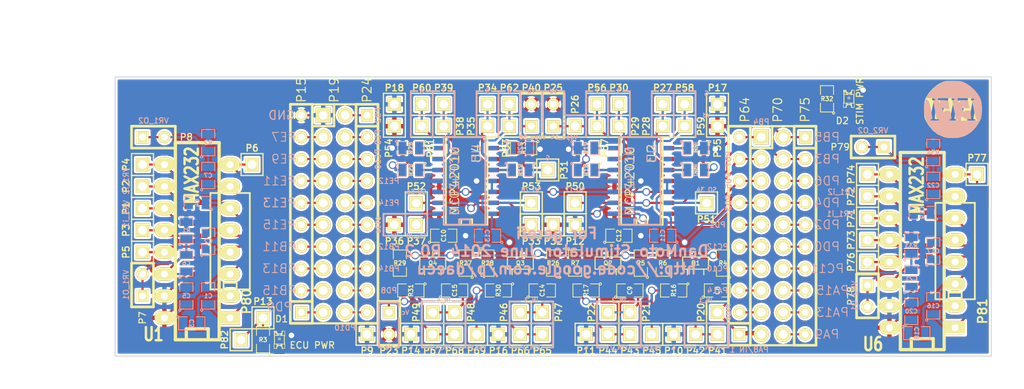
<source format=kicad_pcb>
(kicad_pcb (version 3) (host pcbnew "(2013-07-07 BZR 4022)-stable")
  (layers (15 F.Cu mixed) (0 B.Cu mixed) (18 B.Paste user) (19 F.Paste user) (20 B.SilkS user) (21 F.SilkS user) (22 B.Mask user) (23 F.Mask user) (28 Edge.Cuts user))
  (net 0 "")
  (net 1 /CS_12)
  (net 2 /CS_34)
  (net 3 /CS_56)
  (net 4 /CS_78)
  (net 5 /EIN_1)
  (net 6 /EIN_2)
  (net 7 /EIN_3)
  (net 8 /EIN_4)
  (net 9 /IN_1)
  (net 10 /IN_2)
  (net 11 /IN_3)
  (net 12 /IN_4)
  (net 13 /MISO)
  (net 14 /MOSI)
  (net 15 /OUT1)
  (net 16 /OUT2)
  (net 17 /OUT3)
  (net 18 /OUT4)
  (net 19 /OUT5)
  (net 20 /OUT6)
  (net 21 /OUT7)
  (net 22 /OUT8)
  (net 23 /SCK)
  (net 24 /U1-01)
  (net 25 /U1-02)
  (net 26 /U1-03)
  (net 27 /U1-04)
  (net 28 /U1-05)
  (net 29 /U1-06)
  (net 30 /U1-07)
  (net 31 /U1-08)
  (net 32 /U1-09)
  (net 33 /U1-12)
  (net 34 /U1-13)
  (net 35 /U1-14)
  (net 36 /U6-01)
  (net 37 /U6-02)
  (net 38 /U6-03)
  (net 39 /U6-04)
  (net 40 /U6-05)
  (net 41 /U6-06)
  (net 42 /U6-07)
  (net 43 /U6-08)
  (net 44 /U6-09)
  (net 45 /U6-12)
  (net 46 /U6-13)
  (net 47 /U6-14)
  (net 48 /VR1-O1)
  (net 49 /VR1-O2)
  (net 50 /VR1_i1)
  (net 51 /VR1_i2)
  (net 52 /VR2-O1)
  (net 53 /VR2-O2)
  (net 54 /VR2_i1)
  (net 55 /VR2_i2)
  (net 56 /Vc)
  (net 57 /Vd)
  (net 58 /Vdpu_14)
  (net 59 /Vdpu_58)
  (net 60 /Vipu12)
  (net 61 /Vipu34)
  (net 62 GND)
  (net 63 N-000001)
  (net 64 N-00000102)
  (net 65 N-00000103)
  (net 66 N-00000105)
  (net 67 N-00000107)
  (net 68 N-00000109)
  (net 69 N-00000110)
  (net 70 N-00000112)
  (net 71 N-00000122)
  (net 72 N-0000015)
  (net 73 N-0000016)
  (net 74 N-0000017)
  (net 75 N-0000018)
  (net 76 N-0000019)
  (net 77 N-000002)
  (net 78 N-0000020)
  (net 79 N-0000021)
  (net 80 N-0000022)
  (net 81 N-0000023)
  (net 82 N-0000024)
  (net 83 N-0000025)
  (net 84 N-0000026)
  (net 85 N-0000027)
  (net 86 N-0000028)
  (net 87 N-0000029)
  (net 88 N-0000030)
  (net 89 N-0000031)
  (net 90 N-0000032)
  (net 91 N-0000033)
  (net 92 N-0000034)
  (net 93 N-0000035)
  (net 94 N-0000036)
  (net 95 N-0000037)
  (net 96 N-0000038)
  (net 97 N-000004)
  (net 98 N-0000048)
  (net 99 N-000005)
  (net 100 N-0000053)
  (net 101 N-0000054)
  (net 102 N-0000055)
  (net 103 N-0000056)
  (net 104 N-0000057)
  (net 105 N-0000058)
  (net 106 N-0000059)
  (net 107 N-000006)
  (net 108 N-0000060)
  (net 109 N-0000065)
  (net 110 N-000007)
  (net 111 N-0000077)
  (net 112 N-000008)
  (net 113 N-0000082)
  (net 114 N-0000087)
  (net 115 N-0000088)
  (net 116 N-0000089)
  (net 117 N-000009)
  (net 118 N-0000090)
  (net 119 N-0000091)
  (net 120 N-0000092)
  (net 121 N-0000095)
  (net 122 N-0000097)
  (module Pin_Headers:Pin_Header_Straight_2x10 (layer F.Cu) (at 125.73 73.66 270)
    (fp_text reference P19 (at -14.351 0 270) (layer F.SilkS) (effects (font (size 1.016 1.016) (thickness 0.127))))
    (fp_text value CONN_10X2 hide)
    (pad 1 thru_hole rect (at -11.43 1.27 270) (size 1.7272 1.7272) (drill 1.016) (layers *.Cu *.Mask F.SilkS) (net 62 GND))
    (pad 2 thru_hole oval (at -11.43 -1.27 270) (size 1.7272 1.7272) (drill 1.016) (layers *.Cu *.Mask F.SilkS) (net 98 N-0000048))
    (pad 3 thru_hole oval (at -8.89 1.27 270) (size 1.7272 1.7272) (drill 1.016) (layers *.Cu *.Mask F.SilkS) (net 96 N-0000038))
    (pad 4 thru_hole oval (at -8.89 -1.27 270) (size 1.7272 1.7272) (drill 1.016) (layers *.Cu *.Mask F.SilkS) (net 80 N-0000022))
    (pad 5 thru_hole oval (at -6.35 1.27 270) (size 1.7272 1.7272) (drill 1.016) (layers *.Cu *.Mask F.SilkS) (net 95 N-0000037))
    (pad 6 thru_hole oval (at -6.35 -1.27 270) (size 1.7272 1.7272) (drill 1.016) (layers *.Cu *.Mask F.SilkS) (net 81 N-0000023))
    (pad 7 thru_hole oval (at -3.81 1.27 270) (size 1.7272 1.7272) (drill 1.016) (layers *.Cu *.Mask F.SilkS) (net 94 N-0000036))
    (pad 8 thru_hole oval (at -3.81 -1.27 270) (size 1.7272 1.7272) (drill 1.016) (layers *.Cu *.Mask F.SilkS) (net 82 N-0000024))
    (pad 9 thru_hole oval (at -1.27 1.27 270) (size 1.7272 1.7272) (drill 1.016) (layers *.Cu *.Mask F.SilkS) (net 93 N-0000035))
    (pad 10 thru_hole oval (at -1.27 -1.27 270) (size 1.7272 1.7272) (drill 1.016) (layers *.Cu *.Mask F.SilkS) (net 83 N-0000025))
    (pad 11 thru_hole oval (at 1.27 1.27 270) (size 1.7272 1.7272) (drill 1.016) (layers *.Cu *.Mask F.SilkS) (net 79 N-0000021))
    (pad 12 thru_hole oval (at 1.27 -1.27 270) (size 1.7272 1.7272) (drill 1.016) (layers *.Cu *.Mask F.SilkS) (net 84 N-0000026))
    (pad 13 thru_hole oval (at 3.81 1.27 270) (size 1.7272 1.7272) (drill 1.016) (layers *.Cu *.Mask F.SilkS) (net 92 N-0000034))
    (pad 14 thru_hole oval (at 3.81 -1.27 270) (size 1.7272 1.7272) (drill 1.016) (layers *.Cu *.Mask F.SilkS) (net 85 N-0000027))
    (pad 15 thru_hole oval (at 6.35 1.27 270) (size 1.7272 1.7272) (drill 1.016) (layers *.Cu *.Mask F.SilkS) (net 91 N-0000033))
    (pad 16 thru_hole oval (at 6.35 -1.27 270) (size 1.7272 1.7272) (drill 1.016) (layers *.Cu *.Mask F.SilkS) (net 86 N-0000028))
    (pad 17 thru_hole oval (at 8.89 1.27 270) (size 1.7272 1.7272) (drill 1.016) (layers *.Cu *.Mask F.SilkS) (net 90 N-0000032))
    (pad 18 thru_hole oval (at 8.89 -1.27 270) (size 1.7272 1.7272) (drill 1.016) (layers *.Cu *.Mask F.SilkS) (net 87 N-0000029))
    (pad 19 thru_hole oval (at 11.43 1.27 270) (size 1.7272 1.7272) (drill 1.016) (layers *.Cu *.Mask F.SilkS) (net 89 N-0000031))
    (pad 20 thru_hole oval (at 11.43 -1.27 270) (size 1.7272 1.7272) (drill 1.016) (layers *.Cu *.Mask F.SilkS) (net 88 N-0000030))
  )
  (module Pin_Headers:Pin_Header_Straight_2x10 (layer F.Cu) (at 176.53 76.2 270)
    (fp_text reference P70 (at -14.605 -0.635 270) (layer F.SilkS) (effects (font (size 1.016 1.016) (thickness 0.127))))
    (fp_text value CONN_10X2 hide)
    (pad 1 thru_hole rect (at -11.43 1.27 270) (size 1.7272 1.7272) (drill 1.016) (layers *.Cu *.Mask F.SilkS) (net 13 /MISO))
    (pad 2 thru_hole oval (at -11.43 -1.27 270) (size 1.7272 1.7272) (drill 1.016) (layers *.Cu *.Mask F.SilkS) (net 14 /MOSI))
    (pad 3 thru_hole oval (at -8.89 1.27 270) (size 1.7272 1.7272) (drill 1.016) (layers *.Cu *.Mask F.SilkS) (net 1 /CS_12))
    (pad 4 thru_hole oval (at -8.89 -1.27 270) (size 1.7272 1.7272) (drill 1.016) (layers *.Cu *.Mask F.SilkS) (net 23 /SCK))
    (pad 5 thru_hole oval (at -6.35 1.27 270) (size 1.7272 1.7272) (drill 1.016) (layers *.Cu *.Mask F.SilkS) (net 2 /CS_34))
    (pad 6 thru_hole oval (at -6.35 -1.27 270) (size 1.7272 1.7272) (drill 1.016) (layers *.Cu *.Mask F.SilkS) (net 63 N-000001))
    (pad 7 thru_hole oval (at -3.81 1.27 270) (size 1.7272 1.7272) (drill 1.016) (layers *.Cu *.Mask F.SilkS) (net 117 N-000009))
    (pad 8 thru_hole oval (at -3.81 -1.27 270) (size 1.7272 1.7272) (drill 1.016) (layers *.Cu *.Mask F.SilkS) (net 73 N-0000016))
    (pad 9 thru_hole oval (at -1.27 1.27 270) (size 1.7272 1.7272) (drill 1.016) (layers *.Cu *.Mask F.SilkS) (net 112 N-000008))
    (pad 10 thru_hole oval (at -1.27 -1.27 270) (size 1.7272 1.7272) (drill 1.016) (layers *.Cu *.Mask F.SilkS) (net 74 N-0000017))
    (pad 11 thru_hole oval (at 1.27 1.27 270) (size 1.7272 1.7272) (drill 1.016) (layers *.Cu *.Mask F.SilkS) (net 110 N-000007))
    (pad 12 thru_hole oval (at 1.27 -1.27 270) (size 1.7272 1.7272) (drill 1.016) (layers *.Cu *.Mask F.SilkS) (net 75 N-0000018))
    (pad 13 thru_hole oval (at 3.81 1.27 270) (size 1.7272 1.7272) (drill 1.016) (layers *.Cu *.Mask F.SilkS) (net 107 N-000006))
    (pad 14 thru_hole oval (at 3.81 -1.27 270) (size 1.7272 1.7272) (drill 1.016) (layers *.Cu *.Mask F.SilkS) (net 76 N-0000019))
    (pad 15 thru_hole oval (at 6.35 1.27 270) (size 1.7272 1.7272) (drill 1.016) (layers *.Cu *.Mask F.SilkS) (net 99 N-000005))
    (pad 16 thru_hole oval (at 6.35 -1.27 270) (size 1.7272 1.7272) (drill 1.016) (layers *.Cu *.Mask F.SilkS) (net 78 N-0000020))
    (pad 17 thru_hole oval (at 8.89 1.27 270) (size 1.7272 1.7272) (drill 1.016) (layers *.Cu *.Mask F.SilkS) (net 97 N-000004))
    (pad 18 thru_hole oval (at 8.89 -1.27 270) (size 1.7272 1.7272) (drill 1.016) (layers *.Cu *.Mask F.SilkS) (net 72 N-0000015))
    (pad 19 thru_hole oval (at 11.43 1.27 270) (size 1.7272 1.7272) (drill 1.016) (layers *.Cu *.Mask F.SilkS) (net 9 /IN_1))
    (pad 20 thru_hole oval (at 11.43 -1.27 270) (size 1.7272 1.7272) (drill 1.016) (layers *.Cu *.Mask F.SilkS) (net 77 N-000002))
  )
  (module SIL-10 (layer F.Cu) (at 129.54 73.66 270)
    (fp_text reference P24 (at -14.351 0 270) (layer F.SilkS) (effects (font (size 1.016 1.016) (thickness 0.127))))
    (fp_text value CONN_10 hide)
    (pad 1 thru_hole rect (at -11.43 0 270) (size 1.397 1.397) (drill 0.8128) (layers *.Cu *.Mask F.SilkS) (net 98 N-0000048))
    (pad 2 thru_hole circle (at -8.89 0 270) (size 1.397 1.397) (drill 0.8128) (layers *.Cu *.Mask F.SilkS) (net 80 N-0000022))
    (pad 3 thru_hole circle (at -6.35 0 270) (size 1.397 1.397) (drill 0.8128) (layers *.Cu *.Mask F.SilkS) (net 81 N-0000023))
    (pad 4 thru_hole circle (at -3.81 0 270) (size 1.397 1.397) (drill 0.8128) (layers *.Cu *.Mask F.SilkS) (net 82 N-0000024))
    (pad 5 thru_hole circle (at -1.27 0 270) (size 1.397 1.397) (drill 0.8128) (layers *.Cu *.Mask F.SilkS) (net 83 N-0000025))
    (pad 6 thru_hole circle (at 1.27 0 270) (size 1.397 1.397) (drill 0.8128) (layers *.Cu *.Mask F.SilkS) (net 84 N-0000026))
    (pad 7 thru_hole circle (at 3.81 0 270) (size 1.397 1.397) (drill 0.8128) (layers *.Cu *.Mask F.SilkS) (net 85 N-0000027))
    (pad 8 thru_hole circle (at 6.35 0 270) (size 1.397 1.397) (drill 0.8128) (layers *.Cu *.Mask F.SilkS) (net 86 N-0000028))
    (pad 9 thru_hole circle (at 8.89 0 270) (size 1.397 1.397) (drill 0.8128) (layers *.Cu *.Mask F.SilkS) (net 87 N-0000029))
    (pad 10 thru_hole circle (at 11.43 0 270) (size 1.397 1.397) (drill 0.8128) (layers *.Cu *.Mask F.SilkS) (net 88 N-0000030))
  )
  (module SIL-10 (layer F.Cu) (at 121.92 73.66 90)
    (fp_text reference P15 (at 14.351 0 90) (layer F.SilkS) (effects (font (size 1.016 1.016) (thickness 0.127))))
    (fp_text value CONN_10 hide)
    (pad 1 thru_hole rect (at -11.43 0 90) (size 1.397 1.397) (drill 0.8128) (layers *.Cu *.Mask F.SilkS) (net 89 N-0000031))
    (pad 2 thru_hole circle (at -8.89 0 90) (size 1.397 1.397) (drill 0.8128) (layers *.Cu *.Mask F.SilkS) (net 90 N-0000032))
    (pad 3 thru_hole circle (at -6.35 0 90) (size 1.397 1.397) (drill 0.8128) (layers *.Cu *.Mask F.SilkS) (net 91 N-0000033))
    (pad 4 thru_hole circle (at -3.81 0 90) (size 1.397 1.397) (drill 0.8128) (layers *.Cu *.Mask F.SilkS) (net 92 N-0000034))
    (pad 5 thru_hole circle (at -1.27 0 90) (size 1.397 1.397) (drill 0.8128) (layers *.Cu *.Mask F.SilkS) (net 79 N-0000021))
    (pad 6 thru_hole circle (at 1.27 0 90) (size 1.397 1.397) (drill 0.8128) (layers *.Cu *.Mask F.SilkS) (net 93 N-0000035))
    (pad 7 thru_hole circle (at 3.81 0 90) (size 1.397 1.397) (drill 0.8128) (layers *.Cu *.Mask F.SilkS) (net 94 N-0000036))
    (pad 8 thru_hole circle (at 6.35 0 90) (size 1.397 1.397) (drill 0.8128) (layers *.Cu *.Mask F.SilkS) (net 95 N-0000037))
    (pad 9 thru_hole circle (at 8.89 0 90) (size 1.397 1.397) (drill 0.8128) (layers *.Cu *.Mask F.SilkS) (net 96 N-0000038))
    (pad 10 thru_hole circle (at 11.43 0 90) (size 1.397 1.397) (drill 0.8128) (layers *.Cu *.Mask F.SilkS) (net 62 GND))
  )
  (module SIL-10 (layer F.Cu) (at 180.34 76.2 270)
    (fp_text reference P75 (at -14.605 0 270) (layer F.SilkS) (effects (font (size 1.016 1.016) (thickness 0.127))))
    (fp_text value CONN_10 hide)
    (pad 1 thru_hole rect (at -11.43 0 270) (size 1.397 1.397) (drill 0.8128) (layers *.Cu *.Mask F.SilkS) (net 14 /MOSI))
    (pad 2 thru_hole circle (at -8.89 0 270) (size 1.397 1.397) (drill 0.8128) (layers *.Cu *.Mask F.SilkS) (net 23 /SCK))
    (pad 3 thru_hole circle (at -6.35 0 270) (size 1.397 1.397) (drill 0.8128) (layers *.Cu *.Mask F.SilkS) (net 63 N-000001))
    (pad 4 thru_hole circle (at -3.81 0 270) (size 1.397 1.397) (drill 0.8128) (layers *.Cu *.Mask F.SilkS) (net 73 N-0000016))
    (pad 5 thru_hole circle (at -1.27 0 270) (size 1.397 1.397) (drill 0.8128) (layers *.Cu *.Mask F.SilkS) (net 74 N-0000017))
    (pad 6 thru_hole circle (at 1.27 0 270) (size 1.397 1.397) (drill 0.8128) (layers *.Cu *.Mask F.SilkS) (net 75 N-0000018))
    (pad 7 thru_hole circle (at 3.81 0 270) (size 1.397 1.397) (drill 0.8128) (layers *.Cu *.Mask F.SilkS) (net 76 N-0000019))
    (pad 8 thru_hole circle (at 6.35 0 270) (size 1.397 1.397) (drill 0.8128) (layers *.Cu *.Mask F.SilkS) (net 78 N-0000020))
    (pad 9 thru_hole circle (at 8.89 0 270) (size 1.397 1.397) (drill 0.8128) (layers *.Cu *.Mask F.SilkS) (net 72 N-0000015))
    (pad 10 thru_hole circle (at 11.43 0 270) (size 1.397 1.397) (drill 0.8128) (layers *.Cu *.Mask F.SilkS) (net 77 N-000002))
  )
  (module SIL-10 (layer F.Cu) (at 172.72 76.2 90)
    (fp_text reference P64 (at 14.605 0.635 90) (layer F.SilkS) (effects (font (size 1.016 1.016) (thickness 0.127))))
    (fp_text value CONN_10 hide)
    (pad 1 thru_hole rect (at -11.43 0 90) (size 1.397 1.397) (drill 0.8128) (layers *.Cu *.Mask F.SilkS) (net 9 /IN_1))
    (pad 2 thru_hole circle (at -8.89 0 90) (size 1.397 1.397) (drill 0.8128) (layers *.Cu *.Mask F.SilkS) (net 97 N-000004))
    (pad 3 thru_hole circle (at -6.35 0 90) (size 1.397 1.397) (drill 0.8128) (layers *.Cu *.Mask F.SilkS) (net 99 N-000005))
    (pad 4 thru_hole circle (at -3.81 0 90) (size 1.397 1.397) (drill 0.8128) (layers *.Cu *.Mask F.SilkS) (net 107 N-000006))
    (pad 5 thru_hole circle (at -1.27 0 90) (size 1.397 1.397) (drill 0.8128) (layers *.Cu *.Mask F.SilkS) (net 110 N-000007))
    (pad 6 thru_hole circle (at 1.27 0 90) (size 1.397 1.397) (drill 0.8128) (layers *.Cu *.Mask F.SilkS) (net 112 N-000008))
    (pad 7 thru_hole circle (at 3.81 0 90) (size 1.397 1.397) (drill 0.8128) (layers *.Cu *.Mask F.SilkS) (net 117 N-000009))
    (pad 8 thru_hole circle (at 6.35 0 90) (size 1.397 1.397) (drill 0.8128) (layers *.Cu *.Mask F.SilkS) (net 2 /CS_34))
    (pad 9 thru_hole circle (at 8.89 0 90) (size 1.397 1.397) (drill 0.8128) (layers *.Cu *.Mask F.SilkS) (net 1 /CS_12))
    (pad 10 thru_hole circle (at 11.43 0 90) (size 1.397 1.397) (drill 0.8128) (layers *.Cu *.Mask F.SilkS) (net 13 /MISO))
  )
  (module SIL-2 (layer F.Cu) (at 148.59 62.23 90)
    (fp_text reference P40 (at 3.175 0 180) (layer F.SilkS) (effects (font (size 0.762 0.762) (thickness 0.1524))))
    (fp_text value TEST hide)
    (pad 1 thru_hole rect (at -1.27 0 90) (size 1.397 1.397) (drill 0.8128) (layers *.Cu *.Mask F.SilkS) (net 59 /Vdpu_58))
    (pad 2 thru_hole circle (at 1.27 0 90) (size 1.397 1.397) (drill 0.8128) (layers *.Cu *.Mask F.SilkS) (net 57 /Vd))
  )
  (module LED-0805 (layer F.Cu) (at 185.42 60.325 90)
    (fp_text reference D2 (at -2.54 -0.762 180) (layer F.SilkS) (effects (font (size 0.762 0.762) (thickness 0.127))))
    (fp_text value "STIM PWR" (at -0.254 1.27 90) (layer F.SilkS) (effects (font (size 0.762 0.762) (thickness 0.127))))
    (pad 1 smd rect (at -1.04902 0 90) (size 1.19888 1.19888) (layers F.Cu F.Paste F.Mask) (net 111 N-0000077))
    (pad 2 smd rect (at 1.04902 0 90) (size 1.19888 1.19888) (layers F.Cu F.Paste F.Mask) (net 62 GND))
  )
  (module LED-0805 (layer F.Cu) (at 119.38 88.265 90)
    (fp_text reference D1 (at 2.413 0.254 180) (layer F.SilkS) (effects (font (size 0.762 0.762) (thickness 0.127))))
    (fp_text value "ECU PWR" (at -0.635 3.81 180) (layer F.SilkS) (effects (font (size 0.762 0.762) (thickness 0.127))))
    (pad 1 smd rect (at -1.04902 0 90) (size 1.19888 1.19888) (layers F.Cu F.Paste F.Mask) (net 113 N-0000082))
    (pad 2 smd rect (at 1.04902 0 90) (size 1.19888 1.19888) (layers F.Cu F.Paste F.Mask) (net 62 GND))
  )
  (module SIL-2 (layer F.Cu) (at 132.08 86.36 270)
    (fp_text reference P23 (at 3.175 0 360) (layer F.SilkS) (effects (font (size 0.762 0.762) (thickness 0.1524))))
    (fp_text value TEST hide)
    (pad 1 thru_hole rect (at -1.27 0 270) (size 1.397 1.397) (drill 0.8128) (layers *.Cu *.Mask F.SilkS) (net 56 /Vc))
    (pad 2 thru_hole circle (at 1.27 0 270) (size 1.397 1.397) (drill 0.8128) (layers *.Cu *.Mask F.SilkS) (net 57 /Vd))
  )
  (module SIL-2 (layer F.Cu) (at 151.13 62.23 90)
    (fp_text reference P25 (at 3.175 0 180) (layer F.SilkS) (effects (font (size 0.762 0.762) (thickness 0.1524))))
    (fp_text value TEST hide)
    (pad 1 thru_hole rect (at -1.27 0 90) (size 1.397 1.397) (drill 0.8128) (layers *.Cu *.Mask F.SilkS) (net 58 /Vdpu_14))
    (pad 2 thru_hole circle (at 1.27 0 90) (size 1.397 1.397) (drill 0.8128) (layers *.Cu *.Mask F.SilkS) (net 57 /Vd))
  )
  (module SM0805 (layer B.Cu) (at 193.294 87.503)
    (fp_text reference C18 (at 0 0 270) (layer B.SilkS) (effects (font (size 0.50038 0.50038) (thickness 0.10922)) (justify mirror)))
    (fp_text value 1uF hide)
    (pad 1 smd rect (at -0.9525 0) (size 0.889 1.397) (layers B.Cu B.Paste B.Mask) (net 57 /Vd))
    (pad 2 smd rect (at 0.9525 0) (size 0.889 1.397) (layers B.Cu B.Paste B.Mask) (net 37 /U6-02))
  )
  (module SM0805 (layer B.Cu) (at 193.929 73.533 180)
    (fp_text reference C19 (at 0 0 450) (layer B.SilkS) (effects (font (size 0.50038 0.50038) (thickness 0.10922)) (justify mirror)))
    (fp_text value 1uF hide)
    (pad 1 smd rect (at -0.9525 0 180) (size 0.889 1.397) (layers B.Cu B.Paste B.Mask) (net 41 /U6-06))
    (pad 2 smd rect (at 0.9525 0 180) (size 0.889 1.397) (layers B.Cu B.Paste B.Mask) (net 62 GND))
  )
  (module SM0805 (layer F.Cu) (at 182.88 60.325 90)
    (fp_text reference R32 (at 0 0 180) (layer F.SilkS) (effects (font (size 0.50038 0.50038) (thickness 0.10922))))
    (fp_text value 700R hide)
    (pad 1 smd rect (at -0.9525 0 90) (size 0.889 1.397) (layers F.Cu F.Paste F.Mask) (net 111 N-0000077))
    (pad 2 smd rect (at 0.9525 0 90) (size 0.889 1.397) (layers F.Cu F.Paste F.Mask) (net 57 /Vd))
  )
  (module SM0805 (layer B.Cu) (at 192.659 81.153 90)
    (fp_text reference C21 (at 0 0 360) (layer B.SilkS) (effects (font (size 0.50038 0.50038) (thickness 0.10922)) (justify mirror)))
    (fp_text value 1uF hide)
    (pad 1 smd rect (at -0.9525 0 90) (size 0.889 1.397) (layers B.Cu B.Paste B.Mask) (net 47 /U6-14))
    (pad 2 smd rect (at 0.9525 0 90) (size 0.889 1.397) (layers B.Cu B.Paste B.Mask) (net 52 /VR2-O1))
  )
  (module SM0805 (layer B.Cu) (at 192.659 77.343 90)
    (fp_text reference R33 (at 0 0 360) (layer B.SilkS) (effects (font (size 0.50038 0.50038) (thickness 0.10922)) (justify mirror)))
    (fp_text value 10k hide)
    (pad 1 smd rect (at -0.9525 0 90) (size 0.889 1.397) (layers B.Cu B.Paste B.Mask) (net 52 /VR2-O1))
    (pad 2 smd rect (at 0.9525 0 90) (size 0.889 1.397) (layers B.Cu B.Paste B.Mask) (net 62 GND))
  )
  (module SM0805 (layer B.Cu) (at 195.199 70.358 90)
    (fp_text reference C22 (at 0 0 360) (layer B.SilkS) (effects (font (size 0.50038 0.50038) (thickness 0.10922)) (justify mirror)))
    (fp_text value 1uF hide)
    (pad 1 smd rect (at -0.9525 0 90) (size 0.889 1.397) (layers B.Cu B.Paste B.Mask) (net 42 /U6-07))
    (pad 2 smd rect (at 0.9525 0 90) (size 0.889 1.397) (layers B.Cu B.Paste B.Mask) (net 53 /VR2-O2))
  )
  (module SM0805 (layer B.Cu) (at 195.199 66.548 90)
    (fp_text reference R34 (at 0 0 360) (layer B.SilkS) (effects (font (size 0.50038 0.50038) (thickness 0.10922)) (justify mirror)))
    (fp_text value 10k hide)
    (pad 1 smd rect (at -0.9525 0 90) (size 0.889 1.397) (layers B.Cu B.Paste B.Mask) (net 53 /VR2-O2))
    (pad 2 smd rect (at 0.9525 0 90) (size 0.889 1.397) (layers B.Cu B.Paste B.Mask) (net 62 GND))
  )
  (module SM0805 (layer B.Cu) (at 195.199 77.978 90)
    (fp_text reference C17 (at 0 0 360) (layer B.SilkS) (effects (font (size 0.50038 0.50038) (thickness 0.10922)) (justify mirror)))
    (fp_text value 1uF hide)
    (pad 1 smd rect (at -0.9525 0 90) (size 0.889 1.397) (layers B.Cu B.Paste B.Mask) (net 39 /U6-04))
    (pad 2 smd rect (at 0.9525 0 90) (size 0.889 1.397) (layers B.Cu B.Paste B.Mask) (net 40 /U6-05))
  )
  (module SM0805 (layer B.Cu) (at 195.199 84.328 90)
    (fp_text reference C16 (at 0 0 360) (layer B.SilkS) (effects (font (size 0.50038 0.50038) (thickness 0.10922)) (justify mirror)))
    (fp_text value 1uF hide)
    (pad 1 smd rect (at -0.9525 0 90) (size 0.889 1.397) (layers B.Cu B.Paste B.Mask) (net 36 /U6-01))
    (pad 2 smd rect (at 0.9525 0 90) (size 0.889 1.397) (layers B.Cu B.Paste B.Mask) (net 38 /U6-03))
  )
  (module SM0805 (layer B.Cu) (at 192.659 84.963 90)
    (fp_text reference C20 (at 0 0 360) (layer B.SilkS) (effects (font (size 0.50038 0.50038) (thickness 0.10922)) (justify mirror)))
    (fp_text value 1uF hide)
    (pad 1 smd rect (at -0.9525 0 90) (size 0.889 1.397) (layers B.Cu B.Paste B.Mask) (net 57 /Vd))
    (pad 2 smd rect (at 0.9525 0 90) (size 0.889 1.397) (layers B.Cu B.Paste B.Mask) (net 62 GND))
  )
  (module SM0805 (layer F.Cu) (at 117.475 88.265 90)
    (fp_text reference R3 (at 0 0 180) (layer F.SilkS) (effects (font (size 0.50038 0.50038) (thickness 0.10922))))
    (fp_text value 700R hide)
    (pad 1 smd rect (at -0.9525 0 90) (size 0.889 1.397) (layers F.Cu F.Paste F.Mask) (net 113 N-0000082))
    (pad 2 smd rect (at 0.9525 0 90) (size 0.889 1.397) (layers F.Cu F.Paste F.Mask) (net 109 N-0000065))
  )
  (module SM0805 (layer B.Cu) (at 111.125 65.405 90)
    (fp_text reference R2 (at 0 0 360) (layer B.SilkS) (effects (font (size 0.50038 0.50038) (thickness 0.10922)) (justify mirror)))
    (fp_text value 10k hide)
    (pad 1 smd rect (at -0.9525 0 90) (size 0.889 1.397) (layers B.Cu B.Paste B.Mask) (net 49 /VR1-O2))
    (pad 2 smd rect (at 0.9525 0 90) (size 0.889 1.397) (layers B.Cu B.Paste B.Mask) (net 62 GND))
  )
  (module SM0805 (layer B.Cu) (at 111.125 69.215 90)
    (fp_text reference C7 (at 0 0 360) (layer B.SilkS) (effects (font (size 0.50038 0.50038) (thickness 0.10922)) (justify mirror)))
    (fp_text value 1uF hide)
    (pad 1 smd rect (at -0.9525 0 90) (size 0.889 1.397) (layers B.Cu B.Paste B.Mask) (net 30 /U1-07))
    (pad 2 smd rect (at 0.9525 0 90) (size 0.889 1.397) (layers B.Cu B.Paste B.Mask) (net 49 /VR1-O2))
  )
  (module SM0805 (layer B.Cu) (at 108.585 75.565 90)
    (fp_text reference R1 (at 0 0 360) (layer B.SilkS) (effects (font (size 0.50038 0.50038) (thickness 0.10922)) (justify mirror)))
    (fp_text value 10k hide)
    (pad 1 smd rect (at -0.9525 0 90) (size 0.889 1.397) (layers B.Cu B.Paste B.Mask) (net 48 /VR1-O1))
    (pad 2 smd rect (at 0.9525 0 90) (size 0.889 1.397) (layers B.Cu B.Paste B.Mask) (net 62 GND))
  )
  (module SM0805 (layer B.Cu) (at 108.585 79.375 90)
    (fp_text reference C6 (at 0 0 360) (layer B.SilkS) (effects (font (size 0.50038 0.50038) (thickness 0.10922)) (justify mirror)))
    (fp_text value 1uF hide)
    (pad 1 smd rect (at -0.9525 0 90) (size 0.889 1.397) (layers B.Cu B.Paste B.Mask) (net 35 /U1-14))
    (pad 2 smd rect (at 0.9525 0 90) (size 0.889 1.397) (layers B.Cu B.Paste B.Mask) (net 48 /VR1-O1))
  )
  (module SM0805 (layer B.Cu) (at 109.855 72.39 180)
    (fp_text reference C4 (at 0 0 450) (layer B.SilkS) (effects (font (size 0.50038 0.50038) (thickness 0.10922)) (justify mirror)))
    (fp_text value 1uF hide)
    (pad 1 smd rect (at -0.9525 0 180) (size 0.889 1.397) (layers B.Cu B.Paste B.Mask) (net 29 /U1-06))
    (pad 2 smd rect (at 0.9525 0 180) (size 0.889 1.397) (layers B.Cu B.Paste B.Mask) (net 62 GND))
  )
  (module SM0805 (layer B.Cu) (at 109.22 86.36)
    (fp_text reference C3 (at 0 0 270) (layer B.SilkS) (effects (font (size 0.50038 0.50038) (thickness 0.10922)) (justify mirror)))
    (fp_text value 1uF hide)
    (pad 1 smd rect (at -0.9525 0) (size 0.889 1.397) (layers B.Cu B.Paste B.Mask) (net 57 /Vd))
    (pad 2 smd rect (at 0.9525 0) (size 0.889 1.397) (layers B.Cu B.Paste B.Mask) (net 25 /U1-02))
  )
  (module SM0805 (layer B.Cu) (at 111.125 76.835 90)
    (fp_text reference C2 (at 0 0 360) (layer B.SilkS) (effects (font (size 0.50038 0.50038) (thickness 0.10922)) (justify mirror)))
    (fp_text value 1uF hide)
    (pad 1 smd rect (at -0.9525 0 90) (size 0.889 1.397) (layers B.Cu B.Paste B.Mask) (net 27 /U1-04))
    (pad 2 smd rect (at 0.9525 0 90) (size 0.889 1.397) (layers B.Cu B.Paste B.Mask) (net 28 /U1-05))
  )
  (module SM0805 (layer B.Cu) (at 111.125 83.185 90)
    (fp_text reference C1 (at 0 0 360) (layer B.SilkS) (effects (font (size 0.50038 0.50038) (thickness 0.10922)) (justify mirror)))
    (fp_text value 1uF hide)
    (pad 1 smd rect (at -0.9525 0 90) (size 0.889 1.397) (layers B.Cu B.Paste B.Mask) (net 24 /U1-01))
    (pad 2 smd rect (at 0.9525 0 90) (size 0.889 1.397) (layers B.Cu B.Paste B.Mask) (net 26 /U1-03))
  )
  (module SM0805 (layer B.Cu) (at 108.585 83.185 90)
    (fp_text reference C5 (at 0 0 360) (layer B.SilkS) (effects (font (size 0.50038 0.50038) (thickness 0.10922)) (justify mirror)))
    (fp_text value 1uF hide)
    (pad 1 smd rect (at -0.9525 0 90) (size 0.889 1.397) (layers B.Cu B.Paste B.Mask) (net 57 /Vd))
    (pad 2 smd rect (at 0.9525 0 90) (size 0.889 1.397) (layers B.Cu B.Paste B.Mask) (net 62 GND))
  )
  (module SM0805 (layer F.Cu) (at 138.43 76.2)
    (fp_text reference C10 (at 0 0 90) (layer F.SilkS) (effects (font (size 0.50038 0.50038) (thickness 0.10922))))
    (fp_text value 0.1uF hide)
    (pad 1 smd rect (at -0.9525 0) (size 0.889 1.397) (layers F.Cu F.Paste F.Mask) (net 57 /Vd))
    (pad 2 smd rect (at 0.9525 0) (size 0.889 1.397) (layers F.Cu F.Paste F.Mask) (net 62 GND))
  )
  (module SM0805 (layer B.Cu) (at 163.83 76.2 180)
    (fp_text reference C11 (at 0 0 270) (layer B.SilkS) (effects (font (size 0.50038 0.50038) (thickness 0.10922)) (justify mirror)))
    (fp_text value 0.1uF hide)
    (pad 1 smd rect (at -0.9525 0 180) (size 0.889 1.397) (layers B.Cu B.Paste B.Mask) (net 57 /Vd))
    (pad 2 smd rect (at 0.9525 0 180) (size 0.889 1.397) (layers B.Cu B.Paste B.Mask) (net 62 GND))
  )
  (module SM0805 (layer F.Cu) (at 158.75 76.2)
    (fp_text reference C12 (at 0 0 90) (layer F.SilkS) (effects (font (size 0.50038 0.50038) (thickness 0.10922))))
    (fp_text value 0.1uF hide)
    (pad 1 smd rect (at -0.9525 0) (size 0.889 1.397) (layers F.Cu F.Paste F.Mask) (net 57 /Vd))
    (pad 2 smd rect (at 0.9525 0) (size 0.889 1.397) (layers F.Cu F.Paste F.Mask) (net 62 GND))
  )
  (module SM0805 (layer F.Cu) (at 170.18 82.55)
    (fp_text reference C8 (at 0 0 90) (layer F.SilkS) (effects (font (size 0.50038 0.50038) (thickness 0.10922))))
    (fp_text value "100 pF" hide)
    (pad 1 smd rect (at -0.9525 0) (size 0.889 1.397) (layers F.Cu F.Paste F.Mask) (net 5 /EIN_1))
    (pad 2 smd rect (at 0.9525 0) (size 0.889 1.397) (layers F.Cu F.Paste F.Mask) (net 9 /IN_1))
  )
  (module SM0805 (layer F.Cu) (at 160.02 82.55)
    (fp_text reference C9 (at 0 0 90) (layer F.SilkS) (effects (font (size 0.50038 0.50038) (thickness 0.10922))))
    (fp_text value "100 pF" hide)
    (pad 1 smd rect (at -0.9525 0) (size 0.889 1.397) (layers F.Cu F.Paste F.Mask) (net 6 /EIN_2))
    (pad 2 smd rect (at 0.9525 0) (size 0.889 1.397) (layers F.Cu F.Paste F.Mask) (net 10 /IN_2))
  )
  (module SM0805 (layer F.Cu) (at 149.86 82.55)
    (fp_text reference C14 (at 0 0 90) (layer F.SilkS) (effects (font (size 0.50038 0.50038) (thickness 0.10922))))
    (fp_text value "100 pF" hide)
    (pad 1 smd rect (at -0.9525 0) (size 0.889 1.397) (layers F.Cu F.Paste F.Mask) (net 7 /EIN_3))
    (pad 2 smd rect (at 0.9525 0) (size 0.889 1.397) (layers F.Cu F.Paste F.Mask) (net 11 /IN_3))
  )
  (module SM0805 (layer F.Cu) (at 139.7 82.55)
    (fp_text reference C15 (at 0 0 90) (layer F.SilkS) (effects (font (size 0.50038 0.50038) (thickness 0.10922))))
    (fp_text value "100 pF" hide)
    (pad 1 smd rect (at -0.9525 0) (size 0.889 1.397) (layers F.Cu F.Paste F.Mask) (net 8 /EIN_4))
    (pad 2 smd rect (at 0.9525 0) (size 0.889 1.397) (layers F.Cu F.Paste F.Mask) (net 12 /IN_4))
  )
  (module sot23 (layer F.Cu) (at 167.64 79.375)
    (fp_text reference Q1 (at 0 0) (layer F.SilkS) (effects (font (size 0.50038 0.50038) (thickness 0.09906))))
    (fp_text value 2N7002 hide)
    (pad 1 smd rect (at -0.9525 1.05664) (size 0.59944 1.00076) (layers F.Cu F.Paste F.Mask) (net 71 N-00000122))
    (pad 2 smd rect (at 0 -1.05664) (size 0.59944 1.00076) (layers F.Cu F.Paste F.Mask) (net 5 /EIN_1))
    (pad 3 smd rect (at 0.9525 1.05664) (size 0.59944 1.00076) (layers F.Cu F.Paste F.Mask) (net 9 /IN_1))
  )
  (module sot23 (layer F.Cu) (at 157.48 79.375)
    (fp_text reference Q2 (at 0 0) (layer F.SilkS) (effects (font (size 0.50038 0.50038) (thickness 0.09906))))
    (fp_text value 2N7002 hide)
    (pad 1 smd rect (at -0.9525 1.05664) (size 0.59944 1.00076) (layers F.Cu F.Paste F.Mask) (net 121 N-0000095))
    (pad 2 smd rect (at 0 -1.05664) (size 0.59944 1.00076) (layers F.Cu F.Paste F.Mask) (net 6 /EIN_2))
    (pad 3 smd rect (at 0.9525 1.05664) (size 0.59944 1.00076) (layers F.Cu F.Paste F.Mask) (net 10 /IN_2))
  )
  (module sot23 (layer F.Cu) (at 147.32 79.375)
    (fp_text reference Q3 (at 0 0) (layer F.SilkS) (effects (font (size 0.50038 0.50038) (thickness 0.09906))))
    (fp_text value 2N7002 hide)
    (pad 1 smd rect (at -0.9525 1.05664) (size 0.59944 1.00076) (layers F.Cu F.Paste F.Mask) (net 120 N-0000092))
    (pad 2 smd rect (at 0 -1.05664) (size 0.59944 1.00076) (layers F.Cu F.Paste F.Mask) (net 7 /EIN_3))
    (pad 3 smd rect (at 0.9525 1.05664) (size 0.59944 1.00076) (layers F.Cu F.Paste F.Mask) (net 11 /IN_3))
  )
  (module sot23 (layer F.Cu) (at 137.16 79.375)
    (fp_text reference Q4 (at 0 0) (layer F.SilkS) (effects (font (size 0.50038 0.50038) (thickness 0.09906))))
    (fp_text value 2N7002 hide)
    (pad 1 smd rect (at -0.9525 1.05664) (size 0.59944 1.00076) (layers F.Cu F.Paste F.Mask) (net 122 N-0000097))
    (pad 2 smd rect (at 0 -1.05664) (size 0.59944 1.00076) (layers F.Cu F.Paste F.Mask) (net 8 /EIN_4))
    (pad 3 smd rect (at 0.9525 1.05664) (size 0.59944 1.00076) (layers F.Cu F.Paste F.Mask) (net 12 /IN_4))
  )
  (module SM0805 (layer F.Cu) (at 167.64 68.58 180)
    (fp_text reference R8 (at 0 0 270) (layer F.SilkS) (effects (font (size 0.50038 0.50038) (thickness 0.10922))))
    (fp_text value 0 hide)
    (pad 1 smd rect (at -0.9525 0 180) (size 0.889 1.397) (layers F.Cu F.Paste F.Mask) (net 58 /Vdpu_14))
    (pad 2 smd rect (at 0.9525 0 180) (size 0.889 1.397) (layers F.Cu F.Paste F.Mask) (net 114 N-0000087))
  )
  (module SM0805 (layer F.Cu) (at 167.64 66.04 180)
    (fp_text reference R9 (at 0 0 270) (layer F.SilkS) (effects (font (size 0.50038 0.50038) (thickness 0.10922))))
    (fp_text value 0 hide)
    (pad 1 smd rect (at -0.9525 0 180) (size 0.889 1.397) (layers F.Cu F.Paste F.Mask) (net 62 GND))
    (pad 2 smd rect (at 0.9525 0 180) (size 0.889 1.397) (layers F.Cu F.Paste F.Mask) (net 115 N-0000088))
  )
  (module SM0805 (layer B.Cu) (at 154.94 68.58)
    (fp_text reference R10 (at 0 0 90) (layer B.SilkS) (effects (font (size 0.50038 0.50038) (thickness 0.10922)) (justify mirror)))
    (fp_text value 0 hide)
    (pad 1 smd rect (at -0.9525 0) (size 0.889 1.397) (layers B.Cu B.Paste B.Mask) (net 58 /Vdpu_14))
    (pad 2 smd rect (at 0.9525 0) (size 0.889 1.397) (layers B.Cu B.Paste B.Mask) (net 119 N-0000091))
  )
  (module SM0805 (layer B.Cu) (at 154.94 66.04)
    (fp_text reference R11 (at 0 0 90) (layer B.SilkS) (effects (font (size 0.50038 0.50038) (thickness 0.10922)) (justify mirror)))
    (fp_text value 0 hide)
    (pad 1 smd rect (at -0.9525 0) (size 0.889 1.397) (layers B.Cu B.Paste B.Mask) (net 62 GND))
    (pad 2 smd rect (at 0.9525 0) (size 0.889 1.397) (layers B.Cu B.Paste B.Mask) (net 64 N-00000102))
  )
  (module SM0805 (layer F.Cu) (at 147.32 68.58 180)
    (fp_text reference R12 (at 0 0 270) (layer F.SilkS) (effects (font (size 0.50038 0.50038) (thickness 0.10922))))
    (fp_text value 0 hide)
    (pad 1 smd rect (at -0.9525 0 180) (size 0.889 1.397) (layers F.Cu F.Paste F.Mask) (net 59 /Vdpu_58))
    (pad 2 smd rect (at 0.9525 0 180) (size 0.889 1.397) (layers F.Cu F.Paste F.Mask) (net 67 N-00000107))
  )
  (module SM0805 (layer F.Cu) (at 147.701 66.04 180)
    (fp_text reference R13 (at 0 0 270) (layer F.SilkS) (effects (font (size 0.50038 0.50038) (thickness 0.10922))))
    (fp_text value 0 hide)
    (pad 1 smd rect (at -0.9525 0 180) (size 0.889 1.397) (layers F.Cu F.Paste F.Mask) (net 62 GND))
    (pad 2 smd rect (at 0.9525 0 180) (size 0.889 1.397) (layers F.Cu F.Paste F.Mask) (net 68 N-00000109))
  )
  (module SM0805 (layer F.Cu) (at 154.94 68.58 180)
    (fp_text reference R18 (at 0 0 270) (layer F.SilkS) (effects (font (size 0.50038 0.50038) (thickness 0.10922))))
    (fp_text value 0 hide)
    (pad 1 smd rect (at -0.9525 0 180) (size 0.889 1.397) (layers F.Cu F.Paste F.Mask) (net 118 N-0000090))
    (pad 2 smd rect (at 0.9525 0 180) (size 0.889 1.397) (layers F.Cu F.Paste F.Mask) (net 58 /Vdpu_14))
  )
  (module SM0805 (layer F.Cu) (at 154.94 66.04 180)
    (fp_text reference R19 (at 0 0 270) (layer F.SilkS) (effects (font (size 0.50038 0.50038) (thickness 0.10922))))
    (fp_text value 0 hide)
    (pad 1 smd rect (at -0.9525 0 180) (size 0.889 1.397) (layers F.Cu F.Paste F.Mask) (net 116 N-0000089))
    (pad 2 smd rect (at 0.9525 0 180) (size 0.889 1.397) (layers F.Cu F.Paste F.Mask) (net 62 GND))
  )
  (module SM0805 (layer B.Cu) (at 167.64 68.58)
    (fp_text reference R20 (at 0 0 90) (layer B.SilkS) (effects (font (size 0.50038 0.50038) (thickness 0.10922)) (justify mirror)))
    (fp_text value 0 hide)
    (pad 1 smd rect (at -0.9525 0) (size 0.889 1.397) (layers B.Cu B.Paste B.Mask) (net 66 N-00000105))
    (pad 2 smd rect (at 0.9525 0) (size 0.889 1.397) (layers B.Cu B.Paste B.Mask) (net 58 /Vdpu_14))
  )
  (module SM0805 (layer B.Cu) (at 167.64 66.04)
    (fp_text reference R21 (at 0 0 90) (layer B.SilkS) (effects (font (size 0.50038 0.50038) (thickness 0.10922)) (justify mirror)))
    (fp_text value 0 hide)
    (pad 1 smd rect (at -0.9525 0) (size 0.889 1.397) (layers B.Cu B.Paste B.Mask) (net 65 N-00000103))
    (pad 2 smd rect (at 0.9525 0) (size 0.889 1.397) (layers B.Cu B.Paste B.Mask) (net 62 GND))
  )
  (module SM0805 (layer F.Cu) (at 134.62 68.58 180)
    (fp_text reference R22 (at 0 0 270) (layer F.SilkS) (effects (font (size 0.50038 0.50038) (thickness 0.10922))))
    (fp_text value 0 hide)
    (pad 1 smd rect (at -0.9525 0 180) (size 0.889 1.397) (layers F.Cu F.Paste F.Mask) (net 70 N-00000112))
    (pad 2 smd rect (at 0.9525 0 180) (size 0.889 1.397) (layers F.Cu F.Paste F.Mask) (net 59 /Vdpu_58))
  )
  (module SM0805 (layer F.Cu) (at 134.62 66.04 180)
    (fp_text reference R23 (at 0 0 270) (layer F.SilkS) (effects (font (size 0.50038 0.50038) (thickness 0.10922))))
    (fp_text value 0 hide)
    (pad 1 smd rect (at -0.9525 0 180) (size 0.889 1.397) (layers F.Cu F.Paste F.Mask) (net 69 N-00000110))
    (pad 2 smd rect (at 0.9525 0 180) (size 0.889 1.397) (layers F.Cu F.Paste F.Mask) (net 62 GND))
  )
  (module SM0805 (layer F.Cu) (at 170.815 79.375 90)
    (fp_text reference R4 (at 0 0 180) (layer F.SilkS) (effects (font (size 0.50038 0.50038) (thickness 0.10922))))
    (fp_text value 10k hide)
    (pad 1 smd rect (at -0.9525 0 90) (size 0.889 1.397) (layers F.Cu F.Paste F.Mask) (net 9 /IN_1))
    (pad 2 smd rect (at 0.9525 0 90) (size 0.889 1.397) (layers F.Cu F.Paste F.Mask) (net 56 /Vc))
  )
  (module SM0805 (layer F.Cu) (at 161.29 79.375 90)
    (fp_text reference R5 (at 0 0 180) (layer F.SilkS) (effects (font (size 0.50038 0.50038) (thickness 0.10922))))
    (fp_text value 10k hide)
    (pad 1 smd rect (at -0.9525 0 90) (size 0.889 1.397) (layers F.Cu F.Paste F.Mask) (net 10 /IN_2))
    (pad 2 smd rect (at 0.9525 0 90) (size 0.889 1.397) (layers F.Cu F.Paste F.Mask) (net 56 /Vc))
  )
  (module SM0805 (layer F.Cu) (at 151.13 79.375 90)
    (fp_text reference R26 (at 0 0 180) (layer F.SilkS) (effects (font (size 0.50038 0.50038) (thickness 0.10922))))
    (fp_text value 10k hide)
    (pad 1 smd rect (at -0.9525 0 90) (size 0.889 1.397) (layers F.Cu F.Paste F.Mask) (net 11 /IN_3))
    (pad 2 smd rect (at 0.9525 0 90) (size 0.889 1.397) (layers F.Cu F.Paste F.Mask) (net 56 /Vc))
  )
  (module SM0805 (layer F.Cu) (at 140.97 79.375 90)
    (fp_text reference R27 (at 0 0 180) (layer F.SilkS) (effects (font (size 0.50038 0.50038) (thickness 0.10922))))
    (fp_text value 10k hide)
    (pad 1 smd rect (at -0.9525 0 90) (size 0.889 1.397) (layers F.Cu F.Paste F.Mask) (net 12 /IN_4))
    (pad 2 smd rect (at 0.9525 0 90) (size 0.889 1.397) (layers F.Cu F.Paste F.Mask) (net 56 /Vc))
  )
  (module SM0805 (layer F.Cu) (at 163.83 79.375 270)
    (fp_text reference R6 (at 0 0 360) (layer F.SilkS) (effects (font (size 0.50038 0.50038) (thickness 0.10922))))
    (fp_text value 10k hide)
    (pad 1 smd rect (at -0.9525 0 270) (size 0.889 1.397) (layers F.Cu F.Paste F.Mask) (net 56 /Vc))
    (pad 2 smd rect (at 0.9525 0 270) (size 0.889 1.397) (layers F.Cu F.Paste F.Mask) (net 71 N-00000122))
  )
  (module SM0805 (layer F.Cu) (at 153.67 79.375 270)
    (fp_text reference R7 (at 0 0 360) (layer F.SilkS) (effects (font (size 0.50038 0.50038) (thickness 0.10922))))
    (fp_text value 10k hide)
    (pad 1 smd rect (at -0.9525 0 270) (size 0.889 1.397) (layers F.Cu F.Paste F.Mask) (net 56 /Vc))
    (pad 2 smd rect (at 0.9525 0 270) (size 0.889 1.397) (layers F.Cu F.Paste F.Mask) (net 121 N-0000095))
  )
  (module SM0805 (layer F.Cu) (at 143.51 79.375 270)
    (fp_text reference R28 (at 0 0 360) (layer F.SilkS) (effects (font (size 0.50038 0.50038) (thickness 0.10922))))
    (fp_text value 10k hide)
    (pad 1 smd rect (at -0.9525 0 270) (size 0.889 1.397) (layers F.Cu F.Paste F.Mask) (net 56 /Vc))
    (pad 2 smd rect (at 0.9525 0 270) (size 0.889 1.397) (layers F.Cu F.Paste F.Mask) (net 120 N-0000092))
  )
  (module SM0805 (layer F.Cu) (at 133.35 79.375 270)
    (fp_text reference R29 (at 0 0 360) (layer F.SilkS) (effects (font (size 0.50038 0.50038) (thickness 0.10922))))
    (fp_text value 10k hide)
    (pad 1 smd rect (at -0.9525 0 270) (size 0.889 1.397) (layers F.Cu F.Paste F.Mask) (net 56 /Vc))
    (pad 2 smd rect (at 0.9525 0 270) (size 0.889 1.397) (layers F.Cu F.Paste F.Mask) (net 122 N-0000097))
  )
  (module SM0805 (layer F.Cu) (at 165.1 82.55 180)
    (fp_text reference R16 (at 0 0 270) (layer F.SilkS) (effects (font (size 0.50038 0.50038) (thickness 0.10922))))
    (fp_text value 10k hide)
    (pad 1 smd rect (at -0.9525 0 180) (size 0.889 1.397) (layers F.Cu F.Paste F.Mask) (net 5 /EIN_1))
    (pad 2 smd rect (at 0.9525 0 180) (size 0.889 1.397) (layers F.Cu F.Paste F.Mask) (net 60 /Vipu12))
  )
  (module SM0805 (layer F.Cu) (at 154.94 82.55 180)
    (fp_text reference R17 (at 0 0 270) (layer F.SilkS) (effects (font (size 0.50038 0.50038) (thickness 0.10922))))
    (fp_text value 10k hide)
    (pad 1 smd rect (at -0.9525 0 180) (size 0.889 1.397) (layers F.Cu F.Paste F.Mask) (net 6 /EIN_2))
    (pad 2 smd rect (at 0.9525 0 180) (size 0.889 1.397) (layers F.Cu F.Paste F.Mask) (net 60 /Vipu12))
  )
  (module SM0805 (layer F.Cu) (at 144.78 82.55 180)
    (fp_text reference R30 (at 0 0 270) (layer F.SilkS) (effects (font (size 0.50038 0.50038) (thickness 0.10922))))
    (fp_text value 10k hide)
    (pad 1 smd rect (at -0.9525 0 180) (size 0.889 1.397) (layers F.Cu F.Paste F.Mask) (net 7 /EIN_3))
    (pad 2 smd rect (at 0.9525 0 180) (size 0.889 1.397) (layers F.Cu F.Paste F.Mask) (net 61 /Vipu34))
  )
  (module SM0805 (layer F.Cu) (at 134.62 82.55 180)
    (fp_text reference R31 (at 0 0 270) (layer F.SilkS) (effects (font (size 0.50038 0.50038) (thickness 0.10922))))
    (fp_text value 10k hide)
    (pad 1 smd rect (at -0.9525 0 180) (size 0.889 1.397) (layers F.Cu F.Paste F.Mask) (net 8 /EIN_4))
    (pad 2 smd rect (at 0.9525 0 180) (size 0.889 1.397) (layers F.Cu F.Paste F.Mask) (net 61 /Vipu34))
  )
  (module SO14N (layer F.Cu) (at 161.29 69.85 90)
    (fp_text reference U2 (at 3.175 1.27 90) (layer F.SilkS) (effects (font (size 1.016 1.143) (thickness 0.127))))
    (fp_text value MCP42010 (at 0 -1.27 90) (layer F.SilkS) (effects (font (size 1.016 1.016) (thickness 0.127))))
    (pad 1 smd rect (at -3.81 3.302 90) (size 0.508 1.143) (layers F.Cu F.Paste F.Mask) (net 1 /CS_12))
    (pad 2 smd rect (at -2.54 3.302 90) (size 0.508 1.143) (layers F.Cu F.Paste F.Mask) (net 23 /SCK))
    (pad 3 smd rect (at -1.27 3.302 90) (size 0.508 1.143) (layers F.Cu F.Paste F.Mask) (net 14 /MOSI))
    (pad 4 smd rect (at 0 3.302 90) (size 0.508 1.143) (layers F.Cu F.Paste F.Mask) (net 62 GND))
    (pad 5 smd rect (at 1.27 3.302 90) (size 0.508 1.143) (layers F.Cu F.Paste F.Mask) (net 114 N-0000087))
    (pad 6 smd rect (at 2.54 3.302 90) (size 0.508 1.143) (layers F.Cu F.Paste F.Mask) (net 15 /OUT1))
    (pad 7 smd rect (at 3.81 3.302 90) (size 0.508 1.143) (layers F.Cu F.Paste F.Mask) (net 115 N-0000088))
    (pad 8 smd rect (at 3.81 -3.048 90) (size 0.508 1.143) (layers F.Cu F.Paste F.Mask) (net 116 N-0000089))
    (pad 9 smd rect (at 2.54 -3.048 90) (size 0.508 1.143) (layers F.Cu F.Paste F.Mask) (net 16 /OUT2))
    (pad 11 smd rect (at 0 -3.048 90) (size 0.508 1.143) (layers F.Cu F.Paste F.Mask) (net 57 /Vd))
    (pad 12 smd rect (at -1.27 -3.048 90) (size 0.508 1.143) (layers F.Cu F.Paste F.Mask) (net 57 /Vd))
    (pad 13 smd rect (at -2.54 -3.048 90) (size 0.508 1.143) (layers F.Cu F.Paste F.Mask) (net 104 N-0000057))
    (pad 14 smd rect (at -3.81 -3.048 90) (size 0.508 1.143) (layers F.Cu F.Paste F.Mask) (net 57 /Vd))
    (pad 10 smd rect (at 1.27 -3.048 90) (size 0.508 1.143) (layers F.Cu F.Paste F.Mask) (net 118 N-0000090))
  )
  (module SO14N (layer B.Cu) (at 161.29 69.85 90)
    (fp_text reference U3 (at 3.175 1.27 90) (layer B.SilkS) (effects (font (size 1.016 1.143) (thickness 0.127)) (justify mirror)))
    (fp_text value MCP42010 (at 0 -1.27 90) (layer B.SilkS) (effects (font (size 1.016 1.016) (thickness 0.127)) (justify mirror)))
    (pad 1 smd rect (at -3.81 -3.302 90) (size 0.508 1.143) (layers B.Cu B.Paste B.Mask) (net 2 /CS_34))
    (pad 2 smd rect (at -2.54 -3.302 90) (size 0.508 1.143) (layers B.Cu B.Paste B.Mask) (net 23 /SCK))
    (pad 3 smd rect (at -1.27 -3.302 90) (size 0.508 1.143) (layers B.Cu B.Paste B.Mask) (net 14 /MOSI))
    (pad 4 smd rect (at 0 -3.302 90) (size 0.508 1.143) (layers B.Cu B.Paste B.Mask) (net 62 GND))
    (pad 5 smd rect (at 1.27 -3.302 90) (size 0.508 1.143) (layers B.Cu B.Paste B.Mask) (net 119 N-0000091))
    (pad 6 smd rect (at 2.54 -3.302 90) (size 0.508 1.143) (layers B.Cu B.Paste B.Mask) (net 17 /OUT3))
    (pad 7 smd rect (at 3.81 -3.302 90) (size 0.508 1.143) (layers B.Cu B.Paste B.Mask) (net 64 N-00000102))
    (pad 8 smd rect (at 3.81 3.048 90) (size 0.508 1.143) (layers B.Cu B.Paste B.Mask) (net 65 N-00000103))
    (pad 9 smd rect (at 2.54 3.048 90) (size 0.508 1.143) (layers B.Cu B.Paste B.Mask) (net 18 /OUT4))
    (pad 11 smd rect (at 0 3.048 90) (size 0.508 1.143) (layers B.Cu B.Paste B.Mask) (net 57 /Vd))
    (pad 12 smd rect (at -1.27 3.048 90) (size 0.508 1.143) (layers B.Cu B.Paste B.Mask) (net 57 /Vd))
    (pad 13 smd rect (at -2.54 3.048 90) (size 0.508 1.143) (layers B.Cu B.Paste B.Mask) (net 106 N-0000059))
    (pad 14 smd rect (at -3.81 3.048 90) (size 0.508 1.143) (layers B.Cu B.Paste B.Mask) (net 57 /Vd))
    (pad 10 smd rect (at 1.27 3.048 90) (size 0.508 1.143) (layers B.Cu B.Paste B.Mask) (net 66 N-00000105))
  )
  (module SO14N (layer F.Cu) (at 140.97 69.85 90)
    (fp_text reference U4 (at 3.175 1.27 90) (layer F.SilkS) (effects (font (size 1.016 1.143) (thickness 0.127))))
    (fp_text value MCP42010 (at 0 -1.27 90) (layer F.SilkS) (effects (font (size 1.016 1.016) (thickness 0.127))))
    (pad 1 smd rect (at -3.81 3.302 90) (size 0.508 1.143) (layers F.Cu F.Paste F.Mask) (net 3 /CS_56))
    (pad 2 smd rect (at -2.54 3.302 90) (size 0.508 1.143) (layers F.Cu F.Paste F.Mask) (net 23 /SCK))
    (pad 3 smd rect (at -1.27 3.302 90) (size 0.508 1.143) (layers F.Cu F.Paste F.Mask) (net 14 /MOSI))
    (pad 4 smd rect (at 0 3.302 90) (size 0.508 1.143) (layers F.Cu F.Paste F.Mask) (net 62 GND))
    (pad 5 smd rect (at 1.27 3.302 90) (size 0.508 1.143) (layers F.Cu F.Paste F.Mask) (net 67 N-00000107))
    (pad 6 smd rect (at 2.54 3.302 90) (size 0.508 1.143) (layers F.Cu F.Paste F.Mask) (net 19 /OUT5))
    (pad 7 smd rect (at 3.81 3.302 90) (size 0.508 1.143) (layers F.Cu F.Paste F.Mask) (net 68 N-00000109))
    (pad 8 smd rect (at 3.81 -3.048 90) (size 0.508 1.143) (layers F.Cu F.Paste F.Mask) (net 69 N-00000110))
    (pad 9 smd rect (at 2.54 -3.048 90) (size 0.508 1.143) (layers F.Cu F.Paste F.Mask) (net 20 /OUT6))
    (pad 11 smd rect (at 0 -3.048 90) (size 0.508 1.143) (layers F.Cu F.Paste F.Mask) (net 57 /Vd))
    (pad 12 smd rect (at -1.27 -3.048 90) (size 0.508 1.143) (layers F.Cu F.Paste F.Mask) (net 57 /Vd))
    (pad 13 smd rect (at -2.54 -3.048 90) (size 0.508 1.143) (layers F.Cu F.Paste F.Mask) (net 105 N-0000058))
    (pad 14 smd rect (at -3.81 -3.048 90) (size 0.508 1.143) (layers F.Cu F.Paste F.Mask) (net 57 /Vd))
    (pad 10 smd rect (at 1.27 -3.048 90) (size 0.508 1.143) (layers F.Cu F.Paste F.Mask) (net 70 N-00000112))
  )
  (module SM0805 (layer B.Cu) (at 143.51 76.2 180)
    (fp_text reference C13 (at 0 0 270) (layer B.SilkS) (effects (font (size 0.50038 0.50038) (thickness 0.10922)) (justify mirror)))
    (fp_text value 0.1uF hide)
    (pad 1 smd rect (at -0.9525 0 180) (size 0.889 1.397) (layers B.Cu B.Paste B.Mask) (net 57 /Vd))
    (pad 2 smd rect (at 0.9525 0 180) (size 0.889 1.397) (layers B.Cu B.Paste B.Mask) (net 62 GND))
  )
  (module SM0805 (layer B.Cu) (at 134.62 68.58)
    (fp_text reference R14 (at 0 0 90) (layer B.SilkS) (effects (font (size 0.50038 0.50038) (thickness 0.10922)) (justify mirror)))
    (fp_text value 0 hide)
    (pad 1 smd rect (at -0.9525 0) (size 0.889 1.397) (layers B.Cu B.Paste B.Mask) (net 59 /Vdpu_58))
    (pad 2 smd rect (at 0.9525 0) (size 0.889 1.397) (layers B.Cu B.Paste B.Mask) (net 100 N-0000053))
  )
  (module SM0805 (layer B.Cu) (at 134.62 66.04)
    (fp_text reference R15 (at 0 0 90) (layer B.SilkS) (effects (font (size 0.50038 0.50038) (thickness 0.10922)) (justify mirror)))
    (fp_text value 0 hide)
    (pad 1 smd rect (at -0.9525 0) (size 0.889 1.397) (layers B.Cu B.Paste B.Mask) (net 62 GND))
    (pad 2 smd rect (at 0.9525 0) (size 0.889 1.397) (layers B.Cu B.Paste B.Mask) (net 101 N-0000054))
  )
  (module SM0805 (layer B.Cu) (at 147.32 68.58)
    (fp_text reference R24 (at 0 0 90) (layer B.SilkS) (effects (font (size 0.50038 0.50038) (thickness 0.10922)) (justify mirror)))
    (fp_text value 0 hide)
    (pad 1 smd rect (at -0.9525 0) (size 0.889 1.397) (layers B.Cu B.Paste B.Mask) (net 103 N-0000056))
    (pad 2 smd rect (at 0.9525 0) (size 0.889 1.397) (layers B.Cu B.Paste B.Mask) (net 59 /Vdpu_58))
  )
  (module SM0805 (layer B.Cu) (at 147.32 66.04)
    (fp_text reference R25 (at 0 0 90) (layer B.SilkS) (effects (font (size 0.50038 0.50038) (thickness 0.10922)) (justify mirror)))
    (fp_text value 0 hide)
    (pad 1 smd rect (at -0.9525 0) (size 0.889 1.397) (layers B.Cu B.Paste B.Mask) (net 102 N-0000055))
    (pad 2 smd rect (at 0.9525 0) (size 0.889 1.397) (layers B.Cu B.Paste B.Mask) (net 62 GND))
  )
  (module SO14N (layer B.Cu) (at 140.97 69.85 90)
    (fp_text reference U5 (at 3.175 1.27 90) (layer B.SilkS) (effects (font (size 1.016 1.143) (thickness 0.127)) (justify mirror)))
    (fp_text value MCP42010 (at 0 -1.27 90) (layer B.SilkS) (effects (font (size 1.016 1.016) (thickness 0.127)) (justify mirror)))
    (pad 1 smd rect (at -3.81 -3.302 90) (size 0.508 1.143) (layers B.Cu B.Paste B.Mask) (net 4 /CS_78))
    (pad 2 smd rect (at -2.54 -3.302 90) (size 0.508 1.143) (layers B.Cu B.Paste B.Mask) (net 23 /SCK))
    (pad 3 smd rect (at -1.27 -3.302 90) (size 0.508 1.143) (layers B.Cu B.Paste B.Mask) (net 14 /MOSI))
    (pad 4 smd rect (at 0 -3.302 90) (size 0.508 1.143) (layers B.Cu B.Paste B.Mask) (net 62 GND))
    (pad 5 smd rect (at 1.27 -3.302 90) (size 0.508 1.143) (layers B.Cu B.Paste B.Mask) (net 100 N-0000053))
    (pad 6 smd rect (at 2.54 -3.302 90) (size 0.508 1.143) (layers B.Cu B.Paste B.Mask) (net 21 /OUT7))
    (pad 7 smd rect (at 3.81 -3.302 90) (size 0.508 1.143) (layers B.Cu B.Paste B.Mask) (net 101 N-0000054))
    (pad 8 smd rect (at 3.81 3.048 90) (size 0.508 1.143) (layers B.Cu B.Paste B.Mask) (net 102 N-0000055))
    (pad 9 smd rect (at 2.54 3.048 90) (size 0.508 1.143) (layers B.Cu B.Paste B.Mask) (net 22 /OUT8))
    (pad 11 smd rect (at 0 3.048 90) (size 0.508 1.143) (layers B.Cu B.Paste B.Mask) (net 57 /Vd))
    (pad 12 smd rect (at -1.27 3.048 90) (size 0.508 1.143) (layers B.Cu B.Paste B.Mask) (net 57 /Vd))
    (pad 13 smd rect (at -2.54 3.048 90) (size 0.508 1.143) (layers B.Cu B.Paste B.Mask) (net 108 N-0000060))
    (pad 14 smd rect (at -3.81 3.048 90) (size 0.508 1.143) (layers B.Cu B.Paste B.Mask) (net 57 /Vd))
    (pad 10 smd rect (at 1.27 3.048 90) (size 0.508 1.143) (layers B.Cu B.Paste B.Mask) (net 103 N-0000056))
  )
  (module PIN_ARRAY_1 (layer F.Cu) (at 117.475 85.725)
    (fp_text reference P13 (at 0 -1.905) (layer F.SilkS) (effects (font (size 0.762 0.762) (thickness 0.1524))))
    (fp_text value CONN_1 hide)
    (pad 1 thru_hole rect (at 0 0) (size 1.524 1.524) (drill 1.016) (layers *.Cu *.Mask F.SilkS) (net 109 N-0000065))
  )
  (module PIN_ARRAY_1 (layer F.Cu) (at 187.579 79.248 90)
    (fp_text reference P76 (at 0 -1.905 90) (layer F.SilkS) (effects (font (size 0.762 0.762) (thickness 0.1524))))
    (fp_text value CONN_1 hide)
    (pad 1 thru_hole rect (at 0 0 90) (size 1.524 1.524) (drill 1.016) (layers *.Cu *.Mask F.SilkS) (net 46 /U6-13))
  )
  (module PIN_ARRAY_1 (layer F.Cu) (at 200.279 69.088)
    (fp_text reference P77 (at 0 -1.905) (layer F.SilkS) (effects (font (size 0.762 0.762) (thickness 0.1524))))
    (fp_text value CONN_1 hide)
    (pad 1 thru_hole rect (at 0 0) (size 1.524 1.524) (drill 1.016) (layers *.Cu *.Mask F.SilkS) (net 43 /U6-08))
  )
  (module PIN_ARRAY_1 (layer F.Cu) (at 187.579 69.088 90)
    (fp_text reference P74 (at 0 -1.905 90) (layer F.SilkS) (effects (font (size 0.762 0.762) (thickness 0.1524))))
    (fp_text value CONN_1 hide)
    (pad 1 thru_hole rect (at 0 0 90) (size 1.524 1.524) (drill 1.016) (layers *.Cu *.Mask F.SilkS) (net 44 /U6-09))
  )
  (module PIN_ARRAY_1 (layer F.Cu) (at 187.579 76.708 90)
    (fp_text reference P73 (at 0 -1.905 90) (layer F.SilkS) (effects (font (size 0.762 0.762) (thickness 0.1524))))
    (fp_text value CONN_1 hide)
    (pad 1 thru_hole rect (at 0 0 90) (size 1.524 1.524) (drill 1.016) (layers *.Cu *.Mask F.SilkS) (net 45 /U6-12))
  )
  (module PIN_ARRAY_1 (layer F.Cu) (at 187.579 71.628 90)
    (fp_text reference P72 (at 0 -1.905 90) (layer F.SilkS) (effects (font (size 0.762 0.762) (thickness 0.1524))))
    (fp_text value CONN_1 hide)
    (pad 1 thru_hole rect (at 0 0 90) (size 1.524 1.524) (drill 1.016) (layers *.Cu *.Mask F.SilkS) (net 55 /VR2_i2))
  )
  (module PIN_ARRAY_1 (layer F.Cu) (at 187.579 74.168 90)
    (fp_text reference P71 (at 0 -1.905 90) (layer F.SilkS) (effects (font (size 0.762 0.762) (thickness 0.1524))))
    (fp_text value CONN_1 hide)
    (pad 1 thru_hole rect (at 0 0 90) (size 1.524 1.524) (drill 1.016) (layers *.Cu *.Mask F.SilkS) (net 54 /VR2_i1))
  )
  (module PIN_ARRAY_1 (layer F.Cu) (at 103.505 73.025 90)
    (fp_text reference P1 (at 0 -1.905 90) (layer F.SilkS) (effects (font (size 0.762 0.762) (thickness 0.1524))))
    (fp_text value CONN_1 hide)
    (pad 1 thru_hole rect (at 0 0 90) (size 1.524 1.524) (drill 1.016) (layers *.Cu *.Mask F.SilkS) (net 50 /VR1_i1))
  )
  (module PIN_ARRAY_1 (layer F.Cu) (at 103.505 78.105 90)
    (fp_text reference P5 (at 0 -1.905 90) (layer F.SilkS) (effects (font (size 0.762 0.762) (thickness 0.1524))))
    (fp_text value CONN_1 hide)
    (pad 1 thru_hole rect (at 0 0 90) (size 1.524 1.524) (drill 1.016) (layers *.Cu *.Mask F.SilkS) (net 34 /U1-13))
  )
  (module PIN_ARRAY_1 (layer F.Cu) (at 116.205 67.945)
    (fp_text reference P6 (at 0 -1.905) (layer F.SilkS) (effects (font (size 0.762 0.762) (thickness 0.1524))))
    (fp_text value CONN_1 hide)
    (pad 1 thru_hole rect (at 0 0) (size 1.524 1.524) (drill 1.016) (layers *.Cu *.Mask F.SilkS) (net 31 /U1-08))
  )
  (module PIN_ARRAY_1 (layer F.Cu) (at 103.505 67.945 90)
    (fp_text reference P4 (at 0 -1.905 90) (layer F.SilkS) (effects (font (size 0.762 0.762) (thickness 0.1524))))
    (fp_text value CONN_1 hide)
    (pad 1 thru_hole rect (at 0 0 90) (size 1.524 1.524) (drill 1.016) (layers *.Cu *.Mask F.SilkS) (net 32 /U1-09))
  )
  (module PIN_ARRAY_1 (layer F.Cu) (at 103.505 75.565 90)
    (fp_text reference P3 (at 0 -1.905 90) (layer F.SilkS) (effects (font (size 0.762 0.762) (thickness 0.1524))))
    (fp_text value CONN_1 hide)
    (pad 1 thru_hole rect (at 0 0 90) (size 1.524 1.524) (drill 1.016) (layers *.Cu *.Mask F.SilkS) (net 33 /U1-12))
  )
  (module PIN_ARRAY_1 (layer F.Cu) (at 103.505 70.485 90)
    (fp_text reference P2 (at 0 -1.905 90) (layer F.SilkS) (effects (font (size 0.762 0.762) (thickness 0.1524))))
    (fp_text value CONN_1 hide)
    (pad 1 thru_hole rect (at 0 0 90) (size 1.524 1.524) (drill 1.016) (layers *.Cu *.Mask F.SilkS) (net 51 /VR1_i2))
  )
  (module PIN_ARRAY_1 (layer F.Cu) (at 132.715 60.96)
    (fp_text reference P18 (at 0 -1.905) (layer F.SilkS) (effects (font (size 0.762 0.762) (thickness 0.1524))))
    (fp_text value CONN_1 hide)
    (pad 1 thru_hole rect (at 0 0) (size 1.524 1.524) (drill 1.016) (layers *.Cu *.Mask F.SilkS) (net 62 GND))
  )
  (module PIN_ARRAY_1 (layer F.Cu) (at 153.67 63.5 270)
    (fp_text reference P26 (at -2.54 0 270) (layer F.SilkS) (effects (font (size 0.762 0.762) (thickness 0.1524))))
    (fp_text value CONN_1 hide)
    (pad 1 thru_hole rect (at 0 0 270) (size 1.524 1.524) (drill 1.016) (layers *.Cu *.Mask F.SilkS) (net 58 /Vdpu_14))
  )
  (module PIN_ARRAY_1 (layer F.Cu) (at 163.83 60.96)
    (fp_text reference P27 (at 0 -1.905) (layer F.SilkS) (effects (font (size 0.762 0.762) (thickness 0.1524))))
    (fp_text value CONN_1 hide)
    (pad 1 thru_hole rect (at 0 0) (size 1.524 1.524) (drill 1.016) (layers *.Cu *.Mask F.SilkS) (net 15 /OUT1))
  )
  (module PIN_ARRAY_1 (layer F.Cu) (at 163.83 63.5 90)
    (fp_text reference P28 (at 0 -1.905 90) (layer F.SilkS) (effects (font (size 0.762 0.762) (thickness 0.1524))))
    (fp_text value CONN_1 hide)
    (pad 1 thru_hole rect (at 0 0 90) (size 1.524 1.524) (drill 1.016) (layers *.Cu *.Mask F.SilkS) (net 15 /OUT1))
  )
  (module PIN_ARRAY_1 (layer F.Cu) (at 158.75 63.5 270)
    (fp_text reference P29 (at 0 -1.905 270) (layer F.SilkS) (effects (font (size 0.762 0.762) (thickness 0.1524))))
    (fp_text value CONN_1 hide)
    (pad 1 thru_hole rect (at 0 0 270) (size 1.524 1.524) (drill 1.016) (layers *.Cu *.Mask F.SilkS) (net 17 /OUT3))
  )
  (module PIN_ARRAY_1 (layer F.Cu) (at 158.75 60.96)
    (fp_text reference P30 (at 0 -1.905) (layer F.SilkS) (effects (font (size 0.762 0.762) (thickness 0.1524))))
    (fp_text value CONN_1 hide)
    (pad 1 thru_hole rect (at 0 0) (size 1.524 1.524) (drill 1.016) (layers *.Cu *.Mask F.SilkS) (net 17 /OUT3))
  )
  (module PIN_ARRAY_1 (layer F.Cu) (at 143.51 60.96)
    (fp_text reference P34 (at 0 -1.905) (layer F.SilkS) (effects (font (size 0.762 0.762) (thickness 0.1524))))
    (fp_text value CONN_1 hide)
    (pad 1 thru_hole rect (at 0 0) (size 1.524 1.524) (drill 1.016) (layers *.Cu *.Mask F.SilkS) (net 19 /OUT5))
  )
  (module PIN_ARRAY_1 (layer F.Cu) (at 143.51 63.5 90)
    (fp_text reference P35 (at 0 -1.905 90) (layer F.SilkS) (effects (font (size 0.762 0.762) (thickness 0.1524))))
    (fp_text value CONN_1 hide)
    (pad 1 thru_hole rect (at 0 0 90) (size 1.524 1.524) (drill 1.016) (layers *.Cu *.Mask F.SilkS) (net 19 /OUT5))
  )
  (module PIN_ARRAY_1 (layer F.Cu) (at 153.67 72.39)
    (fp_text reference P50 (at 0 -1.905) (layer F.SilkS) (effects (font (size 0.762 0.762) (thickness 0.1524))))
    (fp_text value CONN_1 hide)
    (pad 1 thru_hole rect (at 0 0) (size 1.524 1.524) (drill 1.016) (layers *.Cu *.Mask F.SilkS) (net 104 N-0000057))
  )
  (module PIN_ARRAY_1 (layer F.Cu) (at 168.91 72.39 180)
    (fp_text reference P51 (at 0 -1.905 180) (layer F.SilkS) (effects (font (size 0.762 0.762) (thickness 0.1524))))
    (fp_text value CONN_1 hide)
    (pad 1 thru_hole rect (at 0 0 180) (size 1.524 1.524) (drill 1.016) (layers *.Cu *.Mask F.SilkS) (net 106 N-0000059))
  )
  (module PIN_ARRAY_1 (layer F.Cu) (at 135.255 72.39)
    (fp_text reference P52 (at 0 -1.905) (layer F.SilkS) (effects (font (size 0.762 0.762) (thickness 0.1524))))
    (fp_text value CONN_1 hide)
    (pad 1 thru_hole rect (at 0 0) (size 1.524 1.524) (drill 1.016) (layers *.Cu *.Mask F.SilkS) (net 105 N-0000058))
  )
  (module PIN_ARRAY_1 (layer F.Cu) (at 132.715 63.5 180)
    (fp_text reference P54 (at 0.635 -2.54 270) (layer F.SilkS) (effects (font (size 0.762 0.762) (thickness 0.1524))))
    (fp_text value CONN_1 hide)
    (pad 1 thru_hole rect (at 0 0 180) (size 1.524 1.524) (drill 1.016) (layers *.Cu *.Mask F.SilkS) (net 57 /Vd))
  )
  (module PIN_ARRAY_1 (layer F.Cu) (at 156.21 60.96)
    (fp_text reference P56 (at 0 -1.905) (layer F.SilkS) (effects (font (size 0.762 0.762) (thickness 0.1524))))
    (fp_text value CONN_1 hide)
    (pad 1 thru_hole rect (at 0 0) (size 1.524 1.524) (drill 1.016) (layers *.Cu *.Mask F.SilkS) (net 16 /OUT2))
  )
  (module PIN_ARRAY_1 (layer F.Cu) (at 156.21 63.5 90)
    (fp_text reference P57 (at -2.54 0.889 90) (layer F.SilkS) (effects (font (size 0.762 0.762) (thickness 0.1524))))
    (fp_text value CONN_1 hide)
    (pad 1 thru_hole rect (at 0 0 90) (size 1.524 1.524) (drill 1.016) (layers *.Cu *.Mask F.SilkS) (net 16 /OUT2))
  )
  (module PIN_ARRAY_1 (layer F.Cu) (at 166.37 60.96)
    (fp_text reference P58 (at 0 -1.905) (layer F.SilkS) (effects (font (size 0.762 0.762) (thickness 0.1524))))
    (fp_text value CONN_1 hide)
    (pad 1 thru_hole rect (at 0 0) (size 1.524 1.524) (drill 1.016) (layers *.Cu *.Mask F.SilkS) (net 18 /OUT4))
  )
  (module PIN_ARRAY_1 (layer F.Cu) (at 166.37 63.5 270)
    (fp_text reference P59 (at 0 -1.905 270) (layer F.SilkS) (effects (font (size 0.762 0.762) (thickness 0.1524))))
    (fp_text value CONN_1 hide)
    (pad 1 thru_hole rect (at 0 0 270) (size 1.524 1.524) (drill 1.016) (layers *.Cu *.Mask F.SilkS) (net 18 /OUT4))
  )
  (module PIN_ARRAY_1 (layer F.Cu) (at 135.89 60.96)
    (fp_text reference P60 (at 0 -1.905) (layer F.SilkS) (effects (font (size 0.762 0.762) (thickness 0.1524))))
    (fp_text value CONN_1 hide)
    (pad 1 thru_hole rect (at 0 0) (size 1.524 1.524) (drill 1.016) (layers *.Cu *.Mask F.SilkS) (net 20 /OUT6))
  )
  (module PIN_ARRAY_1 (layer F.Cu) (at 135.89 63.5 180)
    (fp_text reference P61 (at -1.016 -2.54 270) (layer F.SilkS) (effects (font (size 0.762 0.762) (thickness 0.1524))))
    (fp_text value CONN_1 hide)
    (pad 1 thru_hole rect (at 0 0 180) (size 1.524 1.524) (drill 1.016) (layers *.Cu *.Mask F.SilkS) (net 20 /OUT6))
  )
  (module PIN_ARRAY_1 (layer F.Cu) (at 170.18 85.09 90)
    (fp_text reference P20 (at 0 -1.905 90) (layer F.SilkS) (effects (font (size 0.762 0.762) (thickness 0.1524))))
    (fp_text value CONN_1 hide)
    (pad 1 thru_hole rect (at 0 0 90) (size 1.524 1.524) (drill 1.016) (layers *.Cu *.Mask F.SilkS) (net 9 /IN_1))
  )
  (module PIN_ARRAY_1 (layer F.Cu) (at 160.02 85.09 270)
    (fp_text reference P21 (at 0 -1.905 270) (layer F.SilkS) (effects (font (size 0.762 0.762) (thickness 0.1524))))
    (fp_text value CONN_1 hide)
    (pad 1 thru_hole rect (at 0 0 270) (size 1.524 1.524) (drill 1.016) (layers *.Cu *.Mask F.SilkS) (net 10 /IN_2))
  )
  (module PIN_ARRAY_1 (layer F.Cu) (at 157.48 85.09 90)
    (fp_text reference P22 (at 0 -1.905 90) (layer F.SilkS) (effects (font (size 0.762 0.762) (thickness 0.1524))))
    (fp_text value CONN_1 hide)
    (pad 1 thru_hole rect (at 0 0 90) (size 1.524 1.524) (drill 1.016) (layers *.Cu *.Mask F.SilkS) (net 10 /IN_2))
  )
  (module PIN_ARRAY_1 (layer F.Cu) (at 147.32 85.09 90)
    (fp_text reference P46 (at 0 -1.905 90) (layer F.SilkS) (effects (font (size 0.762 0.762) (thickness 0.1524))))
    (fp_text value CONN_1 hide)
    (pad 1 thru_hole rect (at 0 0 90) (size 1.524 1.524) (drill 1.016) (layers *.Cu *.Mask F.SilkS) (net 11 /IN_3))
  )
  (module PIN_ARRAY_1 (layer F.Cu) (at 149.86 85.09 270)
    (fp_text reference P47 (at 0 -1.905 270) (layer F.SilkS) (effects (font (size 0.762 0.762) (thickness 0.1524))))
    (fp_text value CONN_1 hide)
    (pad 1 thru_hole rect (at 0 0 270) (size 1.524 1.524) (drill 1.016) (layers *.Cu *.Mask F.SilkS) (net 11 /IN_3))
  )
  (module PIN_ARRAY_1 (layer F.Cu) (at 139.7 85.09 270)
    (fp_text reference P48 (at 0 -1.905 270) (layer F.SilkS) (effects (font (size 0.762 0.762) (thickness 0.1524))))
    (fp_text value CONN_1 hide)
    (pad 1 thru_hole rect (at 0 0 270) (size 1.524 1.524) (drill 1.016) (layers *.Cu *.Mask F.SilkS) (net 12 /IN_4))
  )
  (module PIN_ARRAY_1 (layer F.Cu) (at 137.16 85.09 90)
    (fp_text reference P49 (at 0 -1.905 90) (layer F.SilkS) (effects (font (size 0.762 0.762) (thickness 0.1524))))
    (fp_text value CONN_1 hide)
    (pad 1 thru_hole rect (at 0 0 90) (size 1.524 1.524) (drill 1.016) (layers *.Cu *.Mask F.SilkS) (net 12 /IN_4))
  )
  (module PIN_ARRAY_1 (layer F.Cu) (at 170.18 87.63 180)
    (fp_text reference P41 (at 0 -1.905 180) (layer F.SilkS) (effects (font (size 0.762 0.762) (thickness 0.1524))))
    (fp_text value CONN_1 hide)
    (pad 1 thru_hole rect (at 0 0 180) (size 1.524 1.524) (drill 1.016) (layers *.Cu *.Mask F.SilkS) (net 5 /EIN_1))
  )
  (module PIN_ARRAY_1 (layer F.Cu) (at 167.64 87.63 180)
    (fp_text reference P42 (at 0 -1.905 180) (layer F.SilkS) (effects (font (size 0.762 0.762) (thickness 0.1524))))
    (fp_text value CONN_1 hide)
    (pad 1 thru_hole rect (at 0 0 180) (size 1.524 1.524) (drill 1.016) (layers *.Cu *.Mask F.SilkS) (net 5 /EIN_1))
  )
  (module PIN_ARRAY_1 (layer F.Cu) (at 160.02 87.63 180)
    (fp_text reference P43 (at 0 -1.905 180) (layer F.SilkS) (effects (font (size 0.762 0.762) (thickness 0.1524))))
    (fp_text value CONN_1 hide)
    (pad 1 thru_hole rect (at 0 0 180) (size 1.524 1.524) (drill 1.016) (layers *.Cu *.Mask F.SilkS) (net 6 /EIN_2))
  )
  (module PIN_ARRAY_1 (layer F.Cu) (at 157.48 87.63 180)
    (fp_text reference P44 (at 0 -1.905 180) (layer F.SilkS) (effects (font (size 0.762 0.762) (thickness 0.1524))))
    (fp_text value CONN_1 hide)
    (pad 1 thru_hole rect (at 0 0 180) (size 1.524 1.524) (drill 1.016) (layers *.Cu *.Mask F.SilkS) (net 6 /EIN_2))
  )
  (module PIN_ARRAY_1 (layer F.Cu) (at 149.86 87.63 180)
    (fp_text reference P65 (at 0 -1.905 180) (layer F.SilkS) (effects (font (size 0.762 0.762) (thickness 0.1524))))
    (fp_text value CONN_1 hide)
    (pad 1 thru_hole rect (at 0 0 180) (size 1.524 1.524) (drill 1.016) (layers *.Cu *.Mask F.SilkS) (net 7 /EIN_3))
  )
  (module PIN_ARRAY_1 (layer F.Cu) (at 147.32 87.63 180)
    (fp_text reference P66 (at 0 -1.905 180) (layer F.SilkS) (effects (font (size 0.762 0.762) (thickness 0.1524))))
    (fp_text value CONN_1 hide)
    (pad 1 thru_hole rect (at 0 0 180) (size 1.524 1.524) (drill 1.016) (layers *.Cu *.Mask F.SilkS) (net 7 /EIN_3))
  )
  (module PIN_ARRAY_1 (layer F.Cu) (at 137.16 87.63 180)
    (fp_text reference P67 (at 0 -1.905 180) (layer F.SilkS) (effects (font (size 0.762 0.762) (thickness 0.1524))))
    (fp_text value CONN_1 hide)
    (pad 1 thru_hole rect (at 0 0 180) (size 1.524 1.524) (drill 1.016) (layers *.Cu *.Mask F.SilkS) (net 8 /EIN_4))
  )
  (module PIN_ARRAY_1 (layer F.Cu) (at 139.7 87.63 180)
    (fp_text reference P68 (at 0 -1.905 180) (layer F.SilkS) (effects (font (size 0.762 0.762) (thickness 0.1524))))
    (fp_text value CONN_1 hide)
    (pad 1 thru_hole rect (at 0 0 180) (size 1.524 1.524) (drill 1.016) (layers *.Cu *.Mask F.SilkS) (net 8 /EIN_4))
  )
  (module PIN_ARRAY_1 (layer F.Cu) (at 162.56 87.63 180)
    (fp_text reference P45 (at 0 -1.905 180) (layer F.SilkS) (effects (font (size 0.762 0.762) (thickness 0.1524))))
    (fp_text value CONN_1 hide)
    (pad 1 thru_hole rect (at 0 0 180) (size 1.524 1.524) (drill 1.016) (layers *.Cu *.Mask F.SilkS) (net 60 /Vipu12))
  )
  (module PIN_ARRAY_1 (layer F.Cu) (at 129.54 87.63 180)
    (fp_text reference P9 (at 0 -1.905 180) (layer F.SilkS) (effects (font (size 0.762 0.762) (thickness 0.1524))))
    (fp_text value CONN_1 hide)
    (pad 1 thru_hole rect (at 0 0 180) (size 1.524 1.524) (drill 1.016) (layers *.Cu *.Mask F.SilkS) (net 62 GND))
  )
  (module PIN_ARRAY_1 (layer F.Cu) (at 165.1 87.63 180)
    (fp_text reference P10 (at 0 -1.905 180) (layer F.SilkS) (effects (font (size 0.762 0.762) (thickness 0.1524))))
    (fp_text value CONN_1 hide)
    (pad 1 thru_hole rect (at 0 0 180) (size 1.524 1.524) (drill 1.016) (layers *.Cu *.Mask F.SilkS) (net 62 GND))
  )
  (module PIN_ARRAY_1 (layer F.Cu) (at 154.94 87.63 180)
    (fp_text reference P11 (at 0 -1.905 180) (layer F.SilkS) (effects (font (size 0.762 0.762) (thickness 0.1524))))
    (fp_text value CONN_1 hide)
    (pad 1 thru_hole rect (at 0 0 180) (size 1.524 1.524) (drill 1.016) (layers *.Cu *.Mask F.SilkS) (net 62 GND))
  )
  (module PIN_ARRAY_1 (layer F.Cu) (at 153.67 74.93 180)
    (fp_text reference P12 (at 0 -1.905 180) (layer F.SilkS) (effects (font (size 0.762 0.762) (thickness 0.1524))))
    (fp_text value CONN_1 hide)
    (pad 1 thru_hole rect (at 0 0 180) (size 1.524 1.524) (drill 1.016) (layers *.Cu *.Mask F.SilkS) (net 62 GND))
  )
  (module PIN_ARRAY_1 (layer F.Cu) (at 134.62 87.63 180)
    (fp_text reference P14 (at 0 -1.905 180) (layer F.SilkS) (effects (font (size 0.762 0.762) (thickness 0.1524))))
    (fp_text value CONN_1 hide)
    (pad 1 thru_hole rect (at 0 0 180) (size 1.524 1.524) (drill 1.016) (layers *.Cu *.Mask F.SilkS) (net 62 GND))
  )
  (module PIN_ARRAY_1 (layer F.Cu) (at 144.78 87.63 180)
    (fp_text reference P16 (at 0 -1.905 180) (layer F.SilkS) (effects (font (size 0.762 0.762) (thickness 0.1524))))
    (fp_text value CONN_1 hide)
    (pad 1 thru_hole rect (at 0 0 180) (size 1.524 1.524) (drill 1.016) (layers *.Cu *.Mask F.SilkS) (net 62 GND))
  )
  (module PIN_ARRAY_1 (layer F.Cu) (at 170.18 60.96)
    (fp_text reference P17 (at 0 -1.905) (layer F.SilkS) (effects (font (size 0.762 0.762) (thickness 0.1524))))
    (fp_text value CONN_1 hide)
    (pad 1 thru_hole rect (at 0 0) (size 1.524 1.524) (drill 1.016) (layers *.Cu *.Mask F.SilkS) (net 62 GND))
  )
  (module PIN_ARRAY_1 (layer F.Cu) (at 148.59 74.93 180)
    (fp_text reference P33 (at 0 -1.905 180) (layer F.SilkS) (effects (font (size 0.762 0.762) (thickness 0.1524))))
    (fp_text value CONN_1 hide)
    (pad 1 thru_hole rect (at 0 0 180) (size 1.524 1.524) (drill 1.016) (layers *.Cu *.Mask F.SilkS) (net 3 /CS_56))
  )
  (module PIN_ARRAY_1 (layer F.Cu) (at 135.255 74.93 180)
    (fp_text reference P37 (at 0 -1.905 180) (layer F.SilkS) (effects (font (size 0.762 0.762) (thickness 0.1524))))
    (fp_text value CONN_1 hide)
    (pad 1 thru_hole rect (at 0 0 180) (size 1.524 1.524) (drill 1.016) (layers *.Cu *.Mask F.SilkS) (net 4 /CS_78))
  )
  (module PIN_ARRAY_1 (layer F.Cu) (at 138.43 63.5 270)
    (fp_text reference P38 (at 0 -1.905 270) (layer F.SilkS) (effects (font (size 0.762 0.762) (thickness 0.1524))))
    (fp_text value CONN_1 hide)
    (pad 1 thru_hole rect (at 0 0 270) (size 1.524 1.524) (drill 1.016) (layers *.Cu *.Mask F.SilkS) (net 21 /OUT7))
  )
  (module PIN_ARRAY_1 (layer F.Cu) (at 138.43 60.96)
    (fp_text reference P39 (at 0 -1.905) (layer F.SilkS) (effects (font (size 0.762 0.762) (thickness 0.1524))))
    (fp_text value CONN_1 hide)
    (pad 1 thru_hole rect (at 0 0) (size 1.524 1.524) (drill 1.016) (layers *.Cu *.Mask F.SilkS) (net 21 /OUT7))
  )
  (module PIN_ARRAY_1 (layer F.Cu) (at 148.59 72.39)
    (fp_text reference P53 (at 0 -1.905) (layer F.SilkS) (effects (font (size 0.762 0.762) (thickness 0.1524))))
    (fp_text value CONN_1 hide)
    (pad 1 thru_hole rect (at 0 0) (size 1.524 1.524) (drill 1.016) (layers *.Cu *.Mask F.SilkS) (net 108 N-0000060))
  )
  (module PIN_ARRAY_1 (layer F.Cu) (at 146.05 60.96)
    (fp_text reference P62 (at 0 -1.905) (layer F.SilkS) (effects (font (size 0.762 0.762) (thickness 0.1524))))
    (fp_text value CONN_1 hide)
    (pad 1 thru_hole rect (at 0 0) (size 1.524 1.524) (drill 1.016) (layers *.Cu *.Mask F.SilkS) (net 22 /OUT8))
  )
  (module PIN_ARRAY_1 (layer F.Cu) (at 146.05 63.5 180)
    (fp_text reference P63 (at 0.381 -2.54 270) (layer F.SilkS) (effects (font (size 0.762 0.762) (thickness 0.1524))))
    (fp_text value CONN_1 hide)
    (pad 1 thru_hole rect (at 0 0 180) (size 1.524 1.524) (drill 1.016) (layers *.Cu *.Mask F.SilkS) (net 22 /OUT8))
  )
  (module PIN_ARRAY_1 (layer F.Cu) (at 150.495 68.58 270)
    (fp_text reference P31 (at 0 -1.905 270) (layer F.SilkS) (effects (font (size 0.762 0.762) (thickness 0.1524))))
    (fp_text value CONN_1 hide)
    (pad 1 thru_hole rect (at 0 0 270) (size 1.524 1.524) (drill 1.016) (layers *.Cu *.Mask F.SilkS) (net 59 /Vdpu_58))
  )
  (module PIN_ARRAY_1 (layer F.Cu) (at 170.18 63.5 270)
    (fp_text reference P55 (at 2.54 0 270) (layer F.SilkS) (effects (font (size 0.762 0.762) (thickness 0.1524))))
    (fp_text value CONN_1 hide)
    (pad 1 thru_hole rect (at 0 0 270) (size 1.524 1.524) (drill 1.016) (layers *.Cu *.Mask F.SilkS) (net 57 /Vd))
  )
  (module PIN_ARRAY_1 (layer F.Cu) (at 142.24 87.63 180)
    (fp_text reference P69 (at 0 -1.905 180) (layer F.SilkS) (effects (font (size 0.762 0.762) (thickness 0.1524))))
    (fp_text value CONN_1 hide)
    (pad 1 thru_hole rect (at 0 0 180) (size 1.524 1.524) (drill 1.016) (layers *.Cu *.Mask F.SilkS) (net 61 /Vipu34))
  )
  (module PIN_ARRAY_1 (layer F.Cu) (at 151.13 74.93 180)
    (fp_text reference P32 (at 0 -1.905 180) (layer F.SilkS) (effects (font (size 0.762 0.762) (thickness 0.1524))))
    (fp_text value CONN_1 hide)
    (pad 1 thru_hole rect (at 0 0 180) (size 1.524 1.524) (drill 1.016) (layers *.Cu *.Mask F.SilkS) (net 57 /Vd))
  )
  (module PIN_ARRAY_1 (layer F.Cu) (at 132.715 74.93 180)
    (fp_text reference P36 (at 0 -1.905 180) (layer F.SilkS) (effects (font (size 0.762 0.762) (thickness 0.1524))))
    (fp_text value CONN_1 hide)
    (pad 1 thru_hole rect (at 0 0 180) (size 1.524 1.524) (drill 1.016) (layers *.Cu *.Mask F.SilkS) (net 57 /Vd))
  )
  (module SIL-2 (layer F.Cu) (at 103.505 81.915 90)
    (fp_text reference P7 (at -3.81 0 90) (layer F.SilkS) (effects (font (size 0.762 0.762) (thickness 0.127))))
    (fp_text value TEST hide)
    (pad 1 thru_hole rect (at -1.27 0 90) (size 1.397 1.397) (drill 0.8128) (layers *.Cu *.Mask F.SilkS) (net 48 /VR1-O1))
    (pad 2 thru_hole circle (at 1.27 0 90) (size 1.397 1.397) (drill 0.8128) (layers *.Cu *.Mask F.SilkS) (net 48 /VR1-O1))
  )
  (module SIL-2 (layer F.Cu) (at 188.214 65.913 180)
    (fp_text reference P79 (at 3.81 0 180) (layer F.SilkS) (effects (font (size 0.762 0.762) (thickness 0.127))))
    (fp_text value TEST hide)
    (pad 1 thru_hole rect (at -1.27 0 180) (size 1.397 1.397) (drill 0.8128) (layers *.Cu *.Mask F.SilkS) (net 53 /VR2-O2))
    (pad 2 thru_hole circle (at 1.27 0 180) (size 1.397 1.397) (drill 0.8128) (layers *.Cu *.Mask F.SilkS) (net 53 /VR2-O2))
  )
  (module SIL-2 (layer F.Cu) (at 187.579 83.185 270)
    (fp_text reference P78 (at 0 1.905 270) (layer F.SilkS) (effects (font (size 0.762 0.762) (thickness 0.127))))
    (fp_text value TEST hide)
    (pad 1 thru_hole rect (at -1.27 0 270) (size 1.397 1.397) (drill 0.8128) (layers *.Cu *.Mask F.SilkS) (net 52 /VR2-O1))
    (pad 2 thru_hole circle (at 1.27 0 270) (size 1.397 1.397) (drill 0.8128) (layers *.Cu *.Mask F.SilkS) (net 52 /VR2-O1))
  )
  (module SIL-2 (layer F.Cu) (at 104.775 64.77)
    (fp_text reference P8 (at 3.81 0) (layer F.SilkS) (effects (font (size 0.762 0.762) (thickness 0.127))))
    (fp_text value TEST hide)
    (pad 1 thru_hole rect (at -1.27 0) (size 1.397 1.397) (drill 0.8128) (layers *.Cu *.Mask F.SilkS) (net 49 /VR1-O2))
    (pad 2 thru_hole circle (at 1.27 0) (size 1.397 1.397) (drill 0.8128) (layers *.Cu *.Mask F.SilkS) (net 49 /VR1-O2))
  )
  (module DIP-16__300_ELL (layer F.Cu) (at 193.929 77.978 90)
    (fp_text reference U6 (at -10.795 -5.715 180) (layer F.SilkS) (effects (font (size 1.524 1.143) (thickness 0.3048))))
    (fp_text value MAX232 (at 7.62 -0.635 90) (layer F.SilkS) (effects (font (size 1.524 1.143) (thickness 0.3048))))
    (pad 1 thru_hole rect (at -8.89 3.81 90) (size 1.5748 2.286) (drill 0.8128) (layers *.Cu *.Mask F.SilkS) (net 36 /U6-01))
    (pad 2 thru_hole oval (at -6.35 3.81 90) (size 1.5748 2.286) (drill 0.8128) (layers *.Cu *.Mask F.SilkS) (net 37 /U6-02))
    (pad 3 thru_hole oval (at -3.81 3.81 90) (size 1.5748 2.286) (drill 0.8128) (layers *.Cu *.Mask F.SilkS) (net 38 /U6-03))
    (pad 4 thru_hole oval (at -1.27 3.81 90) (size 1.5748 2.286) (drill 0.8128) (layers *.Cu *.Mask F.SilkS) (net 39 /U6-04))
    (pad 5 thru_hole oval (at 1.27 3.81 90) (size 1.5748 2.286) (drill 0.8128) (layers *.Cu *.Mask F.SilkS) (net 40 /U6-05))
    (pad 6 thru_hole oval (at 3.81 3.81 90) (size 1.5748 2.286) (drill 0.8128) (layers *.Cu *.Mask F.SilkS) (net 41 /U6-06))
    (pad 7 thru_hole oval (at 6.35 3.81 90) (size 1.5748 2.286) (drill 0.8128) (layers *.Cu *.Mask F.SilkS) (net 42 /U6-07))
    (pad 8 thru_hole oval (at 8.89 3.81 90) (size 1.5748 2.286) (drill 0.8128) (layers *.Cu *.Mask F.SilkS) (net 43 /U6-08))
    (pad 9 thru_hole oval (at 8.89 -3.81 90) (size 1.5748 2.286) (drill 0.8128) (layers *.Cu *.Mask F.SilkS) (net 44 /U6-09))
    (pad 10 thru_hole oval (at 6.35 -3.81 90) (size 1.5748 2.286) (drill 0.8128) (layers *.Cu *.Mask F.SilkS) (net 55 /VR2_i2))
    (pad 11 thru_hole oval (at 3.81 -3.81 90) (size 1.5748 2.286) (drill 0.8128) (layers *.Cu *.Mask F.SilkS) (net 54 /VR2_i1))
    (pad 12 thru_hole oval (at 1.27 -3.81 90) (size 1.5748 2.286) (drill 0.8128) (layers *.Cu *.Mask F.SilkS) (net 45 /U6-12))
    (pad 13 thru_hole oval (at -1.27 -3.81 90) (size 1.5748 2.286) (drill 0.8128) (layers *.Cu *.Mask F.SilkS) (net 46 /U6-13))
    (pad 14 thru_hole oval (at -3.81 -3.81 90) (size 1.5748 2.286) (drill 0.8128) (layers *.Cu *.Mask F.SilkS) (net 47 /U6-14))
    (pad 15 thru_hole oval (at -6.35 -3.81 90) (size 1.5748 2.286) (drill 0.8128) (layers *.Cu *.Mask F.SilkS) (net 62 GND))
    (pad 16 thru_hole oval (at -8.89 -3.81 90) (size 1.5748 2.286) (drill 0.8128) (layers *.Cu *.Mask F.SilkS) (net 57 /Vd))
  )
  (module DIP-16__300_ELL (layer F.Cu) (at 109.855 76.835 90)
    (fp_text reference U1 (at -10.795 -5.08 180) (layer F.SilkS) (effects (font (size 1.524 1.143) (thickness 0.3048))))
    (fp_text value MAX232 (at 7.62 -0.635 90) (layer F.SilkS) (effects (font (size 1.524 1.143) (thickness 0.3048))))
    (pad 1 thru_hole rect (at -8.89 3.81 90) (size 1.5748 2.286) (drill 0.8128) (layers *.Cu *.Mask F.SilkS) (net 24 /U1-01))
    (pad 2 thru_hole oval (at -6.35 3.81 90) (size 1.5748 2.286) (drill 0.8128) (layers *.Cu *.Mask F.SilkS) (net 25 /U1-02))
    (pad 3 thru_hole oval (at -3.81 3.81 90) (size 1.5748 2.286) (drill 0.8128) (layers *.Cu *.Mask F.SilkS) (net 26 /U1-03))
    (pad 4 thru_hole oval (at -1.27 3.81 90) (size 1.5748 2.286) (drill 0.8128) (layers *.Cu *.Mask F.SilkS) (net 27 /U1-04))
    (pad 5 thru_hole oval (at 1.27 3.81 90) (size 1.5748 2.286) (drill 0.8128) (layers *.Cu *.Mask F.SilkS) (net 28 /U1-05))
    (pad 6 thru_hole oval (at 3.81 3.81 90) (size 1.5748 2.286) (drill 0.8128) (layers *.Cu *.Mask F.SilkS) (net 29 /U1-06))
    (pad 7 thru_hole oval (at 6.35 3.81 90) (size 1.5748 2.286) (drill 0.8128) (layers *.Cu *.Mask F.SilkS) (net 30 /U1-07))
    (pad 8 thru_hole oval (at 8.89 3.81 90) (size 1.5748 2.286) (drill 0.8128) (layers *.Cu *.Mask F.SilkS) (net 31 /U1-08))
    (pad 9 thru_hole oval (at 8.89 -3.81 90) (size 1.5748 2.286) (drill 0.8128) (layers *.Cu *.Mask F.SilkS) (net 32 /U1-09))
    (pad 10 thru_hole oval (at 6.35 -3.81 90) (size 1.5748 2.286) (drill 0.8128) (layers *.Cu *.Mask F.SilkS) (net 51 /VR1_i2))
    (pad 11 thru_hole oval (at 3.81 -3.81 90) (size 1.5748 2.286) (drill 0.8128) (layers *.Cu *.Mask F.SilkS) (net 50 /VR1_i1))
    (pad 12 thru_hole oval (at 1.27 -3.81 90) (size 1.5748 2.286) (drill 0.8128) (layers *.Cu *.Mask F.SilkS) (net 33 /U1-12))
    (pad 13 thru_hole oval (at -1.27 -3.81 90) (size 1.5748 2.286) (drill 0.8128) (layers *.Cu *.Mask F.SilkS) (net 34 /U1-13))
    (pad 14 thru_hole oval (at -3.81 -3.81 90) (size 1.5748 2.286) (drill 0.8128) (layers *.Cu *.Mask F.SilkS) (net 35 /U1-14))
    (pad 15 thru_hole oval (at -6.35 -3.81 90) (size 1.5748 2.286) (drill 0.8128) (layers *.Cu *.Mask F.SilkS) (net 62 GND))
    (pad 16 thru_hole oval (at -8.89 -3.81 90) (size 1.5748 2.286) (drill 0.8128) (layers *.Cu *.Mask F.SilkS) (net 57 /Vd))
  )
  (module SO16N (layer F.Cu) (at 113.665 76.835 90)
    (fp_text reference P80 (at -6.985 1.905 90) (layer F.SilkS) (effects (font (size 1.016 1.016) (thickness 0.2032))))
    (fp_text value DIL16 hide)
    (pad 16 smd rect (at -4.445 -3.175 90) (size 0.508 1.143) (layers F.Cu F.Paste F.Mask) (net 57 /Vd))
    (pad 14 smd rect (at -1.905 -3.175 90) (size 0.508 1.143) (layers F.Cu F.Paste F.Mask) (net 35 /U1-14))
    (pad 13 smd rect (at -0.635 -3.175 90) (size 0.508 1.143) (layers F.Cu F.Paste F.Mask) (net 34 /U1-13))
    (pad 12 smd rect (at 0.635 -3.175 90) (size 0.508 1.143) (layers F.Cu F.Paste F.Mask) (net 33 /U1-12))
    (pad 11 smd rect (at 1.905 -3.175 90) (size 0.508 1.143) (layers F.Cu F.Paste F.Mask) (net 50 /VR1_i1))
    (pad 10 smd rect (at 3.175 -3.175 90) (size 0.508 1.143) (layers F.Cu F.Paste F.Mask) (net 51 /VR1_i2))
    (pad 9 smd rect (at 4.445 -3.175 90) (size 0.508 1.143) (layers F.Cu F.Paste F.Mask) (net 32 /U1-09))
    (pad 8 smd rect (at 4.445 3.175 90) (size 0.508 1.143) (layers F.Cu F.Paste F.Mask) (net 31 /U1-08))
    (pad 7 smd rect (at 3.175 3.175 90) (size 0.508 1.143) (layers F.Cu F.Paste F.Mask) (net 30 /U1-07))
    (pad 6 smd rect (at 1.905 3.175 90) (size 0.508 1.143) (layers F.Cu F.Paste F.Mask) (net 29 /U1-06))
    (pad 5 smd rect (at 0.635 3.175 90) (size 0.508 1.143) (layers F.Cu F.Paste F.Mask) (net 28 /U1-05))
    (pad 4 smd rect (at -0.635 3.175 90) (size 0.508 1.143) (layers F.Cu F.Paste F.Mask) (net 27 /U1-04))
    (pad 3 smd rect (at -1.905 3.175 90) (size 0.508 1.143) (layers F.Cu F.Paste F.Mask) (net 26 /U1-03))
    (pad 2 smd rect (at -3.175 3.175 90) (size 0.508 1.143) (layers F.Cu F.Paste F.Mask) (net 25 /U1-02))
    (pad 1 smd rect (at -4.445 3.175 90) (size 0.508 1.143) (layers F.Cu F.Paste F.Mask) (net 24 /U1-01))
    (pad 15 smd rect (at -3.175 -3.175 90) (size 0.508 1.143) (layers F.Cu F.Paste F.Mask) (net 62 GND))
  )
  (module SO16N (layer F.Cu) (at 197.739 77.978 90)
    (fp_text reference P81 (at -6.985 3.175 90) (layer F.SilkS) (effects (font (size 1.016 1.016) (thickness 0.2032))))
    (fp_text value DIL16 hide)
    (pad 16 smd rect (at -4.445 -3.175 90) (size 0.508 1.143) (layers F.Cu F.Paste F.Mask) (net 57 /Vd))
    (pad 14 smd rect (at -1.905 -3.175 90) (size 0.508 1.143) (layers F.Cu F.Paste F.Mask) (net 47 /U6-14))
    (pad 13 smd rect (at -0.635 -3.175 90) (size 0.508 1.143) (layers F.Cu F.Paste F.Mask) (net 46 /U6-13))
    (pad 12 smd rect (at 0.635 -3.175 90) (size 0.508 1.143) (layers F.Cu F.Paste F.Mask) (net 45 /U6-12))
    (pad 11 smd rect (at 1.905 -3.175 90) (size 0.508 1.143) (layers F.Cu F.Paste F.Mask) (net 54 /VR2_i1))
    (pad 10 smd rect (at 3.175 -3.175 90) (size 0.508 1.143) (layers F.Cu F.Paste F.Mask) (net 55 /VR2_i2))
    (pad 9 smd rect (at 4.445 -3.175 90) (size 0.508 1.143) (layers F.Cu F.Paste F.Mask) (net 44 /U6-09))
    (pad 8 smd rect (at 4.445 3.175 90) (size 0.508 1.143) (layers F.Cu F.Paste F.Mask) (net 43 /U6-08))
    (pad 7 smd rect (at 3.175 3.175 90) (size 0.508 1.143) (layers F.Cu F.Paste F.Mask) (net 42 /U6-07))
    (pad 6 smd rect (at 1.905 3.175 90) (size 0.508 1.143) (layers F.Cu F.Paste F.Mask) (net 41 /U6-06))
    (pad 5 smd rect (at 0.635 3.175 90) (size 0.508 1.143) (layers F.Cu F.Paste F.Mask) (net 40 /U6-05))
    (pad 4 smd rect (at -0.635 3.175 90) (size 0.508 1.143) (layers F.Cu F.Paste F.Mask) (net 39 /U6-04))
    (pad 3 smd rect (at -1.905 3.175 90) (size 0.508 1.143) (layers F.Cu F.Paste F.Mask) (net 38 /U6-03))
    (pad 2 smd rect (at -3.175 3.175 90) (size 0.508 1.143) (layers F.Cu F.Paste F.Mask) (net 37 /U6-02))
    (pad 1 smd rect (at -4.445 3.175 90) (size 0.508 1.143) (layers F.Cu F.Paste F.Mask) (net 36 /U6-01))
    (pad 15 smd rect (at -3.175 -3.175 90) (size 0.508 1.143) (layers F.Cu F.Paste F.Mask) (net 62 GND))
  )
  (module LOGO (layer F.Cu) (at 197.485 61.595)
    (fp_text reference G*** hide)
    (fp_text value LOGO hide)
  )
  (module LOGO_F (layer B.Cu) (at 197.485 61.595)
    (fp_text reference G*** hide)
    (fp_text value LOGO_F hide)
  )
  (module PIN_ARRAY_1 (layer F.Cu) (at 114.935 88.265 90)
    (fp_text reference P82 (at 0 -1.905 90) (layer F.SilkS) (effects (font (size 0.762 0.762) (thickness 0.1524))))
    (fp_text value CONN_1 hide)
    (pad 1 thru_hole rect (at 0 0 90) (size 1.524 1.524) (drill 1.016) (layers *.Cu *.Mask F.SilkS) (net 109 N-0000065))
  )
  (gr_text VR2_O1 (at 186.055 83.185 90) (layer B.SilkS) (effects (font (size 0.635 0.635) (thickness 0.10922)) (justify mirror)))
  (gr_text VR2_O2 (at 188.214 64.008) (layer B.SilkS) (effects (font (size 0.635 0.635) (thickness 0.10922)) (justify mirror)))
  (gr_text VR1_i1 (at 184.404 73.66) (layer B.SilkS) (effects (font (size 0.635 0.635) (thickness 0.10922)) (justify mirror)))
  (gr_text VR1_i2 (at 184.531 71.12) (layer B.SilkS) (effects (font (size 0.635 0.635) (thickness 0.10922)) (justify mirror)))
  (gr_text VR1_O1 (at 101.6 81.915 90) (layer B.SilkS) (effects (font (size 0.635 0.635) (thickness 0.10922)) (justify mirror)))
  (gr_text VR1_O2 (at 104.775 62.865) (layer B.SilkS) (effects (font (size 0.635 0.635) (thickness 0.10922)) (justify mirror)))
  (gr_text VR1_i1 (at 101.6 73.66 90) (layer B.SilkS) (effects (font (size 0.635 0.635) (thickness 0.10922)) (justify mirror)))
  (gr_text VR1_i2 (at 101.6 69.85 90) (layer B.SilkS) (effects (font (size 0.635 0.635) (thickness 0.10922)) (justify mirror)))
  (gr_line (start 171.45 89.154) (end 170.18 89.154) (angle 90) (layer B.SilkS) (width 0.2))
  (gr_line (start 171.45 86.36) (end 171.45 89.154) (angle 90) (layer B.SilkS) (width 0.2))
  (gr_line (start 166.37 86.36) (end 171.45 86.36) (angle 90) (layer B.SilkS) (width 0.2))
  (gr_line (start 166.37 89.154) (end 166.37 86.36) (angle 90) (layer B.SilkS) (width 0.2))
  (gr_line (start 167.64 89.154) (end 166.37 89.154) (angle 90) (layer B.SilkS) (width 0.2))
  (gr_line (start 161.29 89.154) (end 160.02 89.154) (angle 90) (layer B.SilkS) (width 0.2))
  (gr_line (start 161.29 86.36) (end 161.29 89.154) (angle 90) (layer B.SilkS) (width 0.2))
  (gr_line (start 156.21 89.154) (end 157.48 89.154) (angle 90) (layer B.SilkS) (width 0.2))
  (gr_line (start 156.21 86.36) (end 156.21 89.154) (angle 90) (layer B.SilkS) (width 0.2))
  (gr_line (start 161.29 83.82) (end 160.02 83.82) (angle 90) (layer B.SilkS) (width 0.2))
  (gr_line (start 161.29 86.36) (end 161.29 83.82) (angle 90) (layer B.SilkS) (width 0.2))
  (gr_line (start 156.21 86.36) (end 161.29 86.36) (angle 90) (layer B.SilkS) (width 0.2))
  (gr_line (start 156.21 83.82) (end 156.21 86.36) (angle 90) (layer B.SilkS) (width 0.2))
  (gr_line (start 157.48 83.82) (end 156.21 83.82) (angle 90) (layer B.SilkS) (width 0.2))
  (gr_line (start 151.13 89.154) (end 151.13 86.36) (angle 90) (layer B.SilkS) (width 0.2))
  (gr_line (start 149.86 89.154) (end 151.13 89.154) (angle 90) (layer B.SilkS) (width 0.2))
  (gr_line (start 146.05 89.154) (end 147.32 89.154) (angle 90) (layer B.SilkS) (width 0.2))
  (gr_line (start 146.05 86.36) (end 146.05 89.154) (angle 90) (layer B.SilkS) (width 0.2))
  (gr_line (start 140.97 89.154) (end 140.97 86.36) (angle 90) (layer B.SilkS) (width 0.2))
  (gr_line (start 139.7 89.154) (end 140.97 89.154) (angle 90) (layer B.SilkS) (width 0.2))
  (gr_line (start 135.89 89.154) (end 137.16 89.154) (angle 90) (layer B.SilkS) (width 0.2))
  (gr_line (start 135.89 86.36) (end 135.89 89.154) (angle 90) (layer B.SilkS) (width 0.2))
  (gr_line (start 151.13 83.82) (end 149.86 83.82) (angle 90) (layer B.SilkS) (width 0.2))
  (gr_line (start 151.13 86.36) (end 151.13 83.82) (angle 90) (layer B.SilkS) (width 0.2))
  (gr_line (start 146.05 86.36) (end 151.13 86.36) (angle 90) (layer B.SilkS) (width 0.2))
  (gr_line (start 146.05 83.82) (end 146.05 86.36) (angle 90) (layer B.SilkS) (width 0.2))
  (gr_line (start 147.32 83.82) (end 146.05 83.82) (angle 90) (layer B.SilkS) (width 0.2))
  (gr_line (start 135.89 83.82) (end 135.89 86.36) (angle 90) (layer B.SilkS) (width 0.2))
  (gr_line (start 136.017 83.82) (end 135.89 83.82) (angle 90) (layer B.SilkS) (width 0.2))
  (gr_line (start 137.414 83.82) (end 136.017 83.82) (angle 90) (layer B.SilkS) (width 0.2))
  (gr_line (start 140.97 83.82) (end 139.446 83.82) (angle 90) (layer B.SilkS) (width 0.2))
  (gr_line (start 140.97 86.36) (end 140.97 83.82) (angle 90) (layer B.SilkS) (width 0.2))
  (gr_line (start 135.89 86.36) (end 140.97 86.36) (angle 90) (layer B.SilkS) (width 0.2))
  (gr_line (start 133.223 89.154) (end 132.842 89.154) (angle 90) (layer B.SilkS) (width 0.2))
  (gr_line (start 133.223 85.725) (end 133.223 89.154) (angle 90) (layer B.SilkS) (width 0.2))
  (gr_line (start 133.223 83.947) (end 133.223 84.455) (angle 90) (layer B.SilkS) (width 0.2))
  (gr_line (start 130.937 83.947) (end 133.223 83.947) (angle 90) (layer B.SilkS) (width 0.2))
  (gr_line (start 130.937 89.154) (end 130.937 83.947) (angle 90) (layer B.SilkS) (width 0.2))
  (gr_line (start 131.318 89.154) (end 130.937 89.154) (angle 90) (layer B.SilkS) (width 0.2))
  (gr_text G (at 153.67 76.2) (layer B.SilkS) (effects (font (size 0.50038 0.50038) (thickness 0.10922)) (justify mirror)))
  (gr_line (start 152.4 64.135) (end 152.4 64.262) (angle 90) (layer B.SilkS) (width 0.2))
  (gr_line (start 152.4 63.627) (end 152.4 63.754) (angle 90) (layer B.SilkS) (width 0.2))
  (gr_line (start 152.4 63.119) (end 152.4 63.246) (angle 90) (layer B.SilkS) (width 0.2))
  (gr_line (start 152.4 62.611) (end 152.4 62.738) (angle 90) (layer B.SilkS) (width 0.2))
  (gr_line (start 152.4 59.436) (end 151.765 59.436) (angle 90) (layer B.SilkS) (width 0.2))
  (gr_line (start 152.4 62.23) (end 152.4 59.436) (angle 90) (layer B.SilkS) (width 0.2))
  (gr_line (start 154.94 62.23) (end 152.4 62.23) (angle 90) (layer B.SilkS) (width 0.2))
  (gr_line (start 148.082 59.436) (end 146.558 59.436) (angle 90) (layer B.SilkS) (width 0.2))
  (gr_text Vd (at 151.13 59.436) (layer B.SilkS) (effects (font (size 0.50038 0.50038) (thickness 0.10922)) (justify mirror)))
  (gr_text Vd (at 148.59 59.436) (layer B.SilkS) (effects (font (size 0.50038 0.50038) (thickness 0.10922)) (justify mirror)))
  (gr_line (start 149.86 64.135) (end 149.86 59.436) (angle 90) (layer B.SilkS) (width 0.2))
  (gr_text Vd (at 132.08 89.154) (layer B.SilkS) (effects (font (size 0.50038 0.50038) (thickness 0.10922)) (justify mirror)))
  (gr_line (start 201.93 57.785) (end 201.93 90.17) (angle 90) (layer Edge.Cuts) (width 0.1))
  (gr_line (start 100.33 57.785) (end 201.93 57.785) (angle 90) (layer Edge.Cuts) (width 0.1))
  (gr_line (start 100.33 90.17) (end 100.33 57.785) (angle 90) (layer Edge.Cuts) (width 0.1))
  (gr_line (start 201.93 90.17) (end 100.33 90.17) (angle 90) (layer Edge.Cuts) (width 0.1))
  (gr_text "For gerefi\nDanMoto Stimulator June 2014 R0.2\nhttp://code.google.com/p/daecu\n" (at 151.511 77.978) (layer B.SilkS) (effects (font (size 1.27 1.27) (thickness 0.254)) (justify mirror)))
  (gr_line (start 149.86 73.66) (end 149.86 75.692) (angle 90) (layer F.SilkS) (width 0.2))
  (gr_line (start 133.985 73.66) (end 133.985 75.692) (angle 90) (layer B.SilkS) (width 0.2))
  (gr_line (start 152.4 76.2) (end 151.892 76.2) (angle 90) (layer F.SilkS) (width 0.2))
  (gr_line (start 131.445 76.2) (end 131.953 76.2) (angle 90) (layer B.SilkS) (width 0.2))
  (gr_text Vd (at 151.13 76.2) (layer B.SilkS) (effects (font (size 0.50038 0.50038) (thickness 0.10922)) (justify mirror)))
  (gr_text Vd (at 132.715 76.2) (layer B.SilkS) (effects (font (size 0.50038 0.50038) (thickness 0.10922)) (justify mirror)))
  (gr_text PB3 (at 182.88 67.31) (layer B.SilkS) (effects (font (size 1.016 1.016) (thickness 0.10922)) (justify mirror)))
  (gr_text PD6 (at 182.88 69.85) (layer B.SilkS) (effects (font (size 1.016 1.016) (thickness 0.10922)) (justify mirror)))
  (gr_text PD4 (at 182.88 72.39) (layer B.SilkS) (effects (font (size 1.016 1.016) (thickness 0.10922)) (justify mirror)))
  (gr_text PD2 (at 182.88 74.93) (layer B.SilkS) (effects (font (size 1.016 1.016) (thickness 0.10922)) (justify mirror)))
  (gr_text PD0 (at 182.88 77.47) (layer B.SilkS) (effects (font (size 1.016 1.016) (thickness 0.10922)) (justify mirror)))
  (gr_text PC11 (at 182.88 80.01) (layer B.SilkS) (effects (font (size 1.016 1.016) (thickness 0.10922)) (justify mirror)))
  (gr_text PA15 (at 183.515 82.55) (layer B.SilkS) (effects (font (size 1.016 1.016) (thickness 0.10922)) (justify mirror)))
  (gr_text PA13 (at 183.515 85.09) (layer B.SilkS) (effects (font (size 1.016 1.016) (thickness 0.10922)) (justify mirror)))
  (gr_text PE7 (at 119.888 64.77) (layer B.SilkS) (effects (font (size 1.016 1.016) (thickness 0.10922)) (justify mirror)))
  (gr_text PE9 (at 119.888 67.31) (layer B.SilkS) (effects (font (size 1.016 1.016) (thickness 0.10922)) (justify mirror)))
  (gr_text PE11 (at 119.38 69.85) (layer B.SilkS) (effects (font (size 1.016 1.016) (thickness 0.10922)) (justify mirror)))
  (gr_text PE13 (at 119.38 72.39) (layer B.SilkS) (effects (font (size 1.016 1.016) (thickness 0.127)) (justify mirror)))
  (gr_text PE15 (at 119.38 74.93) (layer B.SilkS) (effects (font (size 1.016 1.016) (thickness 0.10922)) (justify mirror)))
  (gr_text PB11 (at 119.38 77.47) (layer B.SilkS) (effects (font (size 1.016 1.016) (thickness 0.10922)) (justify mirror)))
  (gr_text PB13 (at 119.38 80.01) (layer B.SilkS) (effects (font (size 1.016 1.016) (thickness 0.10922)) (justify mirror)))
  (gr_text PB15 (at 119.38 82.55) (layer B.SilkS) (effects (font (size 1.016 1.016) (thickness 0.10922)) (justify mirror)))
  (gr_text PB5 (at 182.88 64.77) (layer B.SilkS) (effects (font (size 1.016 1.016) (thickness 0.10922)) (justify mirror)))
  (gr_text PB4 (at 175.26 62.992) (layer B.SilkS) (effects (font (size 0.635 0.635) (thickness 0.10922)) (justify mirror)))
  (gr_text PC10 (at 170.18 80.01) (layer B.SilkS) (effects (font (size 0.635 0.635) (thickness 0.10922)) (justify mirror)))
  (gr_text PC12 (at 170.18 77.47) (layer B.SilkS) (effects (font (size 0.635 0.635) (thickness 0.10922)) (justify mirror)))
  (gr_text PE10 (at 130.81 74.93 270) (layer B.SilkS) (effects (font (size 0.50038 0.50038) (thickness 0.10922)) (justify mirror)))
  (gr_text PD10 (at 127 86.868) (layer B.SilkS) (effects (font (size 0.635 0.635) (thickness 0.10922)) (justify mirror)))
  (gr_text PD9 (at 119.38 84.455) (layer B.SilkS) (effects (font (size 1.016 1.016) (thickness 0.10922)) (justify mirror)))
  (gr_text PB2 (at 130.81 62.23 90) (layer B.SilkS) (effects (font (size 0.635 0.635) (thickness 0.10922)) (justify mirror)))
  (gr_text GND (at 119.634 62.23) (layer B.SilkS) (effects (font (size 1.016 1.016) (thickness 0.127)) (justify mirror)))
  (gr_text PA14 (at 170.18 82.55) (layer B.SilkS) (effects (font (size 0.635 0.635) (thickness 0.10922)) (justify mirror)))
  (gr_text PA10 (at 171.45 85.09 90) (layer B.SilkS) (effects (font (size 0.50038 0.50038) (thickness 0.10922)) (justify mirror)))
  (gr_text "PA8/IN 1" (at 173.863 89.408) (layer B.SilkS) (effects (font (size 0.635 0.635) (thickness 0.10922)) (justify mirror)))
  (gr_text Vpu12 (at 162.56 89.154) (layer B.SilkS) (effects (font (size 0.50038 0.50038) (thickness 0.10922)) (justify mirror)))
  (gr_text Vpu34 (at 142.24 89.154) (layer B.SilkS) (effects (font (size 0.50038 0.50038) (thickness 0.10922)) (justify mirror)))
  (gr_text PD8 (at 132.08 82.55) (layer B.SilkS) (effects (font (size 0.635 0.635) (thickness 0.10922)) (justify mirror)))
  (gr_text PB14 (at 132.08 80.01) (layer B.SilkS) (effects (font (size 0.635 0.635) (thickness 0.10922)) (justify mirror)))
  (gr_text PB12 (at 132.08 77.47) (layer B.SilkS) (effects (font (size 0.635 0.635) (thickness 0.10922)) (justify mirror)))
  (gr_text PE14 (at 132.08 72.39) (layer B.SilkS) (effects (font (size 0.635 0.635) (thickness 0.10922)) (justify mirror)))
  (gr_text PE12 (at 132.08 69.85) (layer B.SilkS) (effects (font (size 0.635 0.635) (thickness 0.10922)) (justify mirror)))
  (gr_text PE10 (at 130.81 67.31 90) (layer B.SilkS) (effects (font (size 0.635 0.635) (thickness 0.10922)) (justify mirror)))
  (gr_text PE8 (at 130.81 64.77 90) (layer B.SilkS) (effects (font (size 0.635 0.635) (thickness 0.10922)) (justify mirror)))
  (gr_text PD1 (at 170.18 74.93) (layer B.SilkS) (effects (font (size 0.635 0.635) (thickness 0.10922)) (justify mirror)))
  (gr_text PA9 (at 182.88 87.63) (layer B.SilkS) (effects (font (size 1.016 1.016) (thickness 0.10922)) (justify mirror)))
  (gr_text PD3 (at 171.45 72.39 90) (layer B.SilkS) (effects (font (size 0.635 0.635) (thickness 0.10922)) (justify mirror)))
  (gr_text PD5 (at 171.45 69.85 90) (layer B.SilkS) (effects (font (size 0.635 0.635) (thickness 0.10922)) (justify mirror)))
  (gr_text PD7 (at 171.45 67.31 90) (layer B.SilkS) (effects (font (size 0.635 0.635) (thickness 0.10922)) (justify mirror)))
  (gr_line (start 150.622 59.436) (end 149.098 59.436) (angle 90) (layer B.SilkS) (width 0.2))
  (gr_text Vdpu_58 (at 148.717 64.77) (layer B.SilkS) (effects (font (size 0.50038 0.50038) (thickness 0.10922)) (justify mirror)))
  (gr_text Vdpu_14 (at 152.4 64.77) (layer B.SilkS) (effects (font (size 0.50038 0.50038) (thickness 0.10922)) (justify mirror)))
  (gr_text Vd (at 132.588 63.5) (layer F.SilkS) (effects (font (size 0.50038 0.50038) (thickness 0.10922))))
  (gr_text Vd (at 168.91 62.23) (layer B.SilkS) (effects (font (size 0.50038 0.50038) (thickness 0.10922)) (justify mirror)))
  (gr_line (start 165.1 59.436) (end 165.1 64.77) (angle 90) (layer B.SilkS) (width 0.2))
  (gr_line (start 165.862 59.436) (end 164.338 59.436) (angle 90) (layer B.SilkS) (width 0.2))
  (gr_line (start 167.64 59.436) (end 166.878 59.436) (angle 90) (layer B.SilkS) (width 0.2))
  (gr_line (start 167.64 64.77) (end 167.64 59.436) (angle 90) (layer B.SilkS) (width 0.2))
  (gr_line (start 162.56 64.77) (end 167.64 64.77) (angle 90) (layer F.SilkS) (width 0.2))
  (gr_line (start 162.56 59.436) (end 162.56 64.77) (angle 90) (layer B.SilkS) (width 0.2))
  (gr_line (start 163.322 59.436) (end 162.56 59.436) (angle 90) (layer B.SilkS) (width 0.2))
  (gr_line (start 136.398 59.436) (end 137.922 59.436) (angle 90) (layer B.SilkS) (width 0.2))
  (gr_line (start 157.48 59.436) (end 157.48 64.77) (angle 90) (layer B.SilkS) (width 0.2))
  (gr_line (start 158.242 59.436) (end 156.718 59.436) (angle 90) (layer B.SilkS) (width 0.2))
  (gr_line (start 160.02 59.436) (end 159.258 59.436) (angle 90) (layer B.SilkS) (width 0.2))
  (gr_line (start 160.02 64.77) (end 160.02 59.436) (angle 90) (layer B.SilkS) (width 0.2))
  (gr_line (start 154.94 64.77) (end 160.02 64.77) (angle 90) (layer F.SilkS) (width 0.2))
  (gr_line (start 154.94 59.436) (end 154.94 64.77) (angle 90) (layer B.SilkS) (width 0.2))
  (gr_line (start 155.702 59.436) (end 154.94 59.436) (angle 90) (layer B.SilkS) (width 0.2))
  (gr_line (start 144.78 59.436) (end 144.78 64.77) (angle 90) (layer B.SilkS) (width 0.2))
  (gr_line (start 145.542 59.436) (end 144.018 59.436) (angle 90) (layer B.SilkS) (width 0.2))
  (gr_line (start 147.32 64.135) (end 147.32 59.436) (angle 90) (layer B.SilkS) (width 0.2))
  (gr_line (start 142.24 64.77) (end 147.32 64.77) (angle 90) (layer F.SilkS) (width 0.2))
  (gr_line (start 142.24 59.436) (end 142.24 64.77) (angle 90) (layer B.SilkS) (width 0.2))
  (gr_line (start 143.002 59.436) (end 142.24 59.436) (angle 90) (layer B.SilkS) (width 0.2))
  (gr_line (start 137.16 59.436) (end 137.16 64.77) (angle 90) (layer B.SilkS) (width 0.2))
  (gr_line (start 139.7 59.436) (end 138.938 59.436) (angle 90) (layer B.SilkS) (width 0.2))
  (gr_line (start 139.7 64.77) (end 139.7 59.436) (angle 90) (layer B.SilkS) (width 0.2))
  (gr_line (start 134.62 64.77) (end 139.7 64.77) (angle 90) (layer F.SilkS) (width 0.2))
  (gr_line (start 134.62 59.436) (end 134.62 64.77) (angle 90) (layer B.SilkS) (width 0.2))
  (gr_line (start 135.382 59.436) (end 134.62 59.436) (angle 90) (layer B.SilkS) (width 0.2))
  (gr_text SO_34 (at 168.91 70.866) (layer B.SilkS) (effects (font (size 0.50038 0.50038) (thickness 0.10922)) (justify mirror)))
  (gr_text SO_12 (at 153.67 70.866) (layer B.SilkS) (effects (font (size 0.50038 0.50038) (thickness 0.10922)) (justify mirror)))
  (gr_text SO_78 (at 148.59 70.866) (layer B.SilkS) (effects (font (size 0.50038 0.50038) (thickness 0.10922)) (justify mirror)))
  (gr_text SO_56 (at 135.255 71.12) (layer B.SilkS) (effects (font (size 0.50038 0.50038) (thickness 0.10922)) (justify mirror)))
  (gr_text 4 (at 166.37 59.436) (layer B.SilkS) (effects (font (size 0.50038 0.50038) (thickness 0.10922)) (justify mirror)))
  (gr_text 1 (at 163.83 59.436) (layer B.SilkS) (effects (font (size 0.50038 0.50038) (thickness 0.10922)) (justify mirror)))
  (gr_text 3 (at 158.75 59.436) (layer B.SilkS) (effects (font (size 0.50038 0.50038) (thickness 0.10922)) (justify mirror)))
  (gr_text 2 (at 156.21 59.436) (layer B.SilkS) (effects (font (size 0.50038 0.50038) (thickness 0.10922)) (justify mirror)))
  (gr_text 8 (at 146.05 59.436) (layer B.SilkS) (effects (font (size 0.50038 0.50038) (thickness 0.10922)) (justify mirror)))
  (gr_text 5 (at 143.51 59.436) (layer B.SilkS) (effects (font (size 0.50038 0.50038) (thickness 0.10922)) (justify mirror)))
  (gr_text 7 (at 138.43 59.436) (layer B.SilkS) (effects (font (size 0.50038 0.50038) (thickness 0.10922)) (justify mirror)))
  (gr_text 6 (at 135.89 59.436) (layer B.SilkS) (effects (font (size 0.50038 0.50038) (thickness 0.10922)) (justify mirror)))
  (gr_line (start 168.91 83.82) (end 168.91 85.344) (angle 90) (layer F.SilkS) (width 0.2))
  (gr_line (start 171.45 83.82) (end 168.91 83.82) (angle 90) (layer F.SilkS) (width 0.2))
  (gr_line (start 166.37 88.9) (end 166.37 86.36) (angle 90) (layer F.SilkS) (width 0.2))
  (gr_line (start 166.37 86.36) (end 168.148 86.36) (angle 90) (layer F.SilkS) (width 0.2))
  (gr_line (start 171.45 86.36) (end 169.672 86.36) (angle 90) (layer F.SilkS) (width 0.2))
  (gr_line (start 166.37 88.9) (end 167.64 88.9) (angle 90) (layer F.SilkS) (width 0.2))
  (gr_line (start 171.45 88.9) (end 170.18 88.9) (angle 90) (layer F.SilkS) (width 0.2))
  (gr_line (start 171.45 83.82) (end 171.45 88.9) (angle 90) (layer F.SilkS) (width 0.2))
  (gr_line (start 156.21 86.36) (end 157.988 86.36) (angle 90) (layer F.SilkS) (width 0.2))
  (gr_line (start 161.29 86.36) (end 159.512 86.36) (angle 90) (layer F.SilkS) (width 0.2))
  (gr_line (start 161.29 88.9) (end 160.02 88.9) (angle 90) (layer F.SilkS) (width 0.2))
  (gr_line (start 161.29 83.82) (end 161.29 88.9) (angle 90) (layer F.SilkS) (width 0.2))
  (gr_line (start 156.21 83.82) (end 161.29 83.82) (angle 90) (layer F.SilkS) (width 0.2))
  (gr_line (start 156.21 88.9) (end 157.48 88.9) (angle 90) (layer F.SilkS) (width 0.2))
  (gr_line (start 156.21 83.82) (end 156.21 88.9) (angle 90) (layer F.SilkS) (width 0.2))
  (gr_line (start 151.13 86.36) (end 149.352 86.36) (angle 90) (layer F.SilkS) (width 0.2))
  (gr_line (start 146.05 86.36) (end 147.828 86.36) (angle 90) (layer F.SilkS) (width 0.2))
  (gr_line (start 151.13 88.9) (end 149.86 88.9) (angle 90) (layer F.SilkS) (width 0.2))
  (gr_line (start 151.13 83.82) (end 151.13 88.9) (angle 90) (layer F.SilkS) (width 0.2))
  (gr_line (start 146.05 83.82) (end 151.13 83.82) (angle 90) (layer F.SilkS) (width 0.2))
  (gr_line (start 146.05 88.9) (end 147.32 88.9) (angle 90) (layer F.SilkS) (width 0.2))
  (gr_line (start 146.05 83.82) (end 146.05 88.9) (angle 90) (layer F.SilkS) (width 0.2))
  (gr_line (start 140.97 86.36) (end 139.192 86.36) (angle 90) (layer F.SilkS) (width 0.2))
  (gr_line (start 135.89 86.36) (end 137.668 86.36) (angle 90) (layer F.SilkS) (width 0.2))
  (gr_line (start 140.97 88.9) (end 139.7 88.9) (angle 90) (layer F.SilkS) (width 0.2))
  (gr_line (start 140.97 83.82) (end 140.97 88.9) (angle 90) (layer F.SilkS) (width 0.2))
  (gr_line (start 135.89 83.82) (end 140.97 83.82) (angle 90) (layer F.SilkS) (width 0.2))
  (gr_line (start 135.89 88.9) (end 137.16 88.9) (angle 90) (layer F.SilkS) (width 0.2))
  (gr_line (start 135.89 83.82) (end 135.89 88.9) (angle 90) (layer F.SilkS) (width 0.2))
  (gr_line (start 136.525 73.66) (end 136.525 75.692) (angle 90) (layer B.SilkS) (width 0.2))
  (gr_line (start 131.445 73.66) (end 131.445 76.2) (angle 90) (layer B.SilkS) (width 0.2))
  (gr_line (start 136.525 73.66) (end 131.445 73.66) (angle 90) (layer B.SilkS) (width 0.2))
  (gr_line (start 147.32 73.66) (end 147.32 75.692) (angle 90) (layer F.SilkS) (width 0.2))
  (gr_line (start 152.4 73.66) (end 152.4 76.2) (angle 90) (layer F.SilkS) (width 0.2))
  (gr_line (start 147.32 73.66) (end 152.4 73.66) (angle 90) (layer F.SilkS) (width 0.2))
  (gr_text CS_56 (at 148.59 76.2) (layer B.SilkS) (effects (font (size 0.50038 0.50038) (thickness 0.10922)) (justify mirror)))
  (gr_text CS_78 (at 135.255 76.2) (layer B.SilkS) (effects (font (size 0.50038 0.50038) (thickness 0.10922)) (justify mirror)))
  (gr_text IN_1 (at 168.783 83.693) (layer B.SilkS) (effects (font (size 0.50038 0.50038) (thickness 0.10922)) (justify mirror)))
  (gr_text IN_2 (at 158.75 83.693) (layer B.SilkS) (effects (font (size 0.50038 0.50038) (thickness 0.10922)) (justify mirror)))
  (gr_text IN_3 (at 148.59 83.693) (layer B.SilkS) (effects (font (size 0.50038 0.50038) (thickness 0.10922)) (justify mirror)))
  (gr_text IN_4 (at 138.43 83.693) (layer B.SilkS) (effects (font (size 0.50038 0.50038) (thickness 0.10922)) (justify mirror)))
  (gr_text EIN_1 (at 168.91 89.154) (layer B.SilkS) (effects (font (size 0.50038 0.50038) (thickness 0.10922)) (justify mirror)))
  (gr_text EIN_2 (at 158.75 89.154) (layer B.SilkS) (effects (font (size 0.50038 0.50038) (thickness 0.10922)) (justify mirror)))
  (gr_text EIN_3 (at 148.59 89.154) (layer B.SilkS) (effects (font (size 0.50038 0.50038) (thickness 0.10922)) (justify mirror)))
  (gr_text EIN_4 (at 138.43 89.154) (layer B.SilkS) (effects (font (size 0.50038 0.50038) (thickness 0.10922)) (justify mirror)))
  (gr_text Vc (at 133.985 85.09) (layer B.SilkS) (effects (font (size 0.50038 0.50038) (thickness 0.10922)) (justify mirror)))
  (gr_text G (at 168.91 59.69) (layer B.SilkS) (effects (font (size 0.50038 0.50038) (thickness 0.10922)) (justify mirror)))
  (gr_text G (at 150.495 67.183) (layer B.SilkS) (effects (font (size 0.50038 0.50038) (thickness 0.10922)) (justify mirror)))
  (gr_text G (at 132.588 60.96) (layer F.SilkS) (effects (font (size 0.50038 0.50038) (thickness 0.10922))))
  (gr_text G (at 165.1 89.154) (layer B.SilkS) (effects (font (size 0.50038 0.50038) (thickness 0.10922)) (justify mirror)))
  (gr_text G (at 154.94 89.154) (layer B.SilkS) (effects (font (size 0.50038 0.50038) (thickness 0.10922)) (justify mirror)))
  (gr_text G (at 144.78 89.154) (layer B.SilkS) (effects (font (size 0.50038 0.50038) (thickness 0.10922)) (justify mirror)))
  (gr_text G (at 134.62 89.154) (layer B.SilkS) (effects (font (size 0.50038 0.50038) (thickness 0.10922)) (justify mirror)))
  (gr_text G (at 129.54 89.154) (layer B.SilkS) (effects (font (size 0.50038 0.50038) (thickness 0.10922)) (justify mirror)))
  (segment (start 164.592 73.66) (end 169.8625 73.66) (width 0.254) (layer F.Cu) (net 1))
  (segment (start 172.124848 67.905152) (end 172.72 67.31) (width 0.254) (layer F.Cu) (net 1))
  (segment (start 172.124848 68.58) (end 172.124848 67.905152) (width 0.254) (layer F.Cu) (net 1))
  (segment (start 170.561 70.143848) (end 172.124848 68.58) (width 0.254) (layer F.Cu) (net 1))
  (segment (start 170.561 72.9615) (end 170.561 70.143848) (width 0.254) (layer F.Cu) (net 1))
  (segment (start 169.8625 73.66) (end 170.561 72.9615) (width 0.254) (layer F.Cu) (net 1))
  (segment (start 172.72 67.31) (end 175.26 67.31) (width 0.254) (layer F.Cu) (net 1))
  (segment (start 157.988 73.66) (end 161.036 73.66) (width 0.254) (layer B.Cu) (net 2))
  (segment (start 171.069002 71.500998) (end 172.72 69.85) (width 0.254) (layer F.Cu) (net 2))
  (segment (start 171.069002 73.171922) (end 171.069002 71.500998) (width 0.254) (layer F.Cu) (net 2))
  (segment (start 169.564924 74.676) (end 171.069002 73.171922) (width 0.254) (layer F.Cu) (net 2))
  (segment (start 162.052 74.676) (end 169.564924 74.676) (width 0.254) (layer F.Cu) (net 2))
  (segment (start 161.544 74.168) (end 162.052 74.676) (width 0.254) (layer F.Cu) (net 2))
  (via (at 161.544 74.168) (size 0.889) (layers F.Cu B.Cu) (net 2))
  (segment (start 161.036 73.66) (end 161.544 74.168) (width 0.254) (layer B.Cu) (net 2))
  (segment (start 172.72 69.85) (end 175.26 69.85) (width 0.254) (layer F.Cu) (net 2))
  (segment (start 144.272 73.66) (end 146.177 73.66) (width 0.254) (layer F.Cu) (net 3))
  (segment (start 147.447 74.93) (end 148.59 74.93) (width 0.254) (layer F.Cu) (net 3))
  (segment (start 146.177 73.66) (end 147.447 74.93) (width 0.254) (layer F.Cu) (net 3))
  (segment (start 137.668 73.66) (end 136.525 73.66) (width 0.254) (layer B.Cu) (net 4))
  (segment (start 136.525 73.66) (end 135.255 74.93) (width 0.254) (layer B.Cu) (net 4))
  (segment (start 167.64 78.31836) (end 167.64 82.55) (width 0.254) (layer F.Cu) (net 5))
  (segment (start 167.64 87.63) (end 170.18 87.63) (width 0.254) (layer F.Cu) (net 5))
  (segment (start 167.64 84.328) (end 167.64 87.63) (width 0.254) (layer F.Cu) (net 5))
  (segment (start 169.228 82.7405) (end 167.64 84.328) (width 0.254) (layer F.Cu) (net 5))
  (segment (start 169.228 82.55) (end 169.228 82.7405) (width 0.254) (layer F.Cu) (net 5))
  (segment (start 166.052 82.55) (end 166.0525 82.55) (width 0.254) (layer F.Cu) (net 5))
  (segment (start 166.0525 82.55) (end 167.64 82.55) (width 0.254) (layer F.Cu) (net 5))
  (segment (start 167.64 82.55) (end 169.2275 82.55) (width 0.254) (layer F.Cu) (net 5))
  (segment (start 169.2275 82.55) (end 169.228 82.55) (width 0.254) (layer F.Cu) (net 5))
  (segment (start 157.48 78.31836) (end 157.48 82.2325) (width 0.254) (layer F.Cu) (net 6))
  (segment (start 157.48 82.2325) (end 157.7975 82.55) (width 0.254) (layer F.Cu) (net 6))
  (segment (start 157.48 87.63) (end 160.02 87.63) (width 0.254) (layer F.Cu) (net 6))
  (segment (start 155.892 82.55) (end 155.8925 82.55) (width 0.254) (layer F.Cu) (net 6))
  (segment (start 156.21 82.8675) (end 155.892 82.55) (width 0.254) (layer F.Cu) (net 6))
  (segment (start 156.21 86.36) (end 156.21 82.8675) (width 0.254) (layer F.Cu) (net 6))
  (segment (start 157.48 87.63) (end 156.21 86.36) (width 0.254) (layer F.Cu) (net 6))
  (segment (start 155.8925 82.55) (end 157.7975 82.55) (width 0.254) (layer F.Cu) (net 6))
  (segment (start 157.7975 82.55) (end 159.0675 82.55) (width 0.254) (layer F.Cu) (net 6))
  (segment (start 147.32 78.31836) (end 147.32 82.55) (width 0.254) (layer F.Cu) (net 7))
  (segment (start 147.32 82.55) (end 147.2565 82.55) (width 0.254) (layer F.Cu) (net 7))
  (segment (start 149.86 87.63) (end 147.32 87.63) (width 0.254) (layer F.Cu) (net 7))
  (segment (start 145.732 82.55) (end 145.7325 82.55) (width 0.254) (layer F.Cu) (net 7))
  (segment (start 145.732 86.0425) (end 145.732 82.55) (width 0.254) (layer F.Cu) (net 7))
  (segment (start 147.32 87.63) (end 145.732 86.0425) (width 0.254) (layer F.Cu) (net 7))
  (segment (start 145.7325 82.55) (end 147.2565 82.55) (width 0.254) (layer F.Cu) (net 7))
  (segment (start 147.2565 82.55) (end 148.9075 82.55) (width 0.254) (layer F.Cu) (net 7))
  (segment (start 137.16 78.31836) (end 137.16 82.55) (width 0.254) (layer F.Cu) (net 8))
  (segment (start 137.16 87.63) (end 135.89 86.36) (width 0.254) (layer F.Cu) (net 8))
  (segment (start 135.5725 83.5025) (end 135.5725 82.55) (width 0.254) (layer F.Cu) (net 8))
  (segment (start 135.89 83.82) (end 135.5725 83.5025) (width 0.254) (layer F.Cu) (net 8))
  (segment (start 135.89 86.36) (end 135.89 83.82) (width 0.254) (layer F.Cu) (net 8))
  (segment (start 137.16 87.63) (end 139.7 87.63) (width 0.254) (layer F.Cu) (net 8))
  (segment (start 135.5725 82.55) (end 137.16 82.55) (width 0.254) (layer F.Cu) (net 8))
  (segment (start 137.16 82.55) (end 138.7475 82.55) (width 0.254) (layer F.Cu) (net 8))
  (segment (start 168.5925 80.43164) (end 170.71086 80.43164) (width 0.254) (layer F.Cu) (net 9))
  (segment (start 170.71086 80.43164) (end 170.815 80.3275) (width 0.254) (layer F.Cu) (net 9))
  (segment (start 172.72 87.63) (end 175.26 87.63) (width 0.254) (layer F.Cu) (net 9))
  (segment (start 168.592 80.7634) (end 168.592 80.7629) (width 0.254) (layer F.Cu) (net 9))
  (segment (start 168.592 80.7634) (end 168.592 80.7629) (width 0.254) (layer F.Cu) (net 9))
  (segment (start 168.592 80.7629) (end 168.592 80.5643) (width 0.254) (layer F.Cu) (net 9))
  (segment (start 168.592 80.7629) (end 168.592 80.5643) (width 0.254) (layer F.Cu) (net 9))
  (segment (start 168.592 80.5643) (end 168.592 80.4979) (width 0.254) (layer F.Cu) (net 9))
  (segment (start 168.592 80.4979) (end 168.592 80.4316) (width 0.254) (layer F.Cu) (net 9))
  (segment (start 168.5925 80.4974) (end 168.5925 80.4316) (width 0.254) (layer F.Cu) (net 9))
  (segment (start 168.592 80.4979) (end 168.5925 80.4974) (width 0.254) (layer F.Cu) (net 9))
  (segment (start 175.006 87.376) (end 175.26 87.63) (width 0.254) (layer F.Cu) (net 9))
  (segment (start 172.466 87.376) (end 175.006 87.376) (width 0.254) (layer F.Cu) (net 9))
  (segment (start 170.18 85.09) (end 172.466 87.376) (width 0.254) (layer F.Cu) (net 9))
  (segment (start 171.45 81.1533) (end 171.45 80.3275) (width 0.254) (layer F.Cu) (net 9))
  (segment (start 171.449 81.1533) (end 171.45 81.1533) (width 0.254) (layer F.Cu) (net 9))
  (segment (start 171.132 81.4702) (end 171.449 81.1533) (width 0.254) (layer F.Cu) (net 9))
  (segment (start 171.132 82.55) (end 171.132 81.4702) (width 0.254) (layer F.Cu) (net 9))
  (segment (start 171.132 84.1375) (end 171.132 82.5501) (width 0.254) (layer F.Cu) (net 9))
  (segment (start 170.828 84.4424) (end 171.132 84.1375) (width 0.254) (layer F.Cu) (net 9))
  (segment (start 170.18 85.09) (end 170.828 84.4424) (width 0.254) (layer F.Cu) (net 9))
  (segment (start 171.132 82.5501) (end 171.132 82.55) (width 0.254) (layer F.Cu) (net 9))
  (segment (start 171.132 82.5501) (end 171.132 82.55) (width 0.254) (layer F.Cu) (net 9))
  (segment (start 171.132 82.55) (end 171.1325 82.55) (width 0.254) (layer F.Cu) (net 9))
  (segment (start 158.4325 80.43164) (end 161.18586 80.43164) (width 0.254) (layer F.Cu) (net 10))
  (segment (start 161.18586 80.43164) (end 161.29 80.3275) (width 0.254) (layer F.Cu) (net 10))
  (segment (start 158.432 80.8297) (end 158.432 80.8292) (width 0.254) (layer F.Cu) (net 10))
  (segment (start 158.432 80.8292) (end 158.432 80.697) (width 0.254) (layer F.Cu) (net 10))
  (segment (start 158.432 80.8297) (end 158.432 80.8292) (width 0.254) (layer F.Cu) (net 10))
  (segment (start 158.432 80.8292) (end 158.432 80.697) (width 0.254) (layer F.Cu) (net 10))
  (segment (start 158.432 80.697) (end 158.432 80.6306) (width 0.254) (layer F.Cu) (net 10))
  (segment (start 158.432 80.6306) (end 158.432 80.5643) (width 0.254) (layer F.Cu) (net 10))
  (segment (start 158.4325 80.6301) (end 158.4325 80.4316) (width 0.254) (layer F.Cu) (net 10))
  (segment (start 158.432 80.6306) (end 158.4325 80.6301) (width 0.254) (layer F.Cu) (net 10))
  (segment (start 157.48 85.09) (end 160.02 85.09) (width 0.254) (layer B.Cu) (net 10))
  (segment (start 160.972 84.1375) (end 160.972 82.55) (width 0.254) (layer F.Cu) (net 10))
  (segment (start 160.02 85.09) (end 160.972 84.1375) (width 0.254) (layer F.Cu) (net 10))
  (segment (start 160.972 81.4702) (end 160.972 82.2803) (width 0.254) (layer F.Cu) (net 10))
  (segment (start 161.289 81.1533) (end 160.972 81.4702) (width 0.254) (layer F.Cu) (net 10))
  (segment (start 161.29 81.1533) (end 161.289 81.1533) (width 0.254) (layer F.Cu) (net 10))
  (segment (start 161.29 80.3275) (end 161.29 81.1533) (width 0.254) (layer F.Cu) (net 10))
  (segment (start 160.972 82.2803) (end 160.972 82.2808) (width 0.254) (layer F.Cu) (net 10))
  (segment (start 160.972 82.5499) (end 160.972 82.55) (width 0.254) (layer F.Cu) (net 10))
  (segment (start 160.972 82.5498) (end 160.972 82.5499) (width 0.254) (layer F.Cu) (net 10))
  (segment (start 160.972 82.5499) (end 160.972 82.55) (width 0.254) (layer F.Cu) (net 10))
  (segment (start 160.972 82.5499) (end 160.972 82.55) (width 0.254) (layer F.Cu) (net 10))
  (segment (start 160.972 82.5497) (end 160.972 82.5498) (width 0.254) (layer F.Cu) (net 10))
  (segment (start 160.972 82.5498) (end 160.972 82.5499) (width 0.254) (layer F.Cu) (net 10))
  (segment (start 160.972 82.5494) (end 160.972 82.5497) (width 0.254) (layer F.Cu) (net 10))
  (segment (start 160.972 82.5497) (end 160.972 82.5498) (width 0.254) (layer F.Cu) (net 10))
  (segment (start 160.972 82.5489) (end 160.972 82.5494) (width 0.254) (layer F.Cu) (net 10))
  (segment (start 160.972 82.5494) (end 160.972 82.5497) (width 0.254) (layer F.Cu) (net 10))
  (segment (start 160.972 82.5478) (end 160.972 82.5489) (width 0.254) (layer F.Cu) (net 10))
  (segment (start 160.972 82.5489) (end 160.972 82.5494) (width 0.254) (layer F.Cu) (net 10))
  (segment (start 160.972 82.5457) (end 160.972 82.5478) (width 0.254) (layer F.Cu) (net 10))
  (segment (start 160.972 82.5478) (end 160.972 82.5489) (width 0.254) (layer F.Cu) (net 10))
  (segment (start 160.972 82.5415) (end 160.972 82.5457) (width 0.254) (layer F.Cu) (net 10))
  (segment (start 160.972 82.5457) (end 160.972 82.5478) (width 0.254) (layer F.Cu) (net 10))
  (segment (start 160.972 82.5331) (end 160.972 82.5415) (width 0.254) (layer F.Cu) (net 10))
  (segment (start 160.972 82.5415) (end 160.972 82.5457) (width 0.254) (layer F.Cu) (net 10))
  (segment (start 160.972 82.5163) (end 160.972 82.5331) (width 0.254) (layer F.Cu) (net 10))
  (segment (start 160.972 82.5331) (end 160.972 82.5415) (width 0.254) (layer F.Cu) (net 10))
  (segment (start 160.972 82.4827) (end 160.972 82.5163) (width 0.254) (layer F.Cu) (net 10))
  (segment (start 160.972 82.5163) (end 160.972 82.5331) (width 0.254) (layer F.Cu) (net 10))
  (segment (start 160.972 82.4154) (end 160.972 82.4827) (width 0.254) (layer F.Cu) (net 10))
  (segment (start 160.972 82.4827) (end 160.972 82.5163) (width 0.254) (layer F.Cu) (net 10))
  (segment (start 160.972 82.2808) (end 160.972 82.4154) (width 0.254) (layer F.Cu) (net 10))
  (segment (start 160.972 82.4154) (end 160.972 82.4827) (width 0.254) (layer F.Cu) (net 10))
  (segment (start 160.972 82.2803) (end 160.972 82.2808) (width 0.254) (layer F.Cu) (net 10))
  (segment (start 160.972 82.2808) (end 160.972 82.4154) (width 0.254) (layer F.Cu) (net 10))
  (segment (start 160.9724 82.5499) (end 160.9725 82.55) (width 0.254) (layer F.Cu) (net 10))
  (segment (start 160.972 82.5499) (end 160.9724 82.5499) (width 0.254) (layer F.Cu) (net 10))
  (segment (start 148.2725 80.43164) (end 151.02586 80.43164) (width 0.254) (layer F.Cu) (net 11))
  (segment (start 151.02586 80.43164) (end 151.13 80.3275) (width 0.254) (layer F.Cu) (net 11))
  (segment (start 148.272 80.9221) (end 148.272 80.9216) (width 0.254) (layer F.Cu) (net 11))
  (segment (start 148.272 80.9221) (end 148.272 80.9216) (width 0.254) (layer F.Cu) (net 11))
  (segment (start 148.272 80.9216) (end 148.272 80.6278) (width 0.254) (layer F.Cu) (net 11))
  (segment (start 148.272 80.9216) (end 148.272 80.6278) (width 0.254) (layer F.Cu) (net 11))
  (segment (start 148.272 80.6278) (end 148.272 80.5297) (width 0.254) (layer F.Cu) (net 11))
  (segment (start 148.272 80.5297) (end 148.272 80.4316) (width 0.254) (layer F.Cu) (net 11))
  (segment (start 148.2725 80.5292) (end 148.2725 80.4316) (width 0.254) (layer F.Cu) (net 11))
  (segment (start 148.272 80.5297) (end 148.2725 80.5292) (width 0.254) (layer F.Cu) (net 11))
  (segment (start 151.13 81.9787) (end 151.13 80.3275) (width 0.254) (layer F.Cu) (net 11))
  (segment (start 150.559 82.55) (end 151.13 81.9787) (width 0.254) (layer F.Cu) (net 11))
  (segment (start 147.32 85.09) (end 149.86 85.09) (width 0.254) (layer F.Cu) (net 11))
  (segment (start 149.86 83.2487) (end 150.559 82.55) (width 0.254) (layer F.Cu) (net 11))
  (segment (start 149.86 85.09) (end 149.86 83.2487) (width 0.254) (layer F.Cu) (net 11))
  (segment (start 150.812 82.55) (end 150.559 82.55) (width 0.254) (layer F.Cu) (net 11))
  (segment (start 150.812 82.55) (end 150.8125 82.55) (width 0.254) (layer F.Cu) (net 11))
  (segment (start 138.1125 80.43164) (end 140.86586 80.43164) (width 0.254) (layer F.Cu) (net 12))
  (segment (start 140.86586 80.43164) (end 140.97 80.3275) (width 0.254) (layer F.Cu) (net 12))
  (segment (start 138.112 80.8297) (end 138.112 80.8292) (width 0.254) (layer F.Cu) (net 12))
  (segment (start 138.112 80.8292) (end 138.112 80.697) (width 0.254) (layer F.Cu) (net 12))
  (segment (start 138.112 80.8297) (end 138.112 80.8292) (width 0.254) (layer F.Cu) (net 12))
  (segment (start 138.112 80.8292) (end 138.112 80.697) (width 0.254) (layer F.Cu) (net 12))
  (segment (start 138.112 80.697) (end 138.112 80.6306) (width 0.254) (layer F.Cu) (net 12))
  (segment (start 138.112 80.6306) (end 138.112 80.5643) (width 0.254) (layer F.Cu) (net 12))
  (segment (start 138.1125 80.6301) (end 138.1125 80.4316) (width 0.254) (layer F.Cu) (net 12))
  (segment (start 138.112 80.6306) (end 138.1125 80.6301) (width 0.254) (layer F.Cu) (net 12))
  (segment (start 139.7 85.09) (end 137.16 85.09) (width 0.254) (layer F.Cu) (net 12))
  (segment (start 140.652 84.1375) (end 140.652 82.55) (width 0.254) (layer F.Cu) (net 12))
  (segment (start 139.7 85.09) (end 140.652 84.1375) (width 0.254) (layer F.Cu) (net 12))
  (segment (start 140.652 81.4702) (end 140.652 82.2803) (width 0.254) (layer F.Cu) (net 12))
  (segment (start 140.969 81.1533) (end 140.652 81.4702) (width 0.254) (layer F.Cu) (net 12))
  (segment (start 140.97 81.1533) (end 140.969 81.1533) (width 0.254) (layer F.Cu) (net 12))
  (segment (start 140.97 80.3275) (end 140.97 81.1533) (width 0.254) (layer F.Cu) (net 12))
  (segment (start 140.652 82.2803) (end 140.652 82.2808) (width 0.254) (layer F.Cu) (net 12))
  (segment (start 140.652 82.5499) (end 140.652 82.55) (width 0.254) (layer F.Cu) (net 12))
  (segment (start 140.652 82.5498) (end 140.652 82.5499) (width 0.254) (layer F.Cu) (net 12))
  (segment (start 140.652 82.5499) (end 140.652 82.55) (width 0.254) (layer F.Cu) (net 12))
  (segment (start 140.652 82.5499) (end 140.652 82.55) (width 0.254) (layer F.Cu) (net 12))
  (segment (start 140.652 82.5497) (end 140.652 82.5498) (width 0.254) (layer F.Cu) (net 12))
  (segment (start 140.652 82.5498) (end 140.652 82.5499) (width 0.254) (layer F.Cu) (net 12))
  (segment (start 140.652 82.5494) (end 140.652 82.5497) (width 0.254) (layer F.Cu) (net 12))
  (segment (start 140.652 82.5497) (end 140.652 82.5498) (width 0.254) (layer F.Cu) (net 12))
  (segment (start 140.652 82.5489) (end 140.652 82.5494) (width 0.254) (layer F.Cu) (net 12))
  (segment (start 140.652 82.5494) (end 140.652 82.5497) (width 0.254) (layer F.Cu) (net 12))
  (segment (start 140.652 82.5478) (end 140.652 82.5489) (width 0.254) (layer F.Cu) (net 12))
  (segment (start 140.652 82.5489) (end 140.652 82.5494) (width 0.254) (layer F.Cu) (net 12))
  (segment (start 140.652 82.5457) (end 140.652 82.5478) (width 0.254) (layer F.Cu) (net 12))
  (segment (start 140.652 82.5478) (end 140.652 82.5489) (width 0.254) (layer F.Cu) (net 12))
  (segment (start 140.652 82.5415) (end 140.652 82.5457) (width 0.254) (layer F.Cu) (net 12))
  (segment (start 140.652 82.5457) (end 140.652 82.5478) (width 0.254) (layer F.Cu) (net 12))
  (segment (start 140.652 82.5331) (end 140.652 82.5415) (width 0.254) (layer F.Cu) (net 12))
  (segment (start 140.652 82.5415) (end 140.652 82.5457) (width 0.254) (layer F.Cu) (net 12))
  (segment (start 140.652 82.5163) (end 140.652 82.5331) (width 0.254) (layer F.Cu) (net 12))
  (segment (start 140.652 82.5331) (end 140.652 82.5415) (width 0.254) (layer F.Cu) (net 12))
  (segment (start 140.652 82.4827) (end 140.652 82.5163) (width 0.254) (layer F.Cu) (net 12))
  (segment (start 140.652 82.5163) (end 140.652 82.5331) (width 0.254) (layer F.Cu) (net 12))
  (segment (start 140.652 82.4154) (end 140.652 82.4827) (width 0.254) (layer F.Cu) (net 12))
  (segment (start 140.652 82.4827) (end 140.652 82.5163) (width 0.254) (layer F.Cu) (net 12))
  (segment (start 140.652 82.2808) (end 140.652 82.4154) (width 0.254) (layer F.Cu) (net 12))
  (segment (start 140.652 82.4154) (end 140.652 82.4827) (width 0.254) (layer F.Cu) (net 12))
  (segment (start 140.652 82.2803) (end 140.652 82.2808) (width 0.254) (layer F.Cu) (net 12))
  (segment (start 140.652 82.2808) (end 140.652 82.4154) (width 0.254) (layer F.Cu) (net 12))
  (segment (start 140.6524 82.5499) (end 140.6525 82.55) (width 0.254) (layer F.Cu) (net 12))
  (segment (start 140.652 82.5499) (end 140.6524 82.5499) (width 0.254) (layer F.Cu) (net 12))
  (segment (start 172.72 64.77) (end 175.26 64.77) (width 0.254) (layer F.Cu) (net 13))
  (segment (start 144.272 71.12) (end 140.97 71.12) (width 0.254) (layer F.Cu) (net 14))
  (segment (start 140.97 71.12) (end 137.668 71.12) (width 0.254) (layer B.Cu) (net 14))
  (via (at 140.97 71.12) (size 0.889) (layers F.Cu B.Cu) (net 14))
  (segment (start 157.988 71.12) (end 151.13 71.12) (width 0.254) (layer B.Cu) (net 14))
  (segment (start 151.13 71.12) (end 144.272 71.12) (width 0.254) (layer F.Cu) (net 14))
  (via (at 151.13 71.12) (size 0.889) (layers F.Cu B.Cu) (net 14))
  (segment (start 164.592 71.12) (end 161.925 71.12) (width 0.254) (layer F.Cu) (net 14))
  (segment (start 161.925 71.12) (end 157.988 71.12) (width 0.254) (layer B.Cu) (net 14))
  (via (at 161.925 71.12) (size 0.889) (layers F.Cu B.Cu) (net 14))
  (segment (start 171.45 65.278) (end 170.815 65.913) (width 0.254) (layer F.Cu) (net 14))
  (segment (start 170.688 67.056) (end 170.688 68.58) (width 0.254) (layer F.Cu) (net 14))
  (segment (start 170.815 66.929) (end 170.688 67.056) (width 0.254) (layer F.Cu) (net 14))
  (segment (start 170.815 65.913) (end 170.815 66.929) (width 0.254) (layer F.Cu) (net 14))
  (segment (start 180.34 64.77) (end 177.8 64.77) (width 0.254) (layer F.Cu) (net 14))
  (segment (start 164.592 71.12) (end 166.37 71.12) (width 0.254) (layer F.Cu) (net 14))
  (segment (start 166.37 71.12) (end 167.005 70.485) (width 0.254) (layer F.Cu) (net 14))
  (segment (start 167.005 70.485) (end 168.783 70.485) (width 0.254) (layer F.Cu) (net 14))
  (segment (start 168.783 70.485) (end 170.688 68.58) (width 0.254) (layer F.Cu) (net 14))
  (segment (start 175.895 62.865) (end 177.8 64.77) (width 0.254) (layer F.Cu) (net 14))
  (segment (start 172.72 62.865) (end 175.895 62.865) (width 0.254) (layer F.Cu) (net 14))
  (segment (start 171.45 64.135) (end 172.72 62.865) (width 0.254) (layer F.Cu) (net 14))
  (segment (start 171.45 65.278) (end 171.45 64.135) (width 0.254) (layer F.Cu) (net 14))
  (segment (start 164.592 67.31) (end 163.83 67.31) (width 0.254) (layer F.Cu) (net 15))
  (segment (start 163.1315 64.1985) (end 163.83 63.5) (width 0.254) (layer F.Cu) (net 15))
  (segment (start 163.1315 66.6115) (end 163.1315 64.1985) (width 0.254) (layer F.Cu) (net 15))
  (segment (start 163.83 67.31) (end 163.1315 66.6115) (width 0.254) (layer F.Cu) (net 15))
  (segment (start 163.83 63.5) (end 163.83 60.96) (width 0.254) (layer B.Cu) (net 15))
  (segment (start 158.242 67.31) (end 159.0675 67.31) (width 0.254) (layer F.Cu) (net 16))
  (segment (start 157.7975 65.0875) (end 156.21 63.5) (width 0.254) (layer F.Cu) (net 16))
  (segment (start 158.9405 65.0875) (end 157.7975 65.0875) (width 0.254) (layer F.Cu) (net 16))
  (segment (start 159.5755 65.7225) (end 158.9405 65.0875) (width 0.254) (layer F.Cu) (net 16))
  (segment (start 159.5755 66.802) (end 159.5755 65.7225) (width 0.254) (layer F.Cu) (net 16))
  (segment (start 159.0675 67.31) (end 159.5755 66.802) (width 0.254) (layer F.Cu) (net 16))
  (segment (start 156.21 63.5) (end 156.21 60.96) (width 0.254) (layer B.Cu) (net 16))
  (segment (start 157.988 67.31) (end 158.6865 67.31) (width 0.254) (layer B.Cu) (net 17))
  (segment (start 159.3215 64.0715) (end 158.75 63.5) (width 0.254) (layer B.Cu) (net 17))
  (segment (start 159.3215 66.675) (end 159.3215 64.0715) (width 0.254) (layer B.Cu) (net 17))
  (segment (start 158.6865 67.31) (end 159.3215 66.675) (width 0.254) (layer B.Cu) (net 17))
  (segment (start 158.75 60.96) (end 158.75 63.5) (width 0.254) (layer B.Cu) (net 17))
  (segment (start 164.338 67.31) (end 163.703 67.31) (width 0.254) (layer B.Cu) (net 18))
  (segment (start 164.6555 65.2145) (end 166.37 63.5) (width 0.254) (layer B.Cu) (net 18))
  (segment (start 163.3855 65.2145) (end 164.6555 65.2145) (width 0.254) (layer B.Cu) (net 18))
  (segment (start 163.1315 65.4685) (end 163.3855 65.2145) (width 0.254) (layer B.Cu) (net 18))
  (segment (start 163.1315 66.7385) (end 163.1315 65.4685) (width 0.254) (layer B.Cu) (net 18))
  (segment (start 163.703 67.31) (end 163.1315 66.7385) (width 0.254) (layer B.Cu) (net 18))
  (segment (start 166.37 60.96) (end 166.37 63.5) (width 0.254) (layer B.Cu) (net 18))
  (segment (start 144.272 67.31) (end 143.5735 67.31) (width 0.254) (layer F.Cu) (net 19))
  (segment (start 142.875 64.135) (end 143.51 63.5) (width 0.254) (layer F.Cu) (net 19))
  (segment (start 142.875 66.6115) (end 142.875 64.135) (width 0.254) (layer F.Cu) (net 19))
  (segment (start 143.5735 67.31) (end 142.875 66.6115) (width 0.254) (layer F.Cu) (net 19))
  (segment (start 143.51 63.5) (end 143.51 60.96) (width 0.254) (layer B.Cu) (net 19))
  (segment (start 137.922 67.31) (end 138.43 67.31) (width 0.254) (layer F.Cu) (net 20))
  (segment (start 137.4775 65.0875) (end 135.89 63.5) (width 0.254) (layer F.Cu) (net 20))
  (segment (start 138.557 65.0875) (end 137.4775 65.0875) (width 0.254) (layer F.Cu) (net 20))
  (segment (start 139.065 65.5955) (end 138.557 65.0875) (width 0.254) (layer F.Cu) (net 20))
  (segment (start 139.065 66.675) (end 139.065 65.5955) (width 0.254) (layer F.Cu) (net 20))
  (segment (start 138.43 67.31) (end 139.065 66.675) (width 0.254) (layer F.Cu) (net 20))
  (segment (start 135.89 63.5) (end 135.89 60.96) (width 0.254) (layer B.Cu) (net 20))
  (segment (start 137.668 67.31) (end 138.3665 67.31) (width 0.254) (layer B.Cu) (net 21))
  (segment (start 139.0015 64.0715) (end 138.43 63.5) (width 0.254) (layer B.Cu) (net 21))
  (segment (start 139.0015 66.675) (end 139.0015 64.0715) (width 0.254) (layer B.Cu) (net 21))
  (segment (start 138.3665 67.31) (end 139.0015 66.675) (width 0.254) (layer B.Cu) (net 21))
  (segment (start 138.43 60.96) (end 138.43 63.5) (width 0.254) (layer B.Cu) (net 21))
  (segment (start 144.018 67.31) (end 143.51 67.31) (width 0.254) (layer B.Cu) (net 22))
  (segment (start 144.399 65.151) (end 146.05 63.5) (width 0.254) (layer B.Cu) (net 22))
  (segment (start 143.1925 65.151) (end 144.399 65.151) (width 0.254) (layer B.Cu) (net 22))
  (segment (start 142.9385 65.405) (end 143.1925 65.151) (width 0.254) (layer B.Cu) (net 22))
  (segment (start 142.9385 66.7385) (end 142.9385 65.405) (width 0.254) (layer B.Cu) (net 22))
  (segment (start 143.51 67.31) (end 142.9385 66.7385) (width 0.254) (layer B.Cu) (net 22))
  (segment (start 146.05 60.96) (end 146.05 63.5) (width 0.254) (layer B.Cu) (net 22))
  (segment (start 144.272 72.39) (end 142.24 72.39) (width 0.254) (layer F.Cu) (net 23))
  (segment (start 140.97 72.39) (end 137.668 72.39) (width 0.254) (layer B.Cu) (net 23))
  (segment (start 141.605 73.025) (end 140.97 72.39) (width 0.254) (layer B.Cu) (net 23))
  (via (at 141.605 73.025) (size 0.889) (layers F.Cu B.Cu) (net 23))
  (segment (start 142.24 72.39) (end 141.605 73.025) (width 0.254) (layer F.Cu) (net 23))
  (segment (start 157.988 72.39) (end 157.48 72.39) (width 0.254) (layer B.Cu) (net 23))
  (segment (start 146.05 72.39) (end 144.272 72.39) (width 0.254) (layer F.Cu) (net 23))
  (segment (start 147.32 73.66) (end 146.05 72.39) (width 0.254) (layer F.Cu) (net 23))
  (segment (start 156.21 73.66) (end 147.32 73.66) (width 0.254) (layer F.Cu) (net 23))
  (via (at 156.21 73.66) (size 0.889) (layers F.Cu B.Cu) (net 23))
  (segment (start 157.48 72.39) (end 156.21 73.66) (width 0.254) (layer B.Cu) (net 23))
  (segment (start 164.592 72.39) (end 161.925 72.39) (width 0.254) (layer F.Cu) (net 23))
  (segment (start 161.925 72.39) (end 157.988 72.39) (width 0.254) (layer B.Cu) (net 23))
  (via (at 161.925 72.39) (size 0.889) (layers F.Cu B.Cu) (net 23))
  (segment (start 177.8 67.31) (end 177.4825 67.31) (width 0.254) (layer F.Cu) (net 23))
  (segment (start 166.1795 72.39) (end 164.592 72.39) (width 0.254) (layer F.Cu) (net 23))
  (segment (start 167.576498 70.993002) (end 166.1795 72.39) (width 0.254) (layer F.Cu) (net 23))
  (segment (start 168.993422 70.993002) (end 167.576498 70.993002) (width 0.254) (layer F.Cu) (net 23))
  (segment (start 171.323 68.663424) (end 168.993422 70.993002) (width 0.254) (layer F.Cu) (net 23))
  (segment (start 171.323 67.1195) (end 171.323 68.663424) (width 0.254) (layer F.Cu) (net 23))
  (segment (start 172.4025 66.04) (end 171.323 67.1195) (width 0.254) (layer F.Cu) (net 23))
  (segment (start 176.2125 66.04) (end 172.4025 66.04) (width 0.254) (layer F.Cu) (net 23))
  (segment (start 177.4825 67.31) (end 176.2125 66.04) (width 0.254) (layer F.Cu) (net 23))
  (segment (start 180.34 67.31) (end 177.8 67.31) (width 0.254) (layer F.Cu) (net 23))
  (segment (start 177.8 67.31) (end 177.546 67.31) (width 0.254) (layer F.Cu) (net 23))
  (segment (start 116.84 81.28) (end 116.84 82.55) (width 0.254) (layer F.Cu) (net 24))
  (segment (start 116.84 82.55) (end 113.665 85.725) (width 0.254) (layer F.Cu) (net 24))
  (segment (start 113.665 85.725) (end 112.7125 85.725) (width 0.254) (layer B.Cu) (net 24))
  (segment (start 112.7125 85.725) (end 111.125 84.1375) (width 0.254) (layer B.Cu) (net 24))
  (segment (start 116.84 80.01) (end 116.205 80.01) (width 0.254) (layer F.Cu) (net 25))
  (segment (start 115.57 81.28) (end 113.665 83.185) (width 0.254) (layer F.Cu) (net 25))
  (segment (start 115.57 80.645) (end 115.57 81.28) (width 0.254) (layer F.Cu) (net 25))
  (segment (start 116.205 80.01) (end 115.57 80.645) (width 0.254) (layer F.Cu) (net 25))
  (segment (start 113.665 83.185) (end 110.236 83.185) (width 0.254) (layer B.Cu) (net 25))
  (segment (start 109.982 86.1695) (end 110.1725 86.36) (width 0.254) (layer B.Cu) (net 25))
  (segment (start 109.982 83.439) (end 109.982 86.1695) (width 0.254) (layer B.Cu) (net 25))
  (segment (start 110.236 83.185) (end 109.982 83.439) (width 0.254) (layer B.Cu) (net 25))
  (segment (start 116.84 78.74) (end 115.57 78.74) (width 0.254) (layer F.Cu) (net 26))
  (segment (start 115.57 78.74) (end 113.665 80.645) (width 0.254) (layer F.Cu) (net 26))
  (segment (start 113.665 80.645) (end 112.7125 80.645) (width 0.254) (layer B.Cu) (net 26))
  (segment (start 112.7125 80.645) (end 111.125 82.2325) (width 0.254) (layer B.Cu) (net 26))
  (segment (start 116.84 77.47) (end 114.3 77.47) (width 0.254) (layer F.Cu) (net 27))
  (segment (start 114.3 77.47) (end 113.665 78.105) (width 0.254) (layer F.Cu) (net 27))
  (segment (start 113.3475 77.7875) (end 113.665 78.105) (width 0.254) (layer B.Cu) (net 27))
  (segment (start 111.125 77.7875) (end 113.3475 77.7875) (width 0.254) (layer B.Cu) (net 27))
  (segment (start 116.84 76.2) (end 114.3 76.2) (width 0.254) (layer F.Cu) (net 28))
  (segment (start 114.3 76.2) (end 113.665 75.565) (width 0.254) (layer F.Cu) (net 28))
  (segment (start 113.3475 75.8825) (end 113.665 75.565) (width 0.254) (layer B.Cu) (net 28))
  (segment (start 111.125 75.8825) (end 113.3475 75.8825) (width 0.254) (layer B.Cu) (net 28))
  (segment (start 116.84 74.93) (end 115.57 74.93) (width 0.254) (layer F.Cu) (net 29))
  (segment (start 115.57 74.93) (end 113.665 73.025) (width 0.254) (layer F.Cu) (net 29))
  (segment (start 113.03 72.39) (end 113.665 73.025) (width 0.254) (layer B.Cu) (net 29))
  (segment (start 110.8075 72.39) (end 113.03 72.39) (width 0.254) (layer B.Cu) (net 29))
  (segment (start 113.665 70.485) (end 111.4425 70.485) (width 0.254) (layer B.Cu) (net 30))
  (segment (start 111.4425 70.485) (end 111.125 70.1675) (width 0.254) (layer B.Cu) (net 30))
  (segment (start 116.84 73.66) (end 116.205 73.66) (width 0.254) (layer F.Cu) (net 30))
  (segment (start 115.57 72.39) (end 113.665 70.485) (width 0.254) (layer F.Cu) (net 30))
  (segment (start 115.57 73.025) (end 115.57 72.39) (width 0.254) (layer F.Cu) (net 30))
  (segment (start 116.205 73.66) (end 115.57 73.025) (width 0.254) (layer F.Cu) (net 30))
  (segment (start 116.84 72.39) (end 116.84 71.12) (width 0.254) (layer F.Cu) (net 31))
  (segment (start 116.84 71.12) (end 113.665 67.945) (width 0.254) (layer F.Cu) (net 31))
  (segment (start 113.665 67.945) (end 116.205 67.945) (width 0.254) (layer F.Cu) (net 31))
  (segment (start 110.49 72.39) (end 106.045 67.945) (width 0.254) (layer F.Cu) (net 32))
  (segment (start 103.505 67.945) (end 106.045 67.945) (width 0.254) (layer F.Cu) (net 32))
  (segment (start 110.49 76.2) (end 106.68 76.2) (width 0.254) (layer F.Cu) (net 33))
  (segment (start 106.68 76.2) (end 106.045 75.565) (width 0.254) (layer F.Cu) (net 33))
  (segment (start 106.045 75.565) (end 103.505 75.565) (width 0.254) (layer F.Cu) (net 33))
  (segment (start 110.49 77.47) (end 106.68 77.47) (width 0.254) (layer F.Cu) (net 34))
  (segment (start 106.68 77.47) (end 106.045 78.105) (width 0.254) (layer F.Cu) (net 34))
  (segment (start 106.045 78.105) (end 103.505 78.105) (width 0.254) (layer F.Cu) (net 34))
  (segment (start 110.49 78.74) (end 107.95 78.74) (width 0.254) (layer F.Cu) (net 35))
  (segment (start 107.95 78.74) (end 106.045 80.645) (width 0.254) (layer F.Cu) (net 35))
  (segment (start 106.045 80.645) (end 108.2675 80.645) (width 0.254) (layer B.Cu) (net 35))
  (segment (start 108.2675 80.645) (end 108.585 80.3275) (width 0.254) (layer B.Cu) (net 35))
  (segment (start 200.914 82.423) (end 200.914 83.693) (width 0.254) (layer F.Cu) (net 36))
  (segment (start 200.914 83.693) (end 197.739 86.868) (width 0.254) (layer F.Cu) (net 36))
  (segment (start 197.739 86.868) (end 196.7865 86.868) (width 0.254) (layer B.Cu) (net 36))
  (segment (start 196.7865 86.868) (end 195.199 85.2805) (width 0.254) (layer B.Cu) (net 36))
  (segment (start 200.914 81.153) (end 200.279 81.153) (width 0.254) (layer F.Cu) (net 37))
  (segment (start 199.644 82.423) (end 197.739 84.328) (width 0.254) (layer F.Cu) (net 37))
  (segment (start 199.644 81.788) (end 199.644 82.423) (width 0.254) (layer F.Cu) (net 37))
  (segment (start 200.279 81.153) (end 199.644 81.788) (width 0.254) (layer F.Cu) (net 37))
  (segment (start 197.739 84.328) (end 194.31 84.328) (width 0.254) (layer B.Cu) (net 37))
  (segment (start 194.056 87.3125) (end 194.2465 87.503) (width 0.254) (layer B.Cu) (net 37))
  (segment (start 194.056 84.582) (end 194.056 87.3125) (width 0.254) (layer B.Cu) (net 37))
  (segment (start 194.31 84.328) (end 194.056 84.582) (width 0.254) (layer B.Cu) (net 37))
  (segment (start 200.914 79.883) (end 199.644 79.883) (width 0.254) (layer F.Cu) (net 38))
  (segment (start 199.644 79.883) (end 197.739 81.788) (width 0.254) (layer F.Cu) (net 38))
  (segment (start 196.7865 81.788) (end 195.199 83.3755) (width 0.254) (layer B.Cu) (net 38))
  (segment (start 197.739 81.788) (end 196.7865 81.788) (width 0.254) (layer B.Cu) (net 38))
  (segment (start 200.914 78.613) (end 198.374 78.613) (width 0.254) (layer F.Cu) (net 39))
  (segment (start 198.374 78.613) (end 197.739 79.248) (width 0.254) (layer F.Cu) (net 39))
  (segment (start 197.739 79.248) (end 195.5165 79.248) (width 0.254) (layer B.Cu) (net 39))
  (segment (start 195.5165 79.248) (end 195.199 78.9305) (width 0.254) (layer B.Cu) (net 39))
  (segment (start 200.914 77.343) (end 198.374 77.343) (width 0.254) (layer F.Cu) (net 40))
  (segment (start 198.374 77.343) (end 197.739 76.708) (width 0.254) (layer F.Cu) (net 40))
  (segment (start 197.739 76.708) (end 195.5165 76.708) (width 0.254) (layer B.Cu) (net 40))
  (segment (start 195.5165 76.708) (end 195.199 77.0255) (width 0.254) (layer B.Cu) (net 40))
  (segment (start 200.914 76.073) (end 199.644 76.073) (width 0.254) (layer F.Cu) (net 41))
  (segment (start 199.644 76.073) (end 197.739 74.168) (width 0.254) (layer F.Cu) (net 41))
  (segment (start 197.739 74.168) (end 195.5165 74.168) (width 0.254) (layer B.Cu) (net 41))
  (segment (start 195.5165 74.168) (end 194.8815 73.533) (width 0.254) (layer B.Cu) (net 41))
  (segment (start 200.914 74.803) (end 200.66 74.803) (width 0.254) (layer F.Cu) (net 42))
  (segment (start 199.898 73.787) (end 197.739 71.628) (width 0.254) (layer F.Cu) (net 42))
  (segment (start 199.898 74.041) (end 199.898 73.787) (width 0.254) (layer F.Cu) (net 42))
  (segment (start 200.66 74.803) (end 199.898 74.041) (width 0.254) (layer F.Cu) (net 42))
  (segment (start 197.739 71.628) (end 195.5165 71.628) (width 0.254) (layer B.Cu) (net 42))
  (segment (start 195.5165 71.628) (end 195.199 71.3105) (width 0.254) (layer B.Cu) (net 42))
  (segment (start 200.279 69.088) (end 200.279 72.898) (width 0.254) (layer F.Cu) (net 43))
  (segment (start 200.279 72.898) (end 200.914 73.533) (width 0.254) (layer F.Cu) (net 43))
  (segment (start 197.739 69.088) (end 200.279 69.088) (width 0.254) (layer F.Cu) (net 43))
  (segment (start 194.564 73.533) (end 194.183 73.533) (width 0.254) (layer F.Cu) (net 44))
  (segment (start 192.151 71.12) (end 190.119 69.088) (width 0.254) (layer F.Cu) (net 44))
  (segment (start 192.151 71.501) (end 192.151 71.12) (width 0.254) (layer F.Cu) (net 44))
  (segment (start 194.183 73.533) (end 192.151 71.501) (width 0.254) (layer F.Cu) (net 44))
  (segment (start 187.579 69.088) (end 190.119 69.088) (width 0.254) (layer F.Cu) (net 44))
  (segment (start 194.564 77.343) (end 190.754 77.343) (width 0.254) (layer F.Cu) (net 45))
  (segment (start 190.754 77.343) (end 190.119 76.708) (width 0.254) (layer F.Cu) (net 45))
  (segment (start 187.579 76.708) (end 190.119 76.708) (width 0.254) (layer F.Cu) (net 45))
  (segment (start 194.564 78.613) (end 190.754 78.613) (width 0.254) (layer F.Cu) (net 46))
  (segment (start 190.754 78.613) (end 190.119 79.248) (width 0.254) (layer F.Cu) (net 46))
  (segment (start 187.579 79.248) (end 190.119 79.248) (width 0.254) (layer F.Cu) (net 46))
  (segment (start 194.564 79.883) (end 192.024 79.883) (width 0.254) (layer F.Cu) (net 47))
  (segment (start 192.024 79.883) (end 190.119 81.788) (width 0.254) (layer F.Cu) (net 47))
  (segment (start 190.119 81.788) (end 192.3415 81.788) (width 0.254) (layer B.Cu) (net 47))
  (segment (start 192.3415 81.788) (end 192.659 82.1055) (width 0.254) (layer B.Cu) (net 47))
  (segment (start 103.505 80.645) (end 103.505 83.185) (width 0.254) (layer F.Cu) (net 48))
  (segment (start 108.585 78.4225) (end 108.2675 78.4225) (width 0.254) (layer B.Cu) (net 48))
  (segment (start 104.775 79.375) (end 103.505 80.645) (width 0.254) (layer B.Cu) (net 48))
  (segment (start 107.315 79.375) (end 104.775 79.375) (width 0.254) (layer B.Cu) (net 48))
  (segment (start 108.2675 78.4225) (end 107.315 79.375) (width 0.254) (layer B.Cu) (net 48))
  (segment (start 108.585 76.5175) (end 108.585 78.4225) (width 0.254) (layer B.Cu) (net 48))
  (segment (start 106.045 64.77) (end 103.505 64.77) (width 0.254) (layer F.Cu) (net 49))
  (segment (start 106.045 64.77) (end 109.5375 64.77) (width 0.254) (layer B.Cu) (net 49))
  (segment (start 109.5375 64.77) (end 111.125 66.3575) (width 0.254) (layer B.Cu) (net 49))
  (segment (start 111.125 66.3575) (end 111.125 68.2625) (width 0.254) (layer B.Cu) (net 49))
  (segment (start 110.49 74.93) (end 107.95 74.93) (width 0.254) (layer F.Cu) (net 50))
  (segment (start 107.95 74.93) (end 106.045 73.025) (width 0.254) (layer F.Cu) (net 50))
  (segment (start 106.045 73.025) (end 103.505 73.025) (width 0.254) (layer F.Cu) (net 50))
  (segment (start 110.49 73.66) (end 109.22 73.66) (width 0.254) (layer F.Cu) (net 51))
  (segment (start 109.22 73.66) (end 106.045 70.485) (width 0.254) (layer F.Cu) (net 51))
  (segment (start 103.505 70.485) (end 106.045 70.485) (width 0.254) (layer F.Cu) (net 51))
  (segment (start 187.579 81.915) (end 187.579 84.455) (width 0.254) (layer F.Cu) (net 52))
  (segment (start 192.659 80.2005) (end 192.3415 80.2005) (width 0.254) (layer B.Cu) (net 52))
  (segment (start 188.976 80.518) (end 187.579 81.915) (width 0.254) (layer B.Cu) (net 52))
  (segment (start 192.024 80.518) (end 188.976 80.518) (width 0.254) (layer B.Cu) (net 52))
  (segment (start 192.3415 80.2005) (end 192.024 80.518) (width 0.254) (layer B.Cu) (net 52))
  (segment (start 192.659 78.2955) (end 192.659 80.2005) (width 0.254) (layer B.Cu) (net 52))
  (segment (start 195.199 67.5005) (end 191.0715 67.5005) (width 0.254) (layer B.Cu) (net 53))
  (segment (start 191.0715 67.5005) (end 189.484 65.913) (width 0.254) (layer B.Cu) (net 53))
  (segment (start 186.944 65.913) (end 189.484 65.913) (width 0.254) (layer F.Cu) (net 53))
  (segment (start 195.199 69.4055) (end 195.199 67.5005) (width 0.254) (layer B.Cu) (net 53))
  (segment (start 194.564 76.073) (end 192.024 76.073) (width 0.254) (layer F.Cu) (net 54))
  (segment (start 192.024 76.073) (end 190.119 74.168) (width 0.254) (layer F.Cu) (net 54))
  (segment (start 187.579 74.168) (end 190.119 74.168) (width 0.254) (layer F.Cu) (net 54))
  (segment (start 194.564 74.803) (end 193.294 74.803) (width 0.254) (layer F.Cu) (net 55))
  (segment (start 193.294 74.803) (end 190.119 71.628) (width 0.254) (layer F.Cu) (net 55))
  (segment (start 187.579 71.628) (end 190.119 71.628) (width 0.254) (layer F.Cu) (net 55))
  (segment (start 132.08 85.09) (end 132.08 79.6925) (width 0.254) (layer F.Cu) (net 56))
  (segment (start 132.08 79.6925) (end 133.35 78.4225) (width 0.254) (layer F.Cu) (net 56))
  (via (at 169.672 78.486) (size 0.889) (layers F.Cu B.Cu) (net 56))
  (via (at 159.512 78.486) (size 0.889) (layers F.Cu B.Cu) (net 56))
  (via (at 149.352 78.232) (size 0.889) (layers F.Cu B.Cu) (net 56))
  (via (at 139.192 78.486) (size 0.889) (layers F.Cu B.Cu) (net 56))
  (via (at 135.128 78.486) (size 0.889) (layers F.Cu B.Cu) (net 56))
  (segment (start 169.736 78.4225) (end 171.45 78.4225) (width 0.254) (layer F.Cu) (net 56))
  (segment (start 169.672 78.486) (end 169.736 78.4225) (width 0.254) (layer F.Cu) (net 56))
  (segment (start 159.512 78.486) (end 169.672 78.486) (width 0.254) (layer B.Cu) (net 56))
  (segment (start 159.576 78.4225) (end 161.29 78.4225) (width 0.254) (layer F.Cu) (net 56))
  (segment (start 159.512 78.486) (end 159.576 78.4225) (width 0.254) (layer F.Cu) (net 56))
  (segment (start 150.114 78.486) (end 159.512 78.486) (width 0.254) (layer B.Cu) (net 56))
  (segment (start 149.86 78.232) (end 150.114 78.486) (width 0.254) (layer B.Cu) (net 56))
  (segment (start 149.352 78.232) (end 149.86 78.232) (width 0.254) (layer B.Cu) (net 56))
  (segment (start 149.542 78.4225) (end 151.13 78.4225) (width 0.254) (layer F.Cu) (net 56))
  (segment (start 149.352 78.232) (end 149.542 78.4225) (width 0.254) (layer F.Cu) (net 56))
  (segment (start 149.098 78.486) (end 149.352 78.232) (width 0.254) (layer B.Cu) (net 56))
  (segment (start 139.192 78.486) (end 149.098 78.486) (width 0.254) (layer B.Cu) (net 56))
  (segment (start 139.256 78.4225) (end 140.97 78.4225) (width 0.254) (layer F.Cu) (net 56))
  (segment (start 139.192 78.486) (end 139.256 78.4225) (width 0.254) (layer F.Cu) (net 56))
  (segment (start 135.128 78.486) (end 139.192 78.486) (width 0.254) (layer B.Cu) (net 56))
  (segment (start 135.064 78.4225) (end 135.128 78.486) (width 0.254) (layer F.Cu) (net 56))
  (segment (start 133.35 78.4225) (end 135.064 78.4225) (width 0.254) (layer F.Cu) (net 56))
  (segment (start 140.97 78.4225) (end 143.51 78.4225) (width 0.254) (layer F.Cu) (net 56))
  (segment (start 152.21 78.4225) (end 151.13 78.4225) (width 0.254) (layer F.Cu) (net 56))
  (segment (start 152.403 78.2297) (end 152.21 78.4225) (width 0.254) (layer F.Cu) (net 56))
  (segment (start 153.67 78.2297) (end 152.403 78.2297) (width 0.254) (layer F.Cu) (net 56))
  (segment (start 153.67 78.4225) (end 153.67 78.2297) (width 0.254) (layer F.Cu) (net 56))
  (segment (start 163.83 78.4225) (end 161.29 78.4225) (width 0.254) (layer F.Cu) (net 56))
  (segment (start 110.49 81.28) (end 106.045 85.725) (width 0.254) (layer F.Cu) (net 57))
  (segment (start 106.045 85.725) (end 106.9975 85.725) (width 0.254) (layer B.Cu) (net 57))
  (segment (start 106.9975 85.725) (end 108.585 84.1375) (width 0.254) (layer B.Cu) (net 57))
  (segment (start 106.045 85.725) (end 107.6325 85.725) (width 0.254) (layer B.Cu) (net 57))
  (segment (start 107.6325 85.725) (end 108.2675 86.36) (width 0.254) (layer B.Cu) (net 57))
  (segment (start 194.564 82.423) (end 190.119 86.868) (width 0.254) (layer F.Cu) (net 57))
  (segment (start 190.119 86.868) (end 191.7065 86.868) (width 0.254) (layer B.Cu) (net 57))
  (segment (start 191.7065 86.868) (end 192.659 85.9155) (width 0.254) (layer B.Cu) (net 57))
  (segment (start 191.7065 86.868) (end 192.3415 87.503) (width 0.254) (layer B.Cu) (net 57))
  (segment (start 158.242 71.12) (end 158.242 69.85) (width 0.254) (layer F.Cu) (net 57))
  (segment (start 158.242 73.66) (end 158.6865 73.66) (width 0.254) (layer F.Cu) (net 57))
  (segment (start 158.75 71.12) (end 158.242 71.12) (width 0.254) (layer F.Cu) (net 57))
  (segment (start 159.385 71.755) (end 158.75 71.12) (width 0.254) (layer F.Cu) (net 57))
  (segment (start 159.385 72.9615) (end 159.385 71.755) (width 0.254) (layer F.Cu) (net 57))
  (segment (start 158.6865 73.66) (end 159.385 72.9615) (width 0.254) (layer F.Cu) (net 57))
  (segment (start 158.242 73.66) (end 158.242 75.7555) (width 0.254) (layer F.Cu) (net 57))
  (segment (start 158.242 75.7555) (end 157.7975 76.2) (width 0.254) (layer F.Cu) (net 57))
  (segment (start 137.922 71.12) (end 137.922 69.85) (width 0.254) (layer F.Cu) (net 57))
  (segment (start 137.922 73.66) (end 138.4935 73.66) (width 0.254) (layer F.Cu) (net 57))
  (segment (start 138.4935 71.12) (end 137.922 71.12) (width 0.254) (layer F.Cu) (net 57))
  (segment (start 139.192 71.8185) (end 138.4935 71.12) (width 0.254) (layer F.Cu) (net 57))
  (segment (start 139.192 72.9615) (end 139.192 71.8185) (width 0.254) (layer F.Cu) (net 57))
  (segment (start 138.4935 73.66) (end 139.192 72.9615) (width 0.254) (layer F.Cu) (net 57))
  (segment (start 137.922 73.66) (end 137.922 75.7555) (width 0.254) (layer F.Cu) (net 57))
  (segment (start 137.922 75.7555) (end 137.4775 76.2) (width 0.254) (layer F.Cu) (net 57))
  (segment (start 144.018 71.12) (end 143.637 71.12) (width 0.254) (layer B.Cu) (net 57))
  (segment (start 143.637 73.66) (end 144.018 73.66) (width 0.254) (layer B.Cu) (net 57))
  (segment (start 142.9385 72.9615) (end 143.637 73.66) (width 0.254) (layer B.Cu) (net 57))
  (segment (start 142.9385 71.8185) (end 142.9385 72.9615) (width 0.254) (layer B.Cu) (net 57))
  (segment (start 143.637 71.12) (end 142.9385 71.8185) (width 0.254) (layer B.Cu) (net 57))
  (segment (start 144.018 71.12) (end 144.018 69.85) (width 0.254) (layer B.Cu) (net 57))
  (segment (start 144.018 73.66) (end 144.018 75.7555) (width 0.254) (layer B.Cu) (net 57))
  (segment (start 144.018 75.7555) (end 144.4625 76.2) (width 0.254) (layer B.Cu) (net 57))
  (segment (start 164.338 71.12) (end 164.338 69.85) (width 0.254) (layer B.Cu) (net 57))
  (segment (start 164.338 73.66) (end 163.7665 73.66) (width 0.254) (layer B.Cu) (net 57))
  (segment (start 163.8935 71.12) (end 164.338 71.12) (width 0.254) (layer B.Cu) (net 57))
  (segment (start 163.1315 71.882) (end 163.8935 71.12) (width 0.254) (layer B.Cu) (net 57))
  (segment (start 163.1315 73.025) (end 163.1315 71.882) (width 0.254) (layer B.Cu) (net 57))
  (segment (start 163.7665 73.66) (end 163.1315 73.025) (width 0.254) (layer B.Cu) (net 57))
  (segment (start 164.7825 76.2) (end 164.7825 74.1045) (width 0.254) (layer B.Cu) (net 57))
  (segment (start 164.7825 74.1045) (end 164.338 73.66) (width 0.254) (layer B.Cu) (net 57))
  (segment (start 168.49725 74.83475) (end 169.64025 74.83475) (width 0.254) (layer B.Cu) (net 57))
  (segment (start 171.45 73.025) (end 171.45 71.882) (width 0.254) (layer B.Cu) (net 57))
  (segment (start 169.64025 74.83475) (end 171.45 73.025) (width 0.254) (layer B.Cu) (net 57))
  (segment (start 170.18 63.5) (end 171.45 64.77) (width 0.254) (layer B.Cu) (net 57))
  (segment (start 151.13 74.93) (end 151.13 76.454) (width 0.254) (layer F.Cu) (net 57))
  (segment (start 151.13 76.454) (end 151.638 76.962) (width 0.254) (layer F.Cu) (net 57))
  (segment (start 151.13 76.454) (end 151.384 76.708) (width 0.254) (layer F.Cu) (net 57))
  (via (at 166.37 76.962) (size 0.889) (layers F.Cu B.Cu) (net 57))
  (via (at 146.05 76.962) (size 0.889) (layers F.Cu B.Cu) (net 57))
  (segment (start 168.49725 74.83475) (end 166.37 76.962) (width 0.254) (layer B.Cu) (net 57))
  (segment (start 171.45 64.77) (end 171.45 71.882) (width 0.254) (layer B.Cu) (net 57))
  (segment (start 165.862 77.47) (end 166.37 76.962) (width 0.254) (layer F.Cu) (net 57))
  (segment (start 159.004 77.47) (end 165.862 77.47) (width 0.254) (layer F.Cu) (net 57))
  (segment (start 157.798 76.2635) (end 159.004 77.47) (width 0.254) (layer F.Cu) (net 57))
  (segment (start 145.542 77.47) (end 146.05 76.962) (width 0.254) (layer F.Cu) (net 57))
  (segment (start 138.43 77.47) (end 145.542 77.47) (width 0.254) (layer F.Cu) (net 57))
  (segment (start 137.478 76.5175) (end 138.43 77.47) (width 0.254) (layer F.Cu) (net 57))
  (segment (start 137.478 76.2) (end 137.478 76.5175) (width 0.254) (layer F.Cu) (net 57))
  (segment (start 137.224 76.454) (end 137.478 76.2) (width 0.254) (layer F.Cu) (net 57))
  (segment (start 157.1 76.962) (end 157.798 76.2635) (width 0.254) (layer F.Cu) (net 57))
  (segment (start 146.05 76.962) (end 151.638 76.962) (width 0.254) (layer F.Cu) (net 57))
  (segment (start 151.638 76.962) (end 157.1 76.962) (width 0.254) (layer F.Cu) (net 57))
  (segment (start 165.608 76.2) (end 166.37 76.962) (width 0.254) (layer B.Cu) (net 57))
  (segment (start 164.7825 76.2) (end 165.608 76.2) (width 0.254) (layer B.Cu) (net 57))
  (segment (start 145.288 76.2) (end 144.4625 76.2) (width 0.254) (layer B.Cu) (net 57))
  (segment (start 146.05 76.962) (end 145.288 76.2) (width 0.254) (layer B.Cu) (net 57))
  (segment (start 137.478 76.2) (end 137.4775 76.2) (width 0.254) (layer F.Cu) (net 57))
  (segment (start 157.798 76.1999) (end 157.798 76.2635) (width 0.254) (layer F.Cu) (net 57))
  (segment (start 157.7975 76.1999) (end 157.798 76.1999) (width 0.254) (layer F.Cu) (net 57))
  (segment (start 157.7975 76.2) (end 157.7975 76.1999) (width 0.254) (layer F.Cu) (net 57))
  (segment (start 154.94 67.31) (end 154.94 67.6275) (width 0.254) (layer F.Cu) (net 58))
  (segment (start 154.94 67.6275) (end 153.9875 68.58) (width 0.254) (layer F.Cu) (net 58))
  (segment (start 153.9875 68.58) (end 153.9875 68.2625) (width 0.254) (layer B.Cu) (net 58))
  (via (at 154.94 67.31) (size 0.889) (layers F.Cu B.Cu) (net 58))
  (segment (start 153.9875 68.2625) (end 154.94 67.31) (width 0.254) (layer B.Cu) (net 58))
  (segment (start 154.94 67.31) (end 154.94 63.5) (width 0.254) (layer F.Cu) (net 58))
  (segment (start 153.67 63.5) (end 154.94 63.5) (width 0.254) (layer F.Cu) (net 58))
  (segment (start 151.13 63.5) (end 153.67 63.5) (width 0.254) (layer F.Cu) (net 58))
  (segment (start 168.5925 67.7545) (end 168.5925 68.58) (width 0.254) (layer F.Cu) (net 58))
  (segment (start 168.275 67.437) (end 168.5925 67.7545) (width 0.254) (layer F.Cu) (net 58))
  (segment (start 167.767 67.437) (end 168.275 67.437) (width 0.254) (layer F.Cu) (net 58))
  (segment (start 167.64 67.31) (end 167.767 67.437) (width 0.254) (layer F.Cu) (net 58))
  (segment (start 167.64 62.484) (end 167.64 67.31) (width 0.254) (layer F.Cu) (net 58))
  (segment (start 167.386 62.23) (end 167.64 62.484) (width 0.254) (layer F.Cu) (net 58))
  (segment (start 155.194 62.23) (end 167.386 62.23) (width 0.254) (layer F.Cu) (net 58))
  (segment (start 154.94 62.484) (end 155.194 62.23) (width 0.254) (layer F.Cu) (net 58))
  (segment (start 154.94 63.119) (end 154.94 62.484) (width 0.254) (layer F.Cu) (net 58))
  (segment (start 154.94 63.5) (end 154.94 63.119) (width 0.254) (layer F.Cu) (net 58))
  (via (at 169.754 68.244) (size 0.889) (layers F.Cu B.Cu) (net 58))
  (segment (start 169.754 68.244) (end 169.418 68.58) (width 0.254) (layer F.Cu) (net 58))
  (segment (start 169.418 68.58) (end 168.5925 68.58) (width 0.254) (layer F.Cu) (net 58))
  (segment (start 168.5925 68.58) (end 169.418 68.58) (width 0.254) (layer B.Cu) (net 58))
  (segment (start 169.418 68.58) (end 169.754 68.244) (width 0.254) (layer B.Cu) (net 58))
  (segment (start 168.5925 68.58) (end 168.592 68.58) (width 0.254) (layer F.Cu) (net 58))
  (segment (start 153.9875 68.58) (end 153.988 68.58) (width 0.254) (layer F.Cu) (net 58))
  (segment (start 153.9875 68.58) (end 153.988 68.58) (width 0.254) (layer B.Cu) (net 58))
  (segment (start 168.592 68.58) (end 168.5925 68.58) (width 0.254) (layer B.Cu) (net 58))
  (segment (start 150.495 68.58) (end 148.2725 68.58) (width 0.254) (layer B.Cu) (net 59))
  (segment (start 148.2725 68.58) (end 150.495 68.58) (width 0.254) (layer F.Cu) (net 59))
  (segment (start 148.59 63.5) (end 147.447 63.5) (width 0.254) (layer F.Cu) (net 59))
  (segment (start 133.6675 68.58) (end 133.6675 68.2625) (width 0.254) (layer F.Cu) (net 59))
  (segment (start 147.701 68.0085) (end 148.2725 68.58) (width 0.254) (layer F.Cu) (net 59))
  (segment (start 147.701 65.024) (end 147.701 68.0085) (width 0.254) (layer F.Cu) (net 59))
  (segment (start 147.447 64.77) (end 147.701 65.024) (width 0.254) (layer F.Cu) (net 59))
  (segment (start 147.447 62.484) (end 147.447 63.5) (width 0.254) (layer F.Cu) (net 59))
  (segment (start 147.447 63.5) (end 147.447 64.77) (width 0.254) (layer F.Cu) (net 59))
  (segment (start 147.193 62.23) (end 147.447 62.484) (width 0.254) (layer F.Cu) (net 59))
  (segment (start 134.747 62.23) (end 147.193 62.23) (width 0.254) (layer F.Cu) (net 59))
  (segment (start 134.62 62.357) (end 134.747 62.23) (width 0.254) (layer F.Cu) (net 59))
  (segment (start 134.62 67.31) (end 134.62 62.357) (width 0.254) (layer F.Cu) (net 59))
  (segment (start 133.6675 68.2625) (end 134.62 67.31) (width 0.254) (layer F.Cu) (net 59))
  (via (at 132.505 68.0159) (size 0.889) (layers F.Cu B.Cu) (net 59))
  (segment (start 132.842 68.3522) (end 132.505 68.0159) (width 0.254) (layer B.Cu) (net 59))
  (segment (start 132.842 68.58) (end 132.842 68.3522) (width 0.254) (layer B.Cu) (net 59))
  (segment (start 133.6675 68.58) (end 132.842 68.58) (width 0.254) (layer B.Cu) (net 59))
  (segment (start 133.668 68.58) (end 133.6675 68.58) (width 0.254) (layer F.Cu) (net 59))
  (segment (start 132.842 68.3522) (end 132.505 68.0159) (width 0.254) (layer F.Cu) (net 59))
  (segment (start 132.842 68.58) (end 132.842 68.3522) (width 0.254) (layer F.Cu) (net 59))
  (segment (start 133.6675 68.58) (end 132.842 68.58) (width 0.254) (layer F.Cu) (net 59))
  (segment (start 148.272 68.58) (end 148.2725 68.58) (width 0.254) (layer B.Cu) (net 59))
  (segment (start 148.2725 68.58) (end 148.272 68.58) (width 0.254) (layer F.Cu) (net 59))
  (segment (start 133.668 68.58) (end 133.6675 68.58) (width 0.254) (layer B.Cu) (net 59))
  (via (at 162.56 82.55) (size 0.889) (layers F.Cu B.Cu) (net 60))
  (via (at 154.94 83.82) (size 0.889) (layers F.Cu B.Cu) (net 60))
  (segment (start 162.56 82.55) (end 162.56 87.63) (width 0.254) (layer F.Cu) (net 60))
  (segment (start 162.56 83.566) (end 162.56 82.55) (width 0.254) (layer B.Cu) (net 60))
  (segment (start 162.306 83.82) (end 162.56 83.566) (width 0.254) (layer B.Cu) (net 60))
  (segment (start 154.94 83.82) (end 162.306 83.82) (width 0.254) (layer B.Cu) (net 60))
  (segment (start 153.988 82.8675) (end 153.988 82.7484) (width 0.254) (layer F.Cu) (net 60))
  (segment (start 154.94 83.82) (end 153.988 82.8675) (width 0.254) (layer F.Cu) (net 60))
  (segment (start 153.988 82.7484) (end 153.988 82.7479) (width 0.254) (layer F.Cu) (net 60))
  (segment (start 162.56 82.55) (end 164.1475 82.55) (width 0.254) (layer F.Cu) (net 60))
  (segment (start 164.1475 82.55) (end 164.148 82.55) (width 0.254) (layer F.Cu) (net 60))
  (segment (start 153.988 82.7484) (end 153.988 82.7479) (width 0.254) (layer F.Cu) (net 60))
  (segment (start 153.988 82.7479) (end 153.988 82.6293) (width 0.254) (layer F.Cu) (net 60))
  (segment (start 153.988 82.7479) (end 153.988 82.6293) (width 0.254) (layer F.Cu) (net 60))
  (segment (start 153.988 82.6293) (end 153.988 82.5896) (width 0.254) (layer F.Cu) (net 60))
  (segment (start 153.988 82.5896) (end 153.988 82.55) (width 0.254) (layer F.Cu) (net 60))
  (segment (start 153.9875 82.5891) (end 153.9875 82.55) (width 0.254) (layer F.Cu) (net 60))
  (segment (start 153.988 82.5896) (end 153.9875 82.5891) (width 0.254) (layer F.Cu) (net 60))
  (via (at 142.24 82.55) (size 0.889) (layers F.Cu B.Cu) (net 61))
  (via (at 133.858 83.82) (size 0.889) (layers F.Cu B.Cu) (net 61))
  (segment (start 142.24 82.55) (end 142.24 87.63) (width 0.254) (layer F.Cu) (net 61))
  (segment (start 142.24 83.312) (end 142.24 82.55) (width 0.254) (layer B.Cu) (net 61))
  (segment (start 141.732 83.82) (end 142.24 83.312) (width 0.254) (layer B.Cu) (net 61))
  (segment (start 133.858 83.82) (end 141.732 83.82) (width 0.254) (layer B.Cu) (net 61))
  (segment (start 133.668 83.6295) (end 133.668 82.7881) (width 0.254) (layer F.Cu) (net 61))
  (segment (start 133.858 83.82) (end 133.668 83.6295) (width 0.254) (layer F.Cu) (net 61))
  (segment (start 133.668 82.7881) (end 133.668 82.7876) (width 0.254) (layer F.Cu) (net 61))
  (segment (start 142.24 82.55) (end 143.8275 82.55) (width 0.254) (layer F.Cu) (net 61))
  (segment (start 143.8275 82.55) (end 143.828 82.55) (width 0.254) (layer F.Cu) (net 61))
  (segment (start 133.668 82.7876) (end 133.668 82.7087) (width 0.254) (layer F.Cu) (net 61))
  (segment (start 133.668 82.7881) (end 133.668 82.7876) (width 0.254) (layer F.Cu) (net 61))
  (segment (start 133.668 82.7876) (end 133.668 82.7087) (width 0.254) (layer F.Cu) (net 61))
  (segment (start 133.668 82.7087) (end 133.668 82.669) (width 0.254) (layer F.Cu) (net 61))
  (segment (start 133.668 82.669) (end 133.668 82.6293) (width 0.254) (layer F.Cu) (net 61))
  (segment (start 133.6675 82.6685) (end 133.6675 82.55) (width 0.254) (layer F.Cu) (net 61))
  (segment (start 133.668 82.669) (end 133.6675 82.6685) (width 0.254) (layer F.Cu) (net 61))
  (segment (start 110.49 80.01) (end 109.22 80.01) (width 0.254) (layer F.Cu) (net 62))
  (segment (start 109.22 80.01) (end 106.045 83.185) (width 0.254) (layer F.Cu) (net 62))
  (segment (start 194.564 81.153) (end 194.183 81.153) (width 0.254) (layer F.Cu) (net 62))
  (segment (start 191.008 84.328) (end 190.119 84.328) (width 0.254) (layer F.Cu) (net 62))
  (segment (start 194.183 81.153) (end 191.008 84.328) (width 0.254) (layer F.Cu) (net 62))
  (segment (start 144.272 69.85) (end 142.24 69.85) (width 0.254) (layer F.Cu) (net 62))
  (via (at 142.24 69.85) (size 0.889) (layers F.Cu B.Cu) (net 62))
  (segment (start 139.3825 76.2) (end 140.97 76.2) (width 0.254) (layer F.Cu) (net 62))
  (via (at 140.97 76.2) (size 0.889) (layers F.Cu B.Cu) (net 62))
  (segment (start 164.592 69.85) (end 161.29 69.85) (width 0.254) (layer F.Cu) (net 62))
  (segment (start 157.988 69.85) (end 161.29 69.85) (width 0.254) (layer B.Cu) (net 62))
  (via (at 161.29 69.85) (size 0.889) (layers F.Cu B.Cu) (net 62))
  (segment (start 121.92 62.23) (end 124.46 62.23) (width 0.254) (layer F.Cu) (net 62))
  (segment (start 119.38 87.21598) (end 120.23598 87.21598) (width 0.254) (layer F.Cu) (net 62))
  (via (at 120.777 87.757) (size 0.889) (layers F.Cu B.Cu) (net 62))
  (segment (start 120.23598 87.21598) (end 120.777 87.757) (width 0.254) (layer F.Cu) (net 62))
  (segment (start 185.42 59.27598) (end 187.03798 59.27598) (width 0.254) (layer F.Cu) (net 62))
  (via (at 187.071 59.309) (size 0.889) (layers F.Cu B.Cu) (net 62))
  (segment (start 187.03798 59.27598) (end 187.071 59.309) (width 0.254) (layer F.Cu) (net 62))
  (segment (start 168.5925 66.04) (end 169.799 66.04) (width 0.254) (layer F.Cu) (net 62))
  (via (at 169.926 66.167) (size 0.889) (layers F.Cu B.Cu) (net 62))
  (segment (start 169.799 66.04) (end 169.926 66.167) (width 0.254) (layer F.Cu) (net 62))
  (segment (start 153.9875 66.04) (end 153.035 66.04) (width 0.254) (layer F.Cu) (net 62))
  (via (at 152.908 66.167) (size 0.889) (layers F.Cu B.Cu) (net 62))
  (segment (start 153.035 66.04) (end 152.908 66.167) (width 0.254) (layer F.Cu) (net 62))
  (segment (start 148.6535 66.04) (end 149.479 66.04) (width 0.254) (layer F.Cu) (net 62))
  (via (at 149.606 66.167) (size 0.889) (layers F.Cu B.Cu) (net 62))
  (segment (start 149.479 66.04) (end 149.606 66.167) (width 0.254) (layer F.Cu) (net 62))
  (segment (start 133.6675 66.04) (end 132.461 66.04) (width 0.254) (layer F.Cu) (net 62))
  (via (at 132.461 66.04) (size 0.889) (layers F.Cu B.Cu) (net 62))
  (via (at 161.29 76.2) (size 0.889) (layers F.Cu B.Cu) (net 62))
  (segment (start 161.29 75.438) (end 161.29 76.2) (width 0.254) (layer F.Cu) (net 62))
  (segment (start 161.29 69.85) (end 161.29 70.358) (width 0.254) (layer F.Cu) (net 62))
  (segment (start 161.29 70.358) (end 160.528 71.12) (width 0.254) (layer F.Cu) (net 62))
  (segment (start 160.528 71.12) (end 160.528 74.676) (width 0.254) (layer F.Cu) (net 62))
  (segment (start 160.528 74.676) (end 161.29 75.438) (width 0.254) (layer F.Cu) (net 62))
  (segment (start 168.592 66.04) (end 168.18 66.04) (width 0.254) (layer F.Cu) (net 62))
  (segment (start 165.1 88.1994) (end 165.1 87.63) (width 0.254) (layer B.Cu) (net 62))
  (segment (start 159.702 75.9618) (end 159.702 75.7237) (width 0.254) (layer F.Cu) (net 62))
  (segment (start 139.382 75.9618) (end 139.382 75.7237) (width 0.254) (layer F.Cu) (net 62))
  (segment (start 168.592 65.4846) (end 168.592 65.4851) (width 0.508) (layer F.Cu) (net 62))
  (segment (start 153.988 66.0397) (end 153.988 66.0396) (width 0.508) (layer B.Cu) (net 62))
  (segment (start 153.988 66.0398) (end 153.988 66.0397) (width 0.508) (layer B.Cu) (net 62))
  (segment (start 168.592 65.4846) (end 168.592 65.4851) (width 0.508) (layer F.Cu) (net 62))
  (segment (start 168.592 65.4851) (end 168.592 65.7625) (width 0.508) (layer F.Cu) (net 62))
  (segment (start 168.592 65.4851) (end 168.592 65.7625) (width 0.508) (layer F.Cu) (net 62))
  (segment (start 153.988 66.0398) (end 153.988 66.0399) (width 0.508) (layer B.Cu) (net 62))
  (segment (start 139.382 76.0214) (end 139.382 76.0219) (width 0.508) (layer F.Cu) (net 62))
  (segment (start 153.924 65.9765) (end 153.988 66.0396) (width 0.508) (layer B.Cu) (net 62))
  (segment (start 168.592 65.7625) (end 168.592 65.9012) (width 0.508) (layer F.Cu) (net 62))
  (segment (start 168.592 65.7625) (end 168.592 65.9012) (width 0.508) (layer F.Cu) (net 62))
  (segment (start 168.592 65.9012) (end 168.592 65.9706) (width 0.508) (layer F.Cu) (net 62))
  (segment (start 168.592 66.0399) (end 168.592 66.04) (width 0.508) (layer F.Cu) (net 62))
  (segment (start 159.702 76.2) (end 159.7025 76.2) (width 0.508) (layer F.Cu) (net 62))
  (segment (start 159.702 75.9618) (end 159.702 76.2) (width 0.508) (layer F.Cu) (net 62))
  (segment (start 159.7025 76.2) (end 161.29 76.2) (width 0.508) (layer F.Cu) (net 62))
  (segment (start 168.592 66.0398) (end 168.592 66.0399) (width 0.508) (layer F.Cu) (net 62))
  (segment (start 168.592 66.0399) (end 168.592 66.04) (width 0.508) (layer F.Cu) (net 62))
  (segment (start 168.592 66.0399) (end 168.592 66.04) (width 0.508) (layer F.Cu) (net 62))
  (segment (start 168.592 66.0397) (end 168.592 66.0398) (width 0.508) (layer F.Cu) (net 62))
  (segment (start 168.592 66.0398) (end 168.592 66.0399) (width 0.508) (layer F.Cu) (net 62))
  (segment (start 168.592 66.0394) (end 168.592 66.0397) (width 0.508) (layer F.Cu) (net 62))
  (segment (start 168.592 66.0397) (end 168.592 66.0398) (width 0.508) (layer F.Cu) (net 62))
  (segment (start 168.592 66.0389) (end 168.592 66.0394) (width 0.508) (layer F.Cu) (net 62))
  (segment (start 168.592 66.0394) (end 168.592 66.0397) (width 0.508) (layer F.Cu) (net 62))
  (segment (start 168.592 66.0378) (end 168.592 66.0389) (width 0.508) (layer F.Cu) (net 62))
  (segment (start 168.592 66.0389) (end 168.592 66.0394) (width 0.508) (layer F.Cu) (net 62))
  (segment (start 168.592 66.0356) (end 168.592 66.0378) (width 0.508) (layer F.Cu) (net 62))
  (segment (start 168.592 66.0378) (end 168.592 66.0389) (width 0.508) (layer F.Cu) (net 62))
  (segment (start 168.592 66.0313) (end 168.592 66.0356) (width 0.508) (layer F.Cu) (net 62))
  (segment (start 168.592 66.0356) (end 168.592 66.0378) (width 0.508) (layer F.Cu) (net 62))
  (segment (start 168.592 66.0226) (end 168.592 66.0313) (width 0.508) (layer F.Cu) (net 62))
  (segment (start 168.592 66.0313) (end 168.592 66.0356) (width 0.508) (layer F.Cu) (net 62))
  (segment (start 168.592 66.0053) (end 168.592 66.0226) (width 0.508) (layer F.Cu) (net 62))
  (segment (start 168.592 66.0226) (end 168.592 66.0313) (width 0.508) (layer F.Cu) (net 62))
  (segment (start 168.592 65.9706) (end 168.592 66.0053) (width 0.508) (layer F.Cu) (net 62))
  (segment (start 168.592 66.0053) (end 168.592 66.0226) (width 0.508) (layer F.Cu) (net 62))
  (segment (start 168.592 65.9012) (end 168.592 65.9706) (width 0.508) (layer F.Cu) (net 62))
  (segment (start 168.592 65.9706) (end 168.592 66.0053) (width 0.508) (layer F.Cu) (net 62))
  (segment (start 139.382 76.0219) (end 139.382 76.0811) (width 0.508) (layer F.Cu) (net 62))
  (segment (start 139.382 75.9618) (end 139.382 76.0214) (width 0.508) (layer F.Cu) (net 62))
  (segment (start 139.382 76.0214) (end 139.382 76.0219) (width 0.508) (layer F.Cu) (net 62))
  (segment (start 139.382 76.0219) (end 139.382 76.0811) (width 0.508) (layer F.Cu) (net 62))
  (segment (start 161.29 76.2) (end 162.8775 76.2) (width 0.508) (layer B.Cu) (net 62))
  (segment (start 162.8775 76.2) (end 162.878 76.2) (width 0.508) (layer B.Cu) (net 62))
  (segment (start 153.988 66.0396) (end 153.988 66.0397) (width 0.508) (layer B.Cu) (net 62))
  (segment (start 153.988 66.0397) (end 153.988 66.0398) (width 0.508) (layer B.Cu) (net 62))
  (segment (start 142.558 76.2) (end 142.5575 76.2) (width 0.508) (layer B.Cu) (net 62))
  (segment (start 148.2725 66.04) (end 148.272 66.04) (width 0.508) (layer B.Cu) (net 62))
  (segment (start 133.6675 66.04) (end 133.668 66.04) (width 0.508) (layer B.Cu) (net 62))
  (segment (start 168.5925 66.04) (end 168.592 66.04) (width 0.508) (layer B.Cu) (net 62))
  (segment (start 168.5924 66.0399) (end 168.5925 66.04) (width 0.508) (layer F.Cu) (net 62))
  (segment (start 168.592 66.0399) (end 168.5924 66.0399) (width 0.508) (layer F.Cu) (net 62))
  (segment (start 153.9879 66.04) (end 153.988 66.0399) (width 0.508) (layer B.Cu) (net 62))
  (segment (start 153.9875 66.04) (end 153.9879 66.04) (width 0.508) (layer B.Cu) (net 62))
  (segment (start 139.382 76.0811) (end 139.382 76.1405) (width 0.508) (layer F.Cu) (net 62))
  (segment (start 139.382 76.1405) (end 139.382 76.2) (width 0.508) (layer F.Cu) (net 62))
  (segment (start 139.3825 76.141) (end 139.3825 76.2) (width 0.508) (layer F.Cu) (net 62))
  (segment (start 139.382 76.1405) (end 139.3825 76.141) (width 0.508) (layer F.Cu) (net 62))
  (segment (start 177.8 69.85) (end 180.34 69.85) (width 0.254) (layer F.Cu) (net 63))
  (segment (start 157.988 66.04) (end 155.8925 66.04) (width 0.254) (layer B.Cu) (net 64))
  (segment (start 155.8925 66.04) (end 155.892 66.04) (width 0.254) (layer B.Cu) (net 64))
  (segment (start 164.338 66.04) (end 166.6875 66.04) (width 0.254) (layer B.Cu) (net 65))
  (segment (start 166.688 66.04) (end 166.6875 66.04) (width 0.254) (layer B.Cu) (net 65))
  (segment (start 164.338 68.58) (end 166.6875 68.58) (width 0.254) (layer B.Cu) (net 66))
  (segment (start 166.6875 68.58) (end 166.688 68.58) (width 0.254) (layer B.Cu) (net 66))
  (segment (start 144.272 68.58) (end 146.3675 68.58) (width 0.254) (layer F.Cu) (net 67))
  (segment (start 146.3675 68.58) (end 146.368 68.58) (width 0.254) (layer F.Cu) (net 67))
  (segment (start 144.272 66.04) (end 146.7485 66.04) (width 0.254) (layer F.Cu) (net 68))
  (segment (start 137.922 66.04) (end 135.5725 66.04) (width 0.254) (layer F.Cu) (net 69))
  (segment (start 135.572 66.04) (end 135.5725 66.04) (width 0.254) (layer F.Cu) (net 69))
  (segment (start 137.922 68.58) (end 135.5725 68.58) (width 0.254) (layer F.Cu) (net 70))
  (segment (start 135.5725 68.58) (end 135.572 68.58) (width 0.254) (layer F.Cu) (net 70))
  (segment (start 165.014 80.4316) (end 166.6875 80.4316) (width 0.254) (layer F.Cu) (net 71))
  (segment (start 164.91 80.3275) (end 165.014 80.4316) (width 0.254) (layer F.Cu) (net 71))
  (segment (start 163.83 80.3275) (end 164.91 80.3275) (width 0.254) (layer F.Cu) (net 71))
  (segment (start 166.6875 80.4316) (end 166.688 80.4316) (width 0.254) (layer F.Cu) (net 71))
  (segment (start 177.8 85.09) (end 180.34 85.09) (width 0.254) (layer F.Cu) (net 72))
  (segment (start 177.8 72.39) (end 180.34 72.39) (width 0.254) (layer F.Cu) (net 73))
  (segment (start 177.8 74.93) (end 180.34 74.93) (width 0.254) (layer F.Cu) (net 74))
  (segment (start 177.8 77.47) (end 180.34 77.47) (width 0.254) (layer F.Cu) (net 75))
  (segment (start 177.8 80.01) (end 180.34 80.01) (width 0.254) (layer F.Cu) (net 76))
  (segment (start 177.8 87.63) (end 180.34 87.63) (width 0.254) (layer F.Cu) (net 77))
  (segment (start 177.8 82.55) (end 180.34 82.55) (width 0.254) (layer F.Cu) (net 78))
  (segment (start 121.92 74.93) (end 124.46 74.93) (width 0.254) (layer F.Cu) (net 79))
  (segment (start 127 64.77) (end 129.54 64.77) (width 0.254) (layer F.Cu) (net 80))
  (segment (start 127 67.31) (end 129.54 67.31) (width 0.254) (layer F.Cu) (net 81))
  (segment (start 127 69.85) (end 129.54 69.85) (width 0.254) (layer F.Cu) (net 82))
  (segment (start 127 72.39) (end 129.54 72.39) (width 0.254) (layer F.Cu) (net 83))
  (segment (start 127 74.93) (end 129.54 74.93) (width 0.254) (layer F.Cu) (net 84))
  (segment (start 127 77.47) (end 129.54 77.47) (width 0.254) (layer F.Cu) (net 85))
  (segment (start 127 80.01) (end 129.54 80.01) (width 0.254) (layer F.Cu) (net 86))
  (segment (start 127 82.55) (end 129.54 82.55) (width 0.254) (layer F.Cu) (net 87))
  (segment (start 127 85.09) (end 129.54 85.09) (width 0.254) (layer F.Cu) (net 88))
  (segment (start 121.92 85.09) (end 124.46 85.09) (width 0.254) (layer F.Cu) (net 89))
  (segment (start 121.92 82.55) (end 124.46 82.55) (width 0.254) (layer F.Cu) (net 90))
  (segment (start 121.92 80.01) (end 124.46 80.01) (width 0.254) (layer F.Cu) (net 91))
  (segment (start 121.92 77.47) (end 124.46 77.47) (width 0.254) (layer F.Cu) (net 92))
  (segment (start 121.92 72.39) (end 124.46 72.39) (width 0.254) (layer F.Cu) (net 93))
  (segment (start 121.92 69.85) (end 124.46 69.85) (width 0.254) (layer F.Cu) (net 94))
  (segment (start 121.92 67.31) (end 124.46 67.31) (width 0.254) (layer F.Cu) (net 95))
  (segment (start 121.92 64.77) (end 124.46 64.77) (width 0.254) (layer F.Cu) (net 96))
  (segment (start 172.72 85.09) (end 175.26 85.09) (width 0.254) (layer F.Cu) (net 97))
  (segment (start 127 62.23) (end 129.54 62.23) (width 0.254) (layer F.Cu) (net 98))
  (segment (start 172.72 82.55) (end 175.26 82.55) (width 0.254) (layer F.Cu) (net 99))
  (segment (start 137.668 68.58) (end 135.5725 68.58) (width 0.254) (layer B.Cu) (net 100))
  (segment (start 135.5725 68.58) (end 135.572 68.58) (width 0.254) (layer B.Cu) (net 100))
  (segment (start 137.668 66.04) (end 135.5725 66.04) (width 0.254) (layer B.Cu) (net 101))
  (segment (start 135.5725 66.04) (end 135.572 66.04) (width 0.254) (layer B.Cu) (net 101))
  (segment (start 144.018 66.04) (end 146.3675 66.04) (width 0.254) (layer B.Cu) (net 102))
  (segment (start 146.368 66.04) (end 146.3675 66.04) (width 0.254) (layer B.Cu) (net 102))
  (segment (start 144.018 68.58) (end 146.3675 68.58) (width 0.254) (layer B.Cu) (net 103))
  (segment (start 146.3675 68.58) (end 146.368 68.58) (width 0.254) (layer B.Cu) (net 103))
  (segment (start 153.67 72.39) (end 158.59 72.39) (width 0.254) (layer F.Cu) (net 104))
  (segment (start 137.922 72.39) (end 135.255 72.39) (width 0.254) (layer F.Cu) (net 105))
  (segment (start 164.338 72.39) (end 168.91 72.39) (width 0.254) (layer B.Cu) (net 106))
  (segment (start 172.72 80.01) (end 175.26 80.01) (width 0.254) (layer F.Cu) (net 107))
  (segment (start 144.018 72.39) (end 148.59 72.39) (width 0.254) (layer B.Cu) (net 108))
  (segment (start 117.475 85.725) (end 114.935 88.265) (width 0.254) (layer F.Cu) (net 109))
  (segment (start 117.475 87.3125) (end 117.475 85.725) (width 0.254) (layer F.Cu) (net 109))
  (segment (start 172.72 77.47) (end 175.26 77.47) (width 0.254) (layer F.Cu) (net 110))
  (segment (start 182.88 61.2775) (end 185.32348 61.2775) (width 0.254) (layer F.Cu) (net 111))
  (segment (start 185.32348 61.2775) (end 185.42 61.37402) (width 0.254) (layer F.Cu) (net 111))
  (segment (start 172.72 74.93) (end 175.26 74.93) (width 0.254) (layer F.Cu) (net 112))
  (segment (start 117.475 89.2175) (end 119.28348 89.2175) (width 0.254) (layer F.Cu) (net 113))
  (segment (start 119.28348 89.2175) (end 119.38 89.31402) (width 0.254) (layer F.Cu) (net 113))
  (segment (start 164.592 68.58) (end 166.6875 68.58) (width 0.254) (layer F.Cu) (net 114))
  (segment (start 166.6875 68.58) (end 166.688 68.58) (width 0.254) (layer F.Cu) (net 114))
  (segment (start 164.592 66.04) (end 166.6875 66.04) (width 0.254) (layer F.Cu) (net 115))
  (segment (start 166.6875 66.04) (end 166.688 66.04) (width 0.254) (layer F.Cu) (net 115))
  (segment (start 158.242 66.04) (end 155.8925 66.04) (width 0.254) (layer F.Cu) (net 116))
  (segment (start 155.892 66.04) (end 155.8925 66.04) (width 0.254) (layer F.Cu) (net 116))
  (segment (start 172.72 72.39) (end 175.26 72.39) (width 0.254) (layer F.Cu) (net 117))
  (segment (start 158.242 68.58) (end 155.8925 68.58) (width 0.254) (layer F.Cu) (net 118))
  (segment (start 155.8925 68.58) (end 155.892 68.58) (width 0.254) (layer F.Cu) (net 118))
  (segment (start 157.988 68.58) (end 155.8925 68.58) (width 0.254) (layer B.Cu) (net 119))
  (segment (start 155.8925 68.58) (end 155.892 68.58) (width 0.254) (layer B.Cu) (net 119))
  (segment (start 144.694 80.4316) (end 146.3675 80.4316) (width 0.254) (layer F.Cu) (net 120))
  (segment (start 144.59 80.3275) (end 144.694 80.4316) (width 0.254) (layer F.Cu) (net 120))
  (segment (start 143.51 80.3275) (end 144.59 80.3275) (width 0.254) (layer F.Cu) (net 120))
  (segment (start 146.3675 80.4316) (end 146.368 80.4316) (width 0.254) (layer F.Cu) (net 120))
  (segment (start 154.854 80.4316) (end 156.5275 80.4316) (width 0.254) (layer F.Cu) (net 121))
  (segment (start 154.75 80.3275) (end 154.854 80.4316) (width 0.254) (layer F.Cu) (net 121))
  (segment (start 153.67 80.3275) (end 154.75 80.3275) (width 0.254) (layer F.Cu) (net 121))
  (segment (start 156.5275 80.4316) (end 156.528 80.4316) (width 0.254) (layer F.Cu) (net 121))
  (segment (start 134.534 80.4316) (end 136.2075 80.4316) (width 0.254) (layer F.Cu) (net 122))
  (segment (start 134.43 80.3275) (end 134.534 80.4316) (width 0.254) (layer F.Cu) (net 122))
  (segment (start 133.35 80.3275) (end 134.43 80.3275) (width 0.254) (layer F.Cu) (net 122))
  (segment (start 136.2075 80.4316) (end 136.208 80.4316) (width 0.254) (layer F.Cu) (net 122))
  (zone (net 57) (net_name /Vd) (layer F.Cu) (connect_pads (clearance 0.254)) (min_thickness 0.254) (fill (arc_segments 16) (thermal_gap 0.254) (thermal_bridge_width 0.508))
    (polygon (pts (xy 203.2 91.44) (xy 99.06 91.44) (xy 99.06 55.88) (xy 203.2 55.88)))
  )
  (zone (net 62) (net_name GND) (layer B.Cu) (connect_pads (clearance 0.254)) (min_thickness 0.254) (fill (arc_segments 16) (thermal_gap 0.254) (thermal_bridge_width 0.508))
    (polygon (pts (xy 205.74 93.98) (xy 96.52 93.98) (xy 96.52 53.34) (xy 205.74 53.34)))
  )
)
</source>
